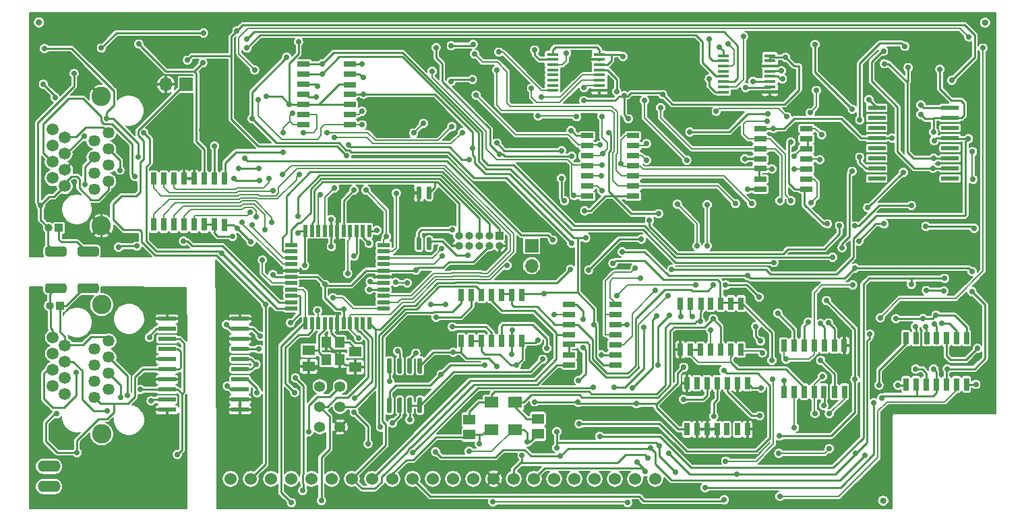
<source format=gbr>
%TF.GenerationSoftware,KiCad,Pcbnew,(5.1.6)-1*%
%TF.CreationDate,2021-06-14T09:51:14+02:00*%
%TF.ProjectId,ST25.004,53543235-2e30-4303-942e-6b696361645f,rev?*%
%TF.SameCoordinates,Original*%
%TF.FileFunction,Copper,L2,Bot*%
%TF.FilePolarity,Positive*%
%FSLAX46Y46*%
G04 Gerber Fmt 4.6, Leading zero omitted, Abs format (unit mm)*
G04 Created by KiCad (PCBNEW (5.1.6)-1) date 2021-06-14 09:51:14*
%MOMM*%
%LPD*%
G01*
G04 APERTURE LIST*
%TA.AperFunction,ComponentPad*%
%ADD10C,1.509000*%
%TD*%
%TA.AperFunction,ComponentPad*%
%ADD11C,2.430000*%
%TD*%
%TA.AperFunction,ComponentPad*%
%ADD12C,1.462000*%
%TD*%
%TA.AperFunction,SMDPad,CuDef*%
%ADD13R,1.475000X0.450000*%
%TD*%
%TA.AperFunction,ComponentPad*%
%ADD14O,1.700000X1.700000*%
%TD*%
%TA.AperFunction,ComponentPad*%
%ADD15R,1.700000X1.700000*%
%TD*%
%TA.AperFunction,SMDPad,CuDef*%
%ADD16R,2.200000X0.600000*%
%TD*%
%TA.AperFunction,SMDPad,CuDef*%
%ADD17R,0.660400X1.600000*%
%TD*%
%TA.AperFunction,ComponentPad*%
%ADD18O,1.000000X1.000000*%
%TD*%
%TA.AperFunction,ComponentPad*%
%ADD19R,1.000000X1.000000*%
%TD*%
%TA.AperFunction,SMDPad,CuDef*%
%ADD20R,1.600000X0.660400*%
%TD*%
%TA.AperFunction,SMDPad,CuDef*%
%ADD21R,1.500000X1.300000*%
%TD*%
%TA.AperFunction,SMDPad,CuDef*%
%ADD22R,1.600000X1.300000*%
%TD*%
%TA.AperFunction,ComponentPad*%
%ADD23C,1.524000*%
%TD*%
%TA.AperFunction,SMDPad,CuDef*%
%ADD24R,0.500000X1.500000*%
%TD*%
%TA.AperFunction,SMDPad,CuDef*%
%ADD25R,1.500000X0.500000*%
%TD*%
%TA.AperFunction,SMDPad,CuDef*%
%ADD26R,1.800000X1.400000*%
%TD*%
%TA.AperFunction,ComponentPad*%
%ADD27C,1.358000*%
%TD*%
%TA.AperFunction,SMDPad,CuDef*%
%ADD28R,1.200000X1.400000*%
%TD*%
%TA.AperFunction,ComponentPad*%
%ADD29O,2.844800X1.422400*%
%TD*%
%TA.AperFunction,ViaPad*%
%ADD30C,0.706400*%
%TD*%
%TA.AperFunction,ViaPad*%
%ADD31C,0.700000*%
%TD*%
%TA.AperFunction,Conductor*%
%ADD32C,0.250000*%
%TD*%
%TA.AperFunction,Conductor*%
%ADD33C,0.200000*%
%TD*%
%TA.AperFunction,Conductor*%
%ADD34C,0.254000*%
%TD*%
%TA.AperFunction,Conductor*%
%ADD35C,0.230000*%
%TD*%
%TA.AperFunction,Conductor*%
%ADD36C,0.220000*%
%TD*%
%TA.AperFunction,Conductor*%
%ADD37C,0.304800*%
%TD*%
%TA.AperFunction,Conductor*%
%ADD38C,0.127000*%
%TD*%
G04 APERTURE END LIST*
D10*
%TO.P,J4,4*%
%TO.N,Net-(J4-Pad4)*%
X89279611Y-119196408D03*
%TO.P,J4,6*%
%TO.N,Net-(J4-Pad6)*%
X90799611Y-120216408D03*
%TO.P,J4,7*%
%TO.N,/j1*%
X90799611Y-122256408D03*
%TO.P,J4,1*%
%TO.N,Net-(J3-Pad1)*%
X90799611Y-116136408D03*
%TO.P,J4,2*%
%TO.N,Net-(J3-Pad2)*%
X89279611Y-115116408D03*
%TO.P,J4,3*%
%TO.N,Net-(J4-Pad3)*%
X89279611Y-117156408D03*
%TO.P,J4,8*%
%TO.N,/j2*%
X89279611Y-121236408D03*
%TO.P,J4,5*%
%TO.N,Net-(J4-Pad5)*%
X90799611Y-118176408D03*
D11*
%TO.P,J4,MH2*%
%TO.N,Net-(J4-PadMH2)*%
X95410000Y-110990000D03*
%TO.P,J4,MH1*%
%TO.N,Net-(J4-PadMH1)*%
X95410000Y-127250000D03*
D12*
%TO.P,J4,8*%
%TO.N,/j2*%
X94520000Y-122680000D03*
%TO.P,J4,7*%
%TO.N,/j1*%
X96300000Y-121660000D03*
%TO.P,J4,6*%
%TO.N,Net-(J4-Pad6)*%
X94520000Y-120650000D03*
%TO.P,J4,5*%
%TO.N,Net-(J4-Pad5)*%
X96300000Y-119630000D03*
%TO.P,J4,4*%
%TO.N,Net-(J4-Pad4)*%
X94520000Y-118620000D03*
%TO.P,J4,3*%
%TO.N,Net-(J4-Pad3)*%
X96300000Y-117600000D03*
%TO.P,J4,2*%
%TO.N,Net-(J3-Pad2)*%
X94520000Y-116590000D03*
%TO.P,J4,1*%
%TO.N,Net-(J3-Pad1)*%
X96300000Y-115570000D03*
%TD*%
D13*
%TO.P,IC2,16*%
%TO.N,+5V*%
X152062000Y-79525000D03*
%TO.P,IC2,15*%
%TO.N,/SDA*%
X152062000Y-80175000D03*
%TO.P,IC2,14*%
%TO.N,/SCL*%
X152062000Y-80825000D03*
%TO.P,IC2,13*%
%TO.N,Net-(IC2-Pad13)*%
X152062000Y-81475000D03*
%TO.P,IC2,12*%
%TO.N,Net-(IC2-Pad12)*%
X152062000Y-82125000D03*
%TO.P,IC2,11*%
%TO.N,Net-(IC2-Pad11)*%
X152062000Y-82775000D03*
%TO.P,IC2,10*%
%TO.N,Net-(IC2-Pad10)*%
X152062000Y-83425000D03*
%TO.P,IC2,9*%
%TO.N,/q4*%
X152062000Y-84075000D03*
%TO.P,IC2,8*%
%TO.N,0V*%
X157938000Y-84075000D03*
%TO.P,IC2,7*%
%TO.N,/q3*%
X157938000Y-83425000D03*
%TO.P,IC2,6*%
%TO.N,/q2*%
X157938000Y-82775000D03*
%TO.P,IC2,5*%
%TO.N,/q1*%
X157938000Y-82125000D03*
%TO.P,IC2,4*%
%TO.N,/q0*%
X157938000Y-81475000D03*
%TO.P,IC2,3*%
%TO.N,+5V*%
X157938000Y-80825000D03*
%TO.P,IC2,2*%
%TO.N,0V*%
X157938000Y-80175000D03*
%TO.P,IC2,1*%
%TO.N,+5V*%
X157938000Y-79525000D03*
%TD*%
%TO.P,IC1,16*%
%TO.N,+5V*%
X173462000Y-79700000D03*
%TO.P,IC1,15*%
%TO.N,/SDA*%
X173462000Y-80350000D03*
%TO.P,IC1,14*%
%TO.N,/SCL*%
X173462000Y-81000000D03*
%TO.P,IC1,13*%
%TO.N,Net-(IC1-Pad13)*%
X173462000Y-81650000D03*
%TO.P,IC1,12*%
%TO.N,/p7*%
X173462000Y-82300000D03*
%TO.P,IC1,11*%
%TO.N,/p6*%
X173462000Y-82950000D03*
%TO.P,IC1,10*%
%TO.N,/LO_THR*%
X173462000Y-83600000D03*
%TO.P,IC1,9*%
%TO.N,/p4*%
X173462000Y-84250000D03*
%TO.P,IC1,8*%
%TO.N,0V*%
X179338000Y-84250000D03*
%TO.P,IC1,7*%
%TO.N,/p3*%
X179338000Y-83600000D03*
%TO.P,IC1,6*%
%TO.N,/p2*%
X179338000Y-82950000D03*
%TO.P,IC1,5*%
%TO.N,/p0*%
X179338000Y-82300000D03*
%TO.P,IC1,4*%
%TO.N,Net-(IC1-Pad4)*%
X179338000Y-81650000D03*
%TO.P,IC1,3*%
%TO.N,0V*%
X179338000Y-81000000D03*
%TO.P,IC1,2*%
%TO.N,+5V*%
X179338000Y-80350000D03*
%TO.P,IC1,1*%
X179338000Y-79700000D03*
%TD*%
%TO.P,R37,2*%
%TO.N,J6-Pin7*%
%TA.AperFunction,SMDPad,CuDef*%
G36*
G01*
X90737000Y-104916500D02*
X88587000Y-104916500D01*
G75*
G02*
X88337000Y-104666500I0J250000D01*
G01*
X88337000Y-103941500D01*
G75*
G02*
X88587000Y-103691500I250000J0D01*
G01*
X90737000Y-103691500D01*
G75*
G02*
X90987000Y-103941500I0J-250000D01*
G01*
X90987000Y-104666500D01*
G75*
G02*
X90737000Y-104916500I-250000J0D01*
G01*
G37*
%TD.AperFunction*%
%TO.P,R37,1*%
%TO.N,Net-(J3-Pad2)*%
%TA.AperFunction,SMDPad,CuDef*%
G36*
G01*
X90737000Y-109541500D02*
X88587000Y-109541500D01*
G75*
G02*
X88337000Y-109291500I0J250000D01*
G01*
X88337000Y-108566500D01*
G75*
G02*
X88587000Y-108316500I250000J0D01*
G01*
X90737000Y-108316500D01*
G75*
G02*
X90987000Y-108566500I0J-250000D01*
G01*
X90987000Y-109291500D01*
G75*
G02*
X90737000Y-109541500I-250000J0D01*
G01*
G37*
%TD.AperFunction*%
%TD*%
%TO.P,R36,2*%
%TO.N,J6-Pin8*%
%TA.AperFunction,SMDPad,CuDef*%
G36*
G01*
X94801000Y-104916500D02*
X92651000Y-104916500D01*
G75*
G02*
X92401000Y-104666500I0J250000D01*
G01*
X92401000Y-103941500D01*
G75*
G02*
X92651000Y-103691500I250000J0D01*
G01*
X94801000Y-103691500D01*
G75*
G02*
X95051000Y-103941500I0J-250000D01*
G01*
X95051000Y-104666500D01*
G75*
G02*
X94801000Y-104916500I-250000J0D01*
G01*
G37*
%TD.AperFunction*%
%TO.P,R36,1*%
%TO.N,Net-(J3-Pad1)*%
%TA.AperFunction,SMDPad,CuDef*%
G36*
G01*
X94801000Y-109541500D02*
X92651000Y-109541500D01*
G75*
G02*
X92401000Y-109291500I0J250000D01*
G01*
X92401000Y-108566500D01*
G75*
G02*
X92651000Y-108316500I250000J0D01*
G01*
X94801000Y-108316500D01*
G75*
G02*
X95051000Y-108566500I0J-250000D01*
G01*
X95051000Y-109291500D01*
G75*
G02*
X94801000Y-109541500I-250000J0D01*
G01*
G37*
%TD.AperFunction*%
%TD*%
D10*
%TO.P,J5,4*%
%TO.N,/SDA*%
X89245611Y-93034408D03*
%TO.P,J5,6*%
%TO.N,0V*%
X90765611Y-94054408D03*
%TO.P,J5,7*%
%TO.N,J6-Pin7*%
X90765611Y-96094408D03*
%TO.P,J5,1*%
%TO.N,Net-(IC15-Pad12)*%
X90765611Y-89974408D03*
%TO.P,J5,2*%
%TO.N,Net-(IC15-Pad13)*%
X89245611Y-88954408D03*
%TO.P,J5,3*%
%TO.N,/SCL*%
X89245611Y-90994408D03*
%TO.P,J5,8*%
%TO.N,J6-Pin8*%
X89245611Y-95074408D03*
%TO.P,J5,5*%
%TO.N,+5V*%
X90765611Y-92014408D03*
D11*
%TO.P,J5,MH2*%
%TO.N,0V*%
X95376000Y-84828000D03*
%TO.P,J5,MH1*%
X95376000Y-101088000D03*
D12*
%TO.P,J5,8*%
%TO.N,J6-Pin8*%
X94486000Y-96518000D03*
%TO.P,J5,7*%
%TO.N,J6-Pin7*%
X96266000Y-95498000D03*
%TO.P,J5,6*%
%TO.N,0V*%
X94486000Y-94488000D03*
%TO.P,J5,5*%
%TO.N,+5V*%
X96266000Y-93468000D03*
%TO.P,J5,4*%
%TO.N,/SDA*%
X94486000Y-92458000D03*
%TO.P,J5,3*%
%TO.N,/SCL*%
X96266000Y-91438000D03*
%TO.P,J5,2*%
%TO.N,Net-(IC15-Pad13)*%
X94486000Y-90428000D03*
%TO.P,J5,1*%
%TO.N,Net-(IC15-Pad12)*%
X96266000Y-89408000D03*
%TD*%
D14*
%TO.P,J7,2*%
%TO.N,0V*%
X103505000Y-83312000D03*
D15*
%TO.P,J7,1*%
%TO.N,/LED2*%
X106045000Y-83312000D03*
%TD*%
D16*
%TO.P,IC207,2*%
%TO.N,AGND*%
X201957800Y-87505400D03*
%TO.P,IC207,13*%
%TO.N,+7V5*%
X192757800Y-90045400D03*
%TO.P,IC207,1*%
%TO.N,/summierpunkt*%
X201957800Y-86235400D03*
%TO.P,IC207,3*%
%TO.N,N/C*%
X201957800Y-88775400D03*
%TO.P,IC207,4*%
%TO.N,-7V5*%
X201957800Y-90045400D03*
%TO.P,IC207,14*%
%TO.N,N/C*%
X192757800Y-88775400D03*
%TO.P,IC207,12*%
X192757800Y-91315400D03*
%TO.P,IC207,11*%
X192757800Y-92585400D03*
%TO.P,IC207,6*%
%TO.N,Net-(C28-Pad1)*%
X201957800Y-92585400D03*
%TO.P,IC207,9*%
%TO.N,N/C*%
X192757800Y-95125400D03*
%TO.P,IC207,5*%
X201957800Y-91315400D03*
%TO.P,IC207,7*%
%TO.N,Net-(C28-Pad2)*%
X201957800Y-93855400D03*
%TO.P,IC207,10*%
%TO.N,Net-(IC207-Pad10)*%
X192757800Y-93855400D03*
%TO.P,IC207,8*%
%TO.N,N/C*%
X201957800Y-95125400D03*
%TO.P,IC207,15*%
X192757800Y-87505400D03*
%TO.P,IC207,16*%
%TO.N,/sinus*%
X192757800Y-86235400D03*
%TD*%
%TO.P,IC14,20*%
%TO.N,GND2*%
X103604000Y-112776000D03*
%TO.P,IC14,19*%
%TO.N,/j3*%
X103604000Y-114046000D03*
%TO.P,IC14,18*%
%TO.N,/j1*%
X103604000Y-115316000D03*
%TO.P,IC14,17*%
%TO.N,/j2*%
X103604000Y-116586000D03*
%TO.P,IC14,16*%
%TO.N,GND2*%
X103604000Y-117856000D03*
%TO.P,IC14,15*%
%TO.N,/j2*%
X103604000Y-119126000D03*
%TO.P,IC14,8*%
%TO.N,Net-(C52-Pad1)*%
X112804000Y-121666000D03*
%TO.P,IC14,10*%
%TO.N,0V*%
X112804000Y-124206000D03*
%TO.P,IC14,7*%
%TO.N,Net-(IC14-Pad7)*%
X112804000Y-120396000D03*
%TO.P,IC14,5*%
%TO.N,Net-(IC14-Pad5)*%
X112804000Y-117856000D03*
%TO.P,IC14,9*%
%TO.N,0V*%
X112804000Y-122936000D03*
%TO.P,IC14,6*%
%TO.N,Net-(IC14-Pad5)*%
X112804000Y-119126000D03*
%TO.P,IC14,11*%
%TO.N,GND2*%
X103604000Y-124206000D03*
%TO.P,IC14,12*%
%TO.N,/j3*%
X103604000Y-122936000D03*
%TO.P,IC14,14*%
%TO.N,GND2*%
X103604000Y-120396000D03*
%TO.P,IC14,4*%
%TO.N,Net-(IC14-Pad4)*%
X112804000Y-116586000D03*
%TO.P,IC14,3*%
%TO.N,0V*%
X112804000Y-115316000D03*
%TO.P,IC14,1*%
X112804000Y-112776000D03*
%TO.P,IC14,13*%
%TO.N,/j1*%
X103604000Y-121666000D03*
%TO.P,IC14,2*%
%TO.N,Net-(C52-Pad1)*%
X112804000Y-114046000D03*
%TD*%
D17*
%TO.P,IC3,1*%
%TO.N,0V*%
X168910000Y-120861500D03*
%TO.P,IC3,14*%
%TO.N,+7V5*%
X168910000Y-126661500D03*
%TO.P,IC3,2*%
%TO.N,Net-(IC3-Pad2)*%
X170180000Y-120861500D03*
%TO.P,IC3,3*%
%TO.N,Net-(C8-Pad1)*%
X171450000Y-120861500D03*
%TO.P,IC3,13*%
%TO.N,0V*%
X170180000Y-126661500D03*
%TO.P,IC3,12*%
X171450000Y-126661500D03*
%TO.P,IC3,4*%
%TO.N,Net-(IC3-Pad4)*%
X172720000Y-120861500D03*
%TO.P,IC3,11*%
%TO.N,0V*%
X172720000Y-126661500D03*
%TO.P,IC3,5*%
%TO.N,/r_clock*%
X173990000Y-120861500D03*
%TO.P,IC3,6*%
%TO.N,0V*%
X175260000Y-120861500D03*
%TO.P,IC3,10*%
%TO.N,Net-(IC3-Pad10)*%
X173920000Y-126661500D03*
%TO.P,IC3,9*%
%TO.N,Net-(IC3-Pad9)*%
X175260000Y-126661500D03*
%TO.P,IC3,7*%
%TO.N,-7V5*%
X176520000Y-120861500D03*
%TO.P,IC3,8*%
%TO.N,0V*%
X176530000Y-126661500D03*
%TD*%
D18*
%TO.P,J6,2*%
%TO.N,J6-Pin7*%
X88773000Y-101346000D03*
D19*
%TO.P,J6,1*%
%TO.N,J6-Pin8*%
X90043000Y-101346000D03*
%TD*%
D18*
%TO.P,J3,2*%
%TO.N,Net-(J3-Pad2)*%
X88900000Y-111125000D03*
D19*
%TO.P,J3,1*%
%TO.N,Net-(J3-Pad1)*%
X90170000Y-111125000D03*
%TD*%
D14*
%TO.P,J2,2*%
%TO.N,Net-(J2-Pad2)*%
X149415500Y-106108500D03*
D15*
%TO.P,J2,1*%
%TO.N,Net-(D2-PadA)*%
X149415500Y-103568500D03*
%TD*%
%TO.P,IC17,4*%
%TO.N,/TDI*%
%TA.AperFunction,SMDPad,CuDef*%
G36*
G01*
X136675000Y-97764500D02*
X136375000Y-97764500D01*
G75*
G02*
X136225000Y-97614500I0J150000D01*
G01*
X136225000Y-96289500D01*
G75*
G02*
X136375000Y-96139500I150000J0D01*
G01*
X136675000Y-96139500D01*
G75*
G02*
X136825000Y-96289500I0J-150000D01*
G01*
X136825000Y-97614500D01*
G75*
G02*
X136675000Y-97764500I-150000J0D01*
G01*
G37*
%TD.AperFunction*%
%TO.P,IC17,3*%
%TO.N,0V*%
%TA.AperFunction,SMDPad,CuDef*%
G36*
G01*
X135405000Y-97764500D02*
X135105000Y-97764500D01*
G75*
G02*
X134955000Y-97614500I0J150000D01*
G01*
X134955000Y-96289500D01*
G75*
G02*
X135105000Y-96139500I150000J0D01*
G01*
X135405000Y-96139500D01*
G75*
G02*
X135555000Y-96289500I0J-150000D01*
G01*
X135555000Y-97614500D01*
G75*
G02*
X135405000Y-97764500I-150000J0D01*
G01*
G37*
%TD.AperFunction*%
%TO.P,IC17,2*%
%TO.N,Net-(D2-PadA)*%
%TA.AperFunction,SMDPad,CuDef*%
G36*
G01*
X135405000Y-104139500D02*
X135105000Y-104139500D01*
G75*
G02*
X134955000Y-103989500I0J150000D01*
G01*
X134955000Y-102664500D01*
G75*
G02*
X135105000Y-102514500I150000J0D01*
G01*
X135405000Y-102514500D01*
G75*
G02*
X135555000Y-102664500I0J-150000D01*
G01*
X135555000Y-103989500D01*
G75*
G02*
X135405000Y-104139500I-150000J0D01*
G01*
G37*
%TD.AperFunction*%
%TO.P,IC17,1*%
%TO.N,Net-(D2-PadC)*%
%TA.AperFunction,SMDPad,CuDef*%
G36*
G01*
X136675000Y-104139500D02*
X136375000Y-104139500D01*
G75*
G02*
X136225000Y-103989500I0J150000D01*
G01*
X136225000Y-102664500D01*
G75*
G02*
X136375000Y-102514500I150000J0D01*
G01*
X136675000Y-102514500D01*
G75*
G02*
X136825000Y-102664500I0J-150000D01*
G01*
X136825000Y-103989500D01*
G75*
G02*
X136675000Y-104139500I-150000J0D01*
G01*
G37*
%TD.AperFunction*%
%TD*%
D19*
%TO.P,J1,1*%
%TO.N,/TCK*%
X145351500Y-102298500D03*
D18*
%TO.P,J1,2*%
%TO.N,0V*%
X145351500Y-103568500D03*
%TO.P,J1,3*%
%TO.N,/TDO*%
X144081500Y-102298500D03*
%TO.P,J1,4*%
%TO.N,+5V*%
X144081500Y-103568500D03*
%TO.P,J1,5*%
%TO.N,/TMS*%
X142811500Y-102298500D03*
%TO.P,J1,6*%
%TO.N,/RESET*%
X142811500Y-103568500D03*
%TO.P,J1,7*%
%TO.N,Net-(J1-Pad7)*%
X141541500Y-102298500D03*
%TO.P,J1,8*%
%TO.N,Net-(J1-Pad8)*%
X141541500Y-103568500D03*
%TO.P,J1,9*%
%TO.N,/TDI*%
X140271500Y-102298500D03*
%TO.P,J1,10*%
%TO.N,0V*%
X140271500Y-103568500D03*
%TD*%
D17*
%TO.P,IC211,9*%
%TO.N,/D2*%
X101955000Y-95144000D03*
%TO.P,IC211,8*%
%TO.N,/D3*%
X101955000Y-100917400D03*
%TO.P,IC211,10*%
%TO.N,/D1*%
X103225000Y-95144000D03*
%TO.P,IC211,11*%
%TO.N,/D0*%
X104495000Y-95144000D03*
%TO.P,IC211,7*%
%TO.N,/D4*%
X103225000Y-100917400D03*
%TO.P,IC211,6*%
%TO.N,/D5*%
X104495000Y-100917400D03*
%TO.P,IC211,12*%
%TO.N,0V*%
X105765000Y-95144000D03*
%TO.P,IC211,5*%
%TO.N,/D6*%
X105765000Y-100917400D03*
%TO.P,IC211,13*%
%TO.N,0V*%
X107035000Y-95144000D03*
%TO.P,IC211,4*%
%TO.N,/D7*%
X107035000Y-100917400D03*
%TO.P,IC211,14*%
%TO.N,+7V5*%
X108305000Y-95144000D03*
%TO.P,IC211,15*%
%TO.N,/UN*%
X109575000Y-95144000D03*
%TO.P,IC211,3*%
%TO.N,AGND*%
X108305000Y-100917400D03*
%TO.P,IC211,2*%
X109575000Y-100917400D03*
%TO.P,IC211,16*%
%TO.N,/SOLL*%
X110845000Y-95144000D03*
%TO.P,IC211,1*%
%TO.N,Net-(D210-PadC)*%
X110845000Y-100944000D03*
%TD*%
D20*
%TO.P,IC5,1*%
%TO.N,Net-(C254-Pad1)*%
X159922600Y-110949600D03*
%TO.P,IC5,14*%
%TO.N,+7V5*%
X154122600Y-110949600D03*
%TO.P,IC5,2*%
%TO.N,/schiebepunkt*%
X159922600Y-112219600D03*
%TO.P,IC5,3*%
%TO.N,Net-(C262-2-Pad1)*%
X159922600Y-113489600D03*
%TO.P,IC5,13*%
%TO.N,/KAP4*%
X154122600Y-112219600D03*
%TO.P,IC5,12*%
%TO.N,/r_clock*%
X154122600Y-113489600D03*
%TO.P,IC5,4*%
%TO.N,/schiebepunkt*%
X159922600Y-114759600D03*
%TO.P,IC5,11*%
%TO.N,/RDSON_M1*%
X154122600Y-114759600D03*
%TO.P,IC5,5*%
%TO.N,/IND2*%
X159922600Y-116029600D03*
%TO.P,IC5,6*%
%TO.N,/!r_clock*%
X159922600Y-117299600D03*
%TO.P,IC5,10*%
%TO.N,/rdson_beidepositiv*%
X154122600Y-115959600D03*
%TO.P,IC5,9*%
X154122600Y-117299600D03*
%TO.P,IC5,7*%
%TO.N,-7V5*%
X159922600Y-118559600D03*
%TO.P,IC5,8*%
%TO.N,/RDSON_M2*%
X154122600Y-118569600D03*
%TD*%
%TO.P,IC6,1*%
%TO.N,/schiebepunkt*%
X162158000Y-89740600D03*
%TO.P,IC6,14*%
%TO.N,+7V5*%
X156358000Y-89740600D03*
%TO.P,IC6,2*%
%TO.N,Net-(C261-2-Pad1)*%
X162158000Y-91010600D03*
%TO.P,IC6,3*%
%TO.N,Net-(C263-2-Pad1)*%
X162158000Y-92280600D03*
%TO.P,IC6,13*%
%TO.N,/IND1*%
X156358000Y-91010600D03*
%TO.P,IC6,12*%
%TO.N,/IND0*%
X156358000Y-92280600D03*
%TO.P,IC6,4*%
%TO.N,/schiebepunkt*%
X162158000Y-93550600D03*
%TO.P,IC6,11*%
X156358000Y-93550600D03*
%TO.P,IC6,5*%
%TO.N,/IND3*%
X162158000Y-94820600D03*
%TO.P,IC6,6*%
%TO.N,/IND4*%
X162158000Y-96090600D03*
%TO.P,IC6,10*%
%TO.N,Net-(C260-2-Pad1)*%
X156358000Y-94750600D03*
%TO.P,IC6,9*%
%TO.N,Net-(C264-Pad1)*%
X156358000Y-96090600D03*
%TO.P,IC6,7*%
%TO.N,-7V5*%
X162158000Y-97350600D03*
%TO.P,IC6,8*%
%TO.N,/schiebepunkt*%
X156358000Y-97360600D03*
%TD*%
%TO.P,IC4,1*%
%TO.N,Net-(C251-2-Pad1)*%
X183925600Y-88851600D03*
%TO.P,IC4,14*%
%TO.N,+7V5*%
X178125600Y-88851600D03*
%TO.P,IC4,2*%
%TO.N,/schiebepunkt*%
X183925600Y-90121600D03*
%TO.P,IC4,3*%
X183925600Y-91391600D03*
%TO.P,IC4,13*%
%TO.N,/KAP1*%
X178125600Y-90121600D03*
%TO.P,IC4,12*%
%TO.N,/KAP2*%
X178125600Y-91391600D03*
%TO.P,IC4,4*%
%TO.N,Net-(C250-2-Pad1)*%
X183925600Y-92661600D03*
%TO.P,IC4,11*%
%TO.N,Net-(C252-2-Pad1)*%
X178125600Y-92661600D03*
%TO.P,IC4,5*%
%TO.N,/KAP0*%
X183925600Y-93931600D03*
%TO.P,IC4,6*%
%TO.N,/KAP3*%
X183925600Y-95201600D03*
%TO.P,IC4,10*%
%TO.N,/schiebepunkt*%
X178125600Y-93861600D03*
%TO.P,IC4,9*%
X178125600Y-95201600D03*
%TO.P,IC4,7*%
%TO.N,-7V5*%
X183925600Y-96461600D03*
%TO.P,IC4,8*%
%TO.N,Net-(C253-2-Pad1)*%
X178125600Y-96471600D03*
%TD*%
%TO.P,IC201,1*%
%TO.N,/SOLL*%
X120747000Y-88343600D03*
%TO.P,IC201,14*%
%TO.N,Net-(C216-Pad2)*%
X126547000Y-88343600D03*
%TO.P,IC201,2*%
%TO.N,Net-(D210-PadC)*%
X120747000Y-87073600D03*
%TO.P,IC201,3*%
%TO.N,AGND*%
X120747000Y-85803600D03*
%TO.P,IC201,13*%
%TO.N,Net-(IC201-Pad13)*%
X126547000Y-87073600D03*
%TO.P,IC201,12*%
%TO.N,AGND*%
X126547000Y-85803600D03*
%TO.P,IC201,4*%
%TO.N,+7V5*%
X120747000Y-84533600D03*
%TO.P,IC201,11*%
%TO.N,-7V5*%
X126547000Y-84533600D03*
%TO.P,IC201,5*%
%TO.N,Net-(IC201-Pad5)*%
X120747000Y-83263600D03*
%TO.P,IC201,6*%
%TO.N,Net-(IC201-Pad6)*%
X120747000Y-81993600D03*
%TO.P,IC201,10*%
%TO.N,AGND*%
X126547000Y-83333600D03*
%TO.P,IC201,9*%
%TO.N,Net-(C218-Pad2)*%
X126547000Y-81993600D03*
%TO.P,IC201,7*%
%TO.N,Net-(IC201-Pad7)*%
X120747000Y-80733600D03*
%TO.P,IC201,8*%
%TO.N,Net-(C218-Pad1)*%
X126547000Y-80723600D03*
%TD*%
D17*
%TO.P,IC202,1*%
%TO.N,/r_clock*%
X204038000Y-121000000D03*
%TO.P,IC202,14*%
%TO.N,Net-(D207-Pad1)*%
X204038000Y-115200000D03*
%TO.P,IC202,2*%
%TO.N,Net-(D213-PadA)*%
X202768000Y-121000000D03*
%TO.P,IC202,3*%
%TO.N,+7V5*%
X201498000Y-121000000D03*
%TO.P,IC202,13*%
%TO.N,Net-(D1-PadA)*%
X202768000Y-115200000D03*
%TO.P,IC202,12*%
%TO.N,-7V5*%
X201498000Y-115200000D03*
%TO.P,IC202,4*%
%TO.N,AGND*%
X200228000Y-121000000D03*
%TO.P,IC202,11*%
%TO.N,Net-(C244-Pad2)*%
X200228000Y-115200000D03*
%TO.P,IC202,5*%
%TO.N,/dreieck*%
X198958000Y-121000000D03*
%TO.P,IC202,6*%
%TO.N,AGND*%
X197688000Y-121000000D03*
%TO.P,IC202,10*%
%TO.N,Net-(IC202-Pad10)*%
X199028000Y-115200000D03*
%TO.P,IC202,9*%
%TO.N,Net-(IC202-Pad9)*%
X197688000Y-115200000D03*
%TO.P,IC202,7*%
%TO.N,Net-(C7-Pad2)*%
X196428000Y-121000000D03*
%TO.P,IC202,8*%
%TO.N,Net-(C206-Pad2)*%
X196418000Y-115200000D03*
%TD*%
%TO.P,IC209,1*%
%TO.N,/ZC*%
X175717000Y-116643600D03*
%TO.P,IC209,14*%
%TO.N,+5V*%
X175717000Y-110843600D03*
%TO.P,IC209,2*%
%TO.N,Net-(IC208-Pad12)*%
X174447000Y-116643600D03*
%TO.P,IC209,3*%
%TO.N,Net-(D214-PadC)*%
X173177000Y-116643600D03*
%TO.P,IC209,13*%
%TO.N,+5V*%
X174447000Y-110843600D03*
%TO.P,IC209,12*%
X173177000Y-110843600D03*
%TO.P,IC209,4*%
%TO.N,Net-(IC209-Pad4)*%
X171907000Y-116643600D03*
%TO.P,IC209,11*%
%TO.N,Net-(IC209-Pad11)*%
X171907000Y-110843600D03*
%TO.P,IC209,5*%
%TO.N,Net-(IC208-Pad12)*%
X170637000Y-116643600D03*
%TO.P,IC209,6*%
X169367000Y-116643600D03*
%TO.P,IC209,10*%
%TO.N,Net-(D216-PadC)*%
X170707000Y-110843600D03*
%TO.P,IC209,9*%
%TO.N,Net-(IC209-Pad4)*%
X169367000Y-110843600D03*
%TO.P,IC209,7*%
%TO.N,0V*%
X168107000Y-116643600D03*
%TO.P,IC209,8*%
%TO.N,Net-(IC208-Pad2)*%
X168097000Y-110843600D03*
%TD*%
%TO.P,IC208,1*%
%TO.N,/ZC*%
X181076400Y-116126800D03*
%TO.P,IC208,14*%
%TO.N,+5V*%
X181076400Y-121926800D03*
%TO.P,IC208,2*%
%TO.N,Net-(IC208-Pad2)*%
X182346400Y-116126800D03*
%TO.P,IC208,3*%
%TO.N,Net-(IC208-Pad3)*%
X183616400Y-116126800D03*
%TO.P,IC208,13*%
%TO.N,Net-(D213-PadC)*%
X182346400Y-121926800D03*
%TO.P,IC208,12*%
%TO.N,Net-(IC208-Pad12)*%
X183616400Y-121926800D03*
%TO.P,IC208,4*%
%TO.N,/ZC*%
X184886400Y-116126800D03*
%TO.P,IC208,11*%
%TO.N,Net-(C220-Pad1)*%
X184886400Y-121926800D03*
%TO.P,IC208,5*%
%TO.N,Net-(D214-PadC)*%
X186156400Y-116126800D03*
%TO.P,IC208,6*%
%TO.N,Net-(D215-PadC)*%
X187426400Y-116126800D03*
%TO.P,IC208,10*%
%TO.N,Net-(IC208-Pad10)*%
X186086400Y-121926800D03*
%TO.P,IC208,9*%
%TO.N,Net-(D216-PadC)*%
X187426400Y-121926800D03*
%TO.P,IC208,7*%
%TO.N,0V*%
X188686400Y-116126800D03*
%TO.P,IC208,8*%
%TO.N,Net-(D217-PadC)*%
X188696400Y-121926800D03*
%TD*%
%TO.P,IC210,8*%
%TO.N,/!r_clock*%
X148208800Y-115551400D03*
%TO.P,IC210,7*%
%TO.N,-7V5*%
X148198800Y-109751400D03*
%TO.P,IC210,9*%
X146938800Y-115551400D03*
%TO.P,IC210,10*%
%TO.N,Net-(C8-Pad1)*%
X145598800Y-115551400D03*
%TO.P,IC210,6*%
%TO.N,/r_clock*%
X146938800Y-109751400D03*
%TO.P,IC210,5*%
X145668800Y-109751400D03*
%TO.P,IC210,11*%
%TO.N,Net-(IC210-Pad11)*%
X144398800Y-115551400D03*
%TO.P,IC210,4*%
%TO.N,/RDSON_M1*%
X144398800Y-109751400D03*
%TO.P,IC210,12*%
%TO.N,/!r_clock*%
X143128800Y-115551400D03*
%TO.P,IC210,13*%
X141858800Y-115551400D03*
%TO.P,IC210,3*%
%TO.N,Net-(IC16-Pad3)*%
X143128800Y-109751400D03*
%TO.P,IC210,2*%
%TO.N,/r2*%
X141858800Y-109751400D03*
%TO.P,IC210,14*%
%TO.N,+7V5*%
X140588800Y-115551400D03*
%TO.P,IC210,1*%
%TO.N,/RDSON_M2*%
X140588800Y-109751400D03*
%TD*%
D21*
%TO.P,R234,2*%
%TO.N,/T102-ANS*%
X150215400Y-127241200D03*
%TO.P,R234,1*%
%TO.N,Net-(D214-PadC)*%
X150215400Y-125341200D03*
%TD*%
%TO.P,R236,2*%
%TO.N,/T104-ANS*%
X141604800Y-127317400D03*
%TO.P,R236,1*%
%TO.N,Net-(D216-PadC)*%
X141604800Y-125417400D03*
%TD*%
D22*
%TO.P,C245,2*%
%TO.N,0V*%
X127254000Y-118856000D03*
%TO.P,C245,1*%
%TO.N,Net-(C245-Pad1)*%
X127254000Y-116856000D03*
%TD*%
%TO.P,C246,2*%
%TO.N,0V*%
X121412000Y-118729000D03*
%TO.P,C246,1*%
%TO.N,Net-(C246-Pad1)*%
X121412000Y-116729000D03*
%TD*%
D23*
%TO.P,PJ1,1*%
%TO.N,Net-(PJ1-Pad1)*%
X164952600Y-132873600D03*
%TO.P,PJ1,2*%
%TO.N,Net-(PJ1-Pad2)*%
X162412600Y-132873600D03*
%TO.P,PJ1,3*%
%TO.N,/REL1*%
X159872600Y-132873600D03*
%TO.P,PJ1,4*%
%TO.N,/UN*%
X157332600Y-132873600D03*
%TO.P,PJ1,5*%
%TO.N,/DC+*%
X154792600Y-132873600D03*
%TO.P,PJ1,6*%
%TO.N,-7V5*%
X152252600Y-132873600D03*
%TO.P,PJ1,7*%
%TO.N,+7V5*%
X149712600Y-132873600D03*
%TO.P,PJ1,8*%
%TO.N,+5V*%
X147172600Y-132873600D03*
%TO.P,PJ1,9*%
%TO.N,0V*%
X144632600Y-132873600D03*
%TO.P,PJ1,10*%
%TO.N,/SD*%
X142092600Y-132873600D03*
%TO.P,PJ1,11*%
%TO.N,/T101-ANS*%
X139552600Y-132873600D03*
%TO.P,PJ1,12*%
%TO.N,/T102-ANS*%
X137012600Y-132873600D03*
%TO.P,PJ1,13*%
%TO.N,/T103-ANS*%
X134472600Y-132873600D03*
%TO.P,PJ1,14*%
%TO.N,/T104-ANS*%
X131932600Y-132873600D03*
%TO.P,PJ1,15*%
%TO.N,/RDSON_M1*%
X129392600Y-132873600D03*
%TO.P,PJ1,16*%
%TO.N,/RDSON_M2*%
X126852600Y-132873600D03*
%TO.P,PJ1,17*%
%TO.N,/IMON*%
X124312600Y-132873600D03*
%TO.P,PJ1,18*%
%TO.N,/A_RESERVED*%
X121772600Y-132873600D03*
%TO.P,PJ1,19*%
%TO.N,/A_HVCT*%
X119232600Y-132873600D03*
%TO.P,PJ1,20*%
%TO.N,/REL2*%
X116692600Y-132873600D03*
%TO.P,PJ1,21*%
%TO.N,/LED2*%
X114152600Y-132873600D03*
%TO.P,PJ1,22*%
%TO.N,/A_IBRIDGE*%
X111612600Y-132873600D03*
%TD*%
%TO.P,IC16,1*%
%TO.N,Net-(IC16-Pad1)*%
%TA.AperFunction,SMDPad,CuDef*%
G36*
G01*
X135532000Y-124608000D02*
X135232000Y-124608000D01*
G75*
G02*
X135082000Y-124458000I0J150000D01*
G01*
X135082000Y-122808000D01*
G75*
G02*
X135232000Y-122658000I150000J0D01*
G01*
X135532000Y-122658000D01*
G75*
G02*
X135682000Y-122808000I0J-150000D01*
G01*
X135682000Y-124458000D01*
G75*
G02*
X135532000Y-124608000I-150000J0D01*
G01*
G37*
%TD.AperFunction*%
%TO.P,IC16,2*%
%TA.AperFunction,SMDPad,CuDef*%
G36*
G01*
X134262000Y-124608000D02*
X133962000Y-124608000D01*
G75*
G02*
X133812000Y-124458000I0J150000D01*
G01*
X133812000Y-122808000D01*
G75*
G02*
X133962000Y-122658000I150000J0D01*
G01*
X134262000Y-122658000D01*
G75*
G02*
X134412000Y-122808000I0J-150000D01*
G01*
X134412000Y-124458000D01*
G75*
G02*
X134262000Y-124608000I-150000J0D01*
G01*
G37*
%TD.AperFunction*%
%TO.P,IC16,3*%
%TO.N,Net-(IC16-Pad3)*%
%TA.AperFunction,SMDPad,CuDef*%
G36*
G01*
X132992000Y-124608000D02*
X132692000Y-124608000D01*
G75*
G02*
X132542000Y-124458000I0J150000D01*
G01*
X132542000Y-122808000D01*
G75*
G02*
X132692000Y-122658000I150000J0D01*
G01*
X132992000Y-122658000D01*
G75*
G02*
X133142000Y-122808000I0J-150000D01*
G01*
X133142000Y-124458000D01*
G75*
G02*
X132992000Y-124608000I-150000J0D01*
G01*
G37*
%TD.AperFunction*%
%TO.P,IC16,4*%
%TO.N,-7V5*%
%TA.AperFunction,SMDPad,CuDef*%
G36*
G01*
X131722000Y-124608000D02*
X131422000Y-124608000D01*
G75*
G02*
X131272000Y-124458000I0J150000D01*
G01*
X131272000Y-122808000D01*
G75*
G02*
X131422000Y-122658000I150000J0D01*
G01*
X131722000Y-122658000D01*
G75*
G02*
X131872000Y-122808000I0J-150000D01*
G01*
X131872000Y-124458000D01*
G75*
G02*
X131722000Y-124608000I-150000J0D01*
G01*
G37*
%TD.AperFunction*%
%TO.P,IC16,5*%
%TO.N,AGND*%
%TA.AperFunction,SMDPad,CuDef*%
G36*
G01*
X131722000Y-119658000D02*
X131422000Y-119658000D01*
G75*
G02*
X131272000Y-119508000I0J150000D01*
G01*
X131272000Y-117858000D01*
G75*
G02*
X131422000Y-117708000I150000J0D01*
G01*
X131722000Y-117708000D01*
G75*
G02*
X131872000Y-117858000I0J-150000D01*
G01*
X131872000Y-119508000D01*
G75*
G02*
X131722000Y-119658000I-150000J0D01*
G01*
G37*
%TD.AperFunction*%
%TO.P,IC16,6*%
%TO.N,/r2*%
%TA.AperFunction,SMDPad,CuDef*%
G36*
G01*
X132992000Y-119658000D02*
X132692000Y-119658000D01*
G75*
G02*
X132542000Y-119508000I0J150000D01*
G01*
X132542000Y-117858000D01*
G75*
G02*
X132692000Y-117708000I150000J0D01*
G01*
X132992000Y-117708000D01*
G75*
G02*
X133142000Y-117858000I0J-150000D01*
G01*
X133142000Y-119508000D01*
G75*
G02*
X132992000Y-119658000I-150000J0D01*
G01*
G37*
%TD.AperFunction*%
%TO.P,IC16,7*%
%TO.N,Net-(IC16-Pad7)*%
%TA.AperFunction,SMDPad,CuDef*%
G36*
G01*
X134262000Y-119658000D02*
X133962000Y-119658000D01*
G75*
G02*
X133812000Y-119508000I0J150000D01*
G01*
X133812000Y-117858000D01*
G75*
G02*
X133962000Y-117708000I150000J0D01*
G01*
X134262000Y-117708000D01*
G75*
G02*
X134412000Y-117858000I0J-150000D01*
G01*
X134412000Y-119508000D01*
G75*
G02*
X134262000Y-119658000I-150000J0D01*
G01*
G37*
%TD.AperFunction*%
%TO.P,IC16,8*%
%TO.N,+7V5*%
%TA.AperFunction,SMDPad,CuDef*%
G36*
G01*
X135532000Y-119658000D02*
X135232000Y-119658000D01*
G75*
G02*
X135082000Y-119508000I0J150000D01*
G01*
X135082000Y-117858000D01*
G75*
G02*
X135232000Y-117708000I150000J0D01*
G01*
X135532000Y-117708000D01*
G75*
G02*
X135682000Y-117858000I0J-150000D01*
G01*
X135682000Y-119508000D01*
G75*
G02*
X135532000Y-119658000I-150000J0D01*
G01*
G37*
%TD.AperFunction*%
%TD*%
D24*
%TO.P,IC15,1*%
%TO.N,/FBOFF*%
X129018600Y-113295200D03*
%TO.P,IC15,2*%
%TO.N,/OFFSD*%
X128218600Y-113295200D03*
%TO.P,IC15,3*%
%TO.N,/REL1*%
X127418600Y-113295200D03*
%TO.P,IC15,4*%
%TO.N,/RESET*%
X126618600Y-113295200D03*
%TO.P,IC15,5*%
%TO.N,+5V*%
X125818600Y-113295200D03*
%TO.P,IC15,6*%
%TO.N,0V*%
X125018600Y-113295200D03*
%TO.P,IC15,7*%
%TO.N,Net-(C245-Pad1)*%
X124218600Y-113295200D03*
%TO.P,IC15,8*%
%TO.N,Net-(C246-Pad1)*%
X123418600Y-113295200D03*
%TO.P,IC15,9*%
%TO.N,/RXD*%
X122618600Y-113295200D03*
%TO.P,IC15,10*%
%TO.N,/TXD*%
X121818600Y-113295200D03*
%TO.P,IC15,11*%
%TO.N,/ZC*%
X121018600Y-113295200D03*
D25*
%TO.P,IC15,12*%
%TO.N,Net-(IC15-Pad12)*%
X119218600Y-111495200D03*
%TO.P,IC15,13*%
%TO.N,Net-(IC15-Pad13)*%
X119218600Y-110695200D03*
%TO.P,IC15,14*%
%TO.N,/DE*%
X119218600Y-109895200D03*
%TO.P,IC15,15*%
%TO.N,/ZC*%
X119218600Y-109095200D03*
%TO.P,IC15,16*%
%TO.N,/D5*%
X119218600Y-108295200D03*
%TO.P,IC15,17*%
%TO.N,+5V*%
X119218600Y-107495200D03*
%TO.P,IC15,18*%
%TO.N,0V*%
X119218600Y-106695200D03*
%TO.P,IC15,19*%
%TO.N,/SCL*%
X119218600Y-105895200D03*
%TO.P,IC15,20*%
%TO.N,/SDA*%
X119218600Y-105095200D03*
%TO.P,IC15,21*%
%TO.N,/TCK*%
X119218600Y-104295200D03*
%TO.P,IC15,22*%
%TO.N,/TMS*%
X119218600Y-103495200D03*
D24*
%TO.P,IC15,23*%
%TO.N,/TDO*%
X121018600Y-101695200D03*
%TO.P,IC15,24*%
%TO.N,/TDI*%
X121818600Y-101695200D03*
%TO.P,IC15,25*%
%TO.N,/D6*%
X122618600Y-101695200D03*
%TO.P,IC15,26*%
%TO.N,/D7*%
X123418600Y-101695200D03*
%TO.P,IC15,27*%
%TO.N,Net-(C39-Pad1)*%
X124218600Y-101695200D03*
%TO.P,IC15,28*%
%TO.N,0V*%
X125018600Y-101695200D03*
%TO.P,IC15,29*%
%TO.N,/AREF1*%
X125818600Y-101695200D03*
%TO.P,IC15,30*%
%TO.N,Net-(IC15-Pad30)*%
X126618600Y-101695200D03*
%TO.P,IC15,31*%
%TO.N,/SD*%
X127418600Y-101695200D03*
%TO.P,IC15,32*%
%TO.N,Net-(C23-Pad1)*%
X128218600Y-101695200D03*
%TO.P,IC15,33*%
%TO.N,Net-(C24-Pad1)*%
X129018600Y-101695200D03*
D25*
%TO.P,IC15,34*%
%TO.N,Net-(C41-Pad1)*%
X130818600Y-103495200D03*
%TO.P,IC15,35*%
%TO.N,/TEMP*%
X130818600Y-104295200D03*
%TO.P,IC15,36*%
%TO.N,Net-(D203-Pad3)*%
X130818600Y-105095200D03*
%TO.P,IC15,37*%
%TO.N,Net-(C204-Pad2)*%
X130818600Y-105895200D03*
%TO.P,IC15,38*%
%TO.N,+5V*%
X130818600Y-106695200D03*
%TO.P,IC15,39*%
%TO.N,0V*%
X130818600Y-107495200D03*
%TO.P,IC15,40*%
%TO.N,/D0*%
X130818600Y-108295200D03*
%TO.P,IC15,41*%
%TO.N,/D1*%
X130818600Y-109095200D03*
%TO.P,IC15,42*%
%TO.N,/D2*%
X130818600Y-109895200D03*
%TO.P,IC15,43*%
%TO.N,/D3*%
X130818600Y-110695200D03*
%TO.P,IC15,44*%
%TO.N,/D4*%
X130818600Y-111495200D03*
%TD*%
D26*
%TO.P,D216,A*%
%TO.N,/T104-ANS*%
X144399000Y-126668000D03*
%TO.P,D216,C*%
%TO.N,Net-(D216-PadC)*%
X144399000Y-123268000D03*
%TD*%
%TO.P,D214,A*%
%TO.N,/T102-ANS*%
X147320000Y-126668000D03*
%TO.P,D214,C*%
%TO.N,Net-(D214-PadC)*%
X147320000Y-123268000D03*
%TD*%
D27*
%TO.P,PJ2,1*%
%TO.N,/OFFSD*%
X122809000Y-121285000D03*
%TO.P,PJ2,3*%
%TO.N,/REL1*%
X122809000Y-123825000D03*
%TO.P,PJ2,5*%
%TO.N,/RESET*%
X122809000Y-126365000D03*
%TO.P,PJ2,2*%
%TO.N,+5V*%
X125349000Y-121285000D03*
%TO.P,PJ2,4*%
%TO.N,/FBOFF*%
X125349000Y-123825000D03*
%TO.P,PJ2,6*%
%TO.N,0V*%
X125349000Y-126365000D03*
%TD*%
D28*
%TO.P,Q1,P$4*%
%TO.N,0V*%
X125310000Y-117940000D03*
%TO.P,Q1,P$2*%
%TO.N,Net-(C245-Pad1)*%
X125310000Y-115740000D03*
%TO.P,Q1,P$3*%
%TO.N,0V*%
X123610000Y-115740000D03*
%TO.P,Q1,P$1*%
%TO.N,Net-(C246-Pad1)*%
X123610000Y-117940000D03*
%TD*%
D29*
%TO.P,JP1,2*%
%TO.N,Net-(JP1-Pad2)*%
X88800000Y-133862000D03*
%TO.P,JP1,1*%
%TO.N,/j1*%
X88800000Y-131322000D03*
%TD*%
%TO.P,PM2,TP*%
%TO.N,Net-(PM2-PadTP)*%
%TA.AperFunction,SMDPad,CuDef*%
G36*
G01*
X193972000Y-135636000D02*
X193972000Y-135636000D01*
G75*
G02*
X193572000Y-136036000I-400000J0D01*
G01*
X193572000Y-136036000D01*
G75*
G02*
X193172000Y-135636000I0J400000D01*
G01*
X193172000Y-135636000D01*
G75*
G02*
X193572000Y-135236000I400000J0D01*
G01*
X193572000Y-135236000D01*
G75*
G02*
X193972000Y-135636000I0J-400000D01*
G01*
G37*
%TD.AperFunction*%
%TD*%
%TO.P,PM4,TP*%
%TO.N,Net-(PM4-PadTP)*%
%TA.AperFunction,SMDPad,CuDef*%
G36*
G01*
X87928000Y-75508000D02*
X87928000Y-75508000D01*
G75*
G02*
X87528000Y-75908000I-400000J0D01*
G01*
X87528000Y-75908000D01*
G75*
G02*
X87128000Y-75508000I0J400000D01*
G01*
X87128000Y-75508000D01*
G75*
G02*
X87528000Y-75108000I400000J0D01*
G01*
X87528000Y-75108000D01*
G75*
G02*
X87928000Y-75508000I0J-400000D01*
G01*
G37*
%TD.AperFunction*%
%TD*%
%TO.P,PM6,TP*%
%TO.N,Net-(PM6-PadTP)*%
%TA.AperFunction,SMDPad,CuDef*%
G36*
G01*
X206764000Y-75535000D02*
X206764000Y-75535000D01*
G75*
G02*
X206364000Y-75935000I-400000J0D01*
G01*
X206364000Y-75935000D01*
G75*
G02*
X205964000Y-75535000I0J400000D01*
G01*
X205964000Y-75535000D01*
G75*
G02*
X206364000Y-75135000I400000J0D01*
G01*
X206364000Y-75135000D01*
G75*
G02*
X206764000Y-75535000I0J-400000D01*
G01*
G37*
%TD.AperFunction*%
%TD*%
D30*
%TO.N,-7V5*%
X204266600Y-90121600D03*
X152577600Y-126951600D03*
D31*
X156210000Y-102616000D03*
D30*
X167005000Y-106553000D03*
D31*
X156083000Y-99187000D03*
D30*
X165354000Y-99567998D03*
X146939000Y-117187790D03*
D31*
X143510000Y-118618006D03*
D30*
X181991000Y-90551000D03*
D31*
X138049000Y-119761000D03*
D30*
X186563002Y-100838000D03*
X159131000Y-89408000D03*
X128270000Y-84533600D03*
X167513000Y-132080000D03*
X157226000Y-113538000D03*
X152574106Y-128979500D03*
D31*
X142011600Y-91283000D03*
X178244500Y-121475500D03*
D30*
X147002500Y-114173000D03*
D31*
X165481000Y-128778000D03*
D30*
X199961500Y-90360500D03*
X205384200Y-116500000D03*
X151003004Y-109601000D03*
%TO.N,+7V5*%
X155879600Y-116410600D03*
X176501672Y-107332434D03*
D31*
X204724000Y-109347000D03*
D30*
X191643000Y-98806000D03*
X153162000Y-91645600D03*
D31*
X153162000Y-95123000D03*
D30*
X194691000Y-90043000D03*
D31*
X153543000Y-97917000D03*
D30*
X145034000Y-118745000D03*
X196088008Y-94361000D03*
X155879600Y-112852400D03*
D31*
X139573000Y-116967000D03*
D30*
X179783600Y-88851600D03*
X155244600Y-123266354D03*
X154368500Y-89090500D03*
X155321000Y-120523000D03*
X149809000Y-123202500D03*
D31*
X168529000Y-118872000D03*
X162560000Y-123444000D03*
X162623500Y-130746500D03*
D30*
X163677400Y-131996210D03*
D31*
X165290500Y-118554500D03*
X166751000Y-112331500D03*
D30*
X201612500Y-119062500D03*
X204724000Y-106824000D03*
X190000000Y-106400000D03*
X145033504Y-90678496D03*
X122389196Y-84889200D03*
D31*
X108100000Y-80600000D03*
D30*
X160782000Y-104342305D03*
D31*
X100075990Y-78232000D03*
D30*
%TO.N,+5V*%
X175183600Y-132285600D03*
X181076400Y-120497400D03*
D31*
X165862000Y-84582000D03*
X141967798Y-82697402D03*
D30*
X161036000Y-84709000D03*
X161544000Y-87630000D03*
D31*
X134874000Y-106680000D03*
D30*
X123444000Y-108458000D03*
D31*
X125793500Y-111569500D03*
X148209000Y-129921000D03*
D30*
X164020500Y-130238500D03*
D31*
X152082500Y-102870000D03*
D30*
X159639000Y-105791000D03*
X166624000Y-129667000D03*
X191900000Y-114700000D03*
X190100000Y-129700000D03*
D31*
X139319000Y-82900000D03*
X113365250Y-92565250D03*
X155950000Y-85350000D03*
X160900000Y-79800000D03*
D30*
X181300000Y-79900000D03*
D31*
X173000000Y-78600000D03*
X93227298Y-89827298D03*
X88200000Y-78800000D03*
X100000000Y-92400000D03*
X96000000Y-87600000D03*
X116900000Y-107200000D03*
X121442010Y-126974600D03*
D30*
X179578000Y-118001210D03*
D31*
%TO.N,GND2*%
X95500000Y-135800000D03*
X98600000Y-128200000D03*
X100711000Y-120269000D03*
X100711000Y-117983000D03*
X103568500Y-126047500D03*
X103632000Y-111379000D03*
X89535000Y-127889000D03*
%TO.N,/D3*%
X120217349Y-94649167D03*
X118110000Y-94615000D03*
D30*
%TO.N,/D1*%
X129017898Y-109073684D03*
D31*
X116967000Y-96647000D03*
D30*
%TO.N,/D0*%
X129159000Y-108077000D03*
D31*
X116459000Y-95102106D03*
%TO.N,/D4*%
X124434266Y-110146766D03*
X116802236Y-100673232D03*
%TO.N,/D5*%
X115913234Y-101562234D03*
X115600000Y-105400000D03*
%TO.N,/D6*%
X122856733Y-97154567D03*
X114810905Y-99945274D03*
%TO.N,/D7*%
X124634620Y-96315367D03*
X114095031Y-99399798D03*
D30*
%TO.N,/UN*%
X154431994Y-103251000D03*
D31*
X162029554Y-121453054D03*
D30*
X171196000Y-133985000D03*
D31*
X165100000Y-112395000D03*
D30*
X192399998Y-123300000D03*
D31*
X109601000Y-91059000D03*
D30*
X118659588Y-79894617D03*
D31*
X114300000Y-87630000D03*
D30*
%TO.N,AGND*%
X153035000Y-130048000D03*
D31*
X131602010Y-120650000D03*
X138620500Y-110998000D03*
X137350500Y-129476500D03*
X164378546Y-129026638D03*
X136748017Y-110967017D03*
X199898000Y-89306010D03*
D30*
X199898000Y-119062500D03*
D31*
X198300000Y-87100000D03*
D30*
X191300000Y-129900000D03*
D31*
X193400000Y-122700000D03*
D30*
X118999998Y-85800000D03*
D31*
X116100000Y-84800000D03*
X111823500Y-102425500D03*
X120142000Y-77978000D03*
X200700000Y-81400000D03*
D30*
%TO.N,Net-(D210-PadC)*%
X120777000Y-89359600D03*
D31*
X114163964Y-103088276D03*
X112425010Y-101398307D03*
D30*
%TO.N,Net-(D217-PadC)*%
X180467000Y-129666998D03*
D31*
X186800000Y-129100000D03*
X186799998Y-124700000D03*
D30*
%TO.N,Net-(D216-PadC)*%
X185724600Y-118010800D03*
X170637000Y-113108600D03*
X177571200Y-113718200D03*
X178181000Y-115570000D03*
%TO.N,Net-(IC208-Pad10)*%
X186100000Y-123700000D03*
%TO.N,Net-(D215-PadC)*%
X186690000Y-113284000D03*
%TO.N,Net-(D214-PadC)*%
X172212000Y-112776000D03*
X185656018Y-113356018D03*
%TO.N,Net-(C220-Pad1)*%
X185013400Y-124658400D03*
X185928000Y-120015000D03*
%TO.N,/ZC*%
X173786600Y-130660000D03*
X189712400Y-108511200D03*
X181356000Y-117856000D03*
X178371500Y-117030500D03*
X179641500Y-120396000D03*
X161480500Y-135890000D03*
D31*
X119253000Y-135890000D03*
X144526000Y-135763000D03*
D30*
%TO.N,Net-(D213-PadC)*%
X182422600Y-126443600D03*
%TO.N,Net-(IC208-Pad3)*%
X184165000Y-113185000D03*
%TO.N,Net-(IC208-Pad2)*%
X180314400Y-112067200D03*
X168160000Y-112470000D03*
%TO.N,Net-(IC209-Pad4)*%
X169635000Y-112495000D03*
X171894500Y-114173000D03*
D31*
%TO.N,Net-(C206-Pad2)*%
X193040000Y-121100000D03*
D30*
%TO.N,Net-(IC202-Pad10)*%
X198932600Y-101168400D03*
X198932598Y-113749902D03*
X205000000Y-101400000D03*
%TO.N,Net-(C7-Pad2)*%
X195400000Y-121100000D03*
%TO.N,Net-(IC202-Pad9)*%
X197610000Y-113770000D03*
%TO.N,Net-(C244-Pad2)*%
X199950000Y-113450000D03*
%TO.N,Net-(D207-Pad1)*%
X195173400Y-112753000D03*
X198551598Y-112727600D03*
X200199998Y-112300000D03*
%TO.N,Net-(D1-PadA)*%
X199009002Y-109220000D03*
X201200000Y-109300000D03*
X200946790Y-113314715D03*
%TO.N,Net-(D213-PadA)*%
X180594000Y-135079600D03*
D31*
%TO.N,/T103-ANS*%
X173609000Y-135509000D03*
D30*
%TO.N,/T104-ANS*%
X142875000Y-128524000D03*
%TO.N,Net-(C218-Pad1)*%
X128142994Y-80749000D03*
%TO.N,Net-(C218-Pad2)*%
X128243293Y-82449693D03*
%TO.N,Net-(C216-Pad2)*%
X128145400Y-88394400D03*
X115062000Y-85217000D03*
%TO.N,/SD*%
X157962400Y-127561200D03*
D31*
X127127000Y-104902000D03*
X120650000Y-134366000D03*
X201295000Y-107696000D03*
X197104000Y-108458000D03*
X119761000Y-120218202D03*
%TO.N,/FBOFF*%
X189992000Y-101092000D03*
X163195000Y-102743000D03*
X188087000Y-101092000D03*
X164211000Y-100393500D03*
X154305000Y-106553000D03*
X156591000Y-106616500D03*
X197100000Y-98539200D03*
%TO.N,/OFFSD*%
X128841500Y-128460500D03*
X127127000Y-124523500D03*
D30*
X157149600Y-121361400D03*
D31*
X127197905Y-122752905D03*
X134499016Y-129609516D03*
D30*
%TO.N,Net-(C205-Pad2)*%
X193190000Y-112640000D03*
D31*
X204320858Y-77341573D03*
X206100000Y-78740000D03*
D30*
X114615000Y-81473000D03*
%TO.N,Net-(IC201-Pad13)*%
X128080600Y-86678600D03*
D31*
%TO.N,Net-(C204-Pad2)*%
X159766000Y-121412000D03*
X163512500Y-113855500D03*
D30*
X138200000Y-104900000D03*
D31*
%TO.N,Net-(D203-Pad3)*%
X126426865Y-90915488D03*
D30*
X138141221Y-103949500D03*
D31*
X141605000Y-92773500D03*
D30*
%TO.N,/TEMP*%
X132397500Y-96964500D03*
%TO.N,Net-(IC201-Pad7)*%
X187198000Y-105029000D03*
X123123600Y-80723600D03*
%TO.N,Net-(IC201-Pad5)*%
X122500000Y-83500000D03*
%TO.N,Net-(IC201-Pad6)*%
X179832000Y-105672721D03*
X123106400Y-81993600D03*
D31*
%TO.N,Net-(C52-Pad1)*%
X115316000Y-114935000D03*
X111061500Y-113474500D03*
D30*
X111188500Y-121221500D03*
D31*
%TO.N,/TXD*%
X119659400Y-122034300D03*
D30*
%TO.N,/RXD*%
X122555000Y-111760000D03*
D31*
%TO.N,Net-(IC14-Pad4)*%
X115188990Y-116586000D03*
%TO.N,/RESET*%
X127702037Y-115154660D03*
X146316227Y-106057227D03*
%TO.N,/AREF1*%
X126174500Y-92265500D03*
X127100000Y-96600000D03*
X112395000Y-76581000D03*
D30*
X106172000Y-80264000D03*
X202200000Y-82800000D03*
%TO.N,Net-(C39-Pad1)*%
X124256600Y-103682600D03*
X124206000Y-100300000D03*
%TO.N,Net-(C41-Pad1)*%
X128600000Y-96600000D03*
X131191000Y-102425500D03*
%TO.N,Net-(C24-Pad1)*%
X129964006Y-101655614D03*
%TO.N,Net-(C23-Pad1)*%
X128994294Y-103288706D03*
%TO.N,/SDA*%
X140716000Y-89344500D03*
D31*
X139319000Y-78419000D03*
X142050000Y-78250000D03*
D30*
X124631323Y-89986779D03*
D31*
X115270293Y-95413328D03*
X112000000Y-95100000D03*
X114300000Y-100965000D03*
D30*
X149800000Y-79000000D03*
X171700000Y-77600000D03*
D31*
X99600000Y-94900000D03*
X93294353Y-95927032D03*
D30*
%TO.N,/SCL*%
X123748600Y-89359600D03*
X139400000Y-88600000D03*
D31*
X115187442Y-93887442D03*
X112600000Y-93900000D03*
X113045010Y-100659414D03*
D30*
X153800000Y-79400000D03*
X174100000Y-78200000D03*
D31*
X97700000Y-94075000D03*
%TO.N,/REL1*%
X122999500Y-135636000D03*
%TO.N,/LED2*%
X116014500Y-110998000D03*
%TO.N,/A_HVCT*%
X133794500Y-108267500D03*
X132318871Y-108188875D03*
D30*
%TO.N,/IND3*%
X142240000Y-79501998D03*
X177038000Y-98298000D03*
%TO.N,/IND0*%
X158360704Y-91956302D03*
X158242000Y-87357790D03*
%TO.N,/IND2*%
X150241000Y-87249000D03*
X155067000Y-87376000D03*
X171450000Y-98425000D03*
X171450000Y-103626991D03*
D31*
X164973000Y-109220000D03*
D30*
%TO.N,/IND1*%
X157987996Y-90932000D03*
X142430502Y-84645498D03*
%TO.N,/KAP2*%
X165608000Y-86233000D03*
X180594000Y-97917000D03*
%TO.N,/IND4*%
X145034000Y-81534000D03*
X175006000Y-98298000D03*
%TO.N,Net-(C254-Pad1)*%
X163068000Y-107695996D03*
%TO.N,Net-(C264-Pad1)*%
X158242000Y-96647000D03*
%TO.N,/KAP4*%
X163576000Y-85344010D03*
X152273000Y-112219600D03*
D31*
X168910000Y-92837000D03*
D30*
X167703498Y-98361498D03*
X170180000Y-103626991D03*
X170053000Y-108501210D03*
X160083500Y-109855000D03*
%TO.N,/KAP3*%
X184531000Y-98171000D03*
X181483000Y-87376000D03*
D31*
X172592998Y-86700000D03*
D30*
%TO.N,/KAP0*%
X182372000Y-93931600D03*
%TO.N,/KAP1*%
X181991000Y-97917000D03*
X178960080Y-87905295D03*
X184404000Y-86868000D03*
X185166000Y-84074000D03*
D31*
%TO.N,/LO_THR*%
X176000000Y-77300000D03*
D30*
%TO.N,Net-(R279-Pad2)*%
X204774600Y-91772600D03*
X204851000Y-95250000D03*
D31*
%TO.N,Net-(LED1-PadA)*%
X95377000Y-78740000D03*
X108204000Y-76835000D03*
%TO.N,0V*%
X178562000Y-123825000D03*
X177292000Y-136334500D03*
X183896000Y-126365000D03*
X169735500Y-118681500D03*
X164274500Y-103695500D03*
X166116000Y-123634500D03*
X150812500Y-94742000D03*
X157861000Y-110744000D03*
X146685000Y-99441000D03*
X118300500Y-113855500D03*
X122237500Y-109664500D03*
X121475500Y-122237500D03*
X122809000Y-103632000D03*
X122809000Y-103632000D03*
X136207500Y-130556000D03*
X198200000Y-104300000D03*
X200900000Y-104000000D03*
X195707000Y-100711000D03*
X186372500Y-98742500D03*
X171800000Y-87700000D03*
X152654000Y-120586500D03*
X137541000Y-87122000D03*
X108000000Y-89000000D03*
X125984000Y-96520000D03*
X174307500Y-103822500D03*
X180213000Y-109728000D03*
X122682000Y-128524000D03*
X134366000Y-113030000D03*
X113919000Y-79629000D03*
X111900000Y-89500000D03*
X152527000Y-105664000D03*
X133477000Y-109156500D03*
X126301500Y-109537500D03*
X157480000Y-107759500D03*
X155600000Y-81200000D03*
X137604500Y-131191000D03*
X139636500Y-126809500D03*
X154178000Y-124650500D03*
X88138000Y-96393000D03*
X93400000Y-82000000D03*
X103200000Y-93100000D03*
X110617000Y-76200000D03*
X133604000Y-102362000D03*
X183642000Y-128524000D03*
X103600000Y-102800000D03*
X154800000Y-85100000D03*
X153700000Y-82900000D03*
X177500000Y-81400000D03*
X203000000Y-78900000D03*
X103200000Y-88900000D03*
X98800000Y-96600000D03*
X93200000Y-84000000D03*
X92200000Y-93300000D03*
X97600000Y-90600000D03*
X98200000Y-102600000D03*
X141500000Y-106300000D03*
X91947998Y-95532828D03*
D30*
%TO.N,/sinus*%
X191770000Y-85217000D03*
D31*
%TO.N,/T102-ANS*%
X148844000Y-128270000D03*
X141541500Y-129413000D03*
D30*
%TO.N,/summierpunkt*%
X179120600Y-87013210D03*
D31*
X137411500Y-78679000D03*
X145415000Y-92075000D03*
D30*
X154435386Y-92325607D03*
X198300000Y-85900000D03*
D31*
X169291000Y-89281000D03*
D30*
%TO.N,/schiebepunkt*%
X154736600Y-97282000D03*
X160655000Y-93300133D03*
X182372000Y-92329000D03*
X158242000Y-93472000D03*
X136906000Y-81661000D03*
X162433000Y-106377600D03*
X179578000Y-93931600D03*
%TO.N,/rdson_beidepositiv*%
X166514385Y-109837606D03*
X193675000Y-100838000D03*
X190500000Y-103000000D03*
%TO.N,/SOLL*%
X135826500Y-88201500D03*
X134591062Y-89408009D03*
D31*
X118200000Y-89400000D03*
X118200000Y-91800000D03*
D30*
X119393788Y-86946600D03*
%TO.N,/dreieck*%
X197662600Y-119077600D03*
D31*
%TO.N,/DE*%
X119126000Y-113284000D03*
%TO.N,Net-(IC14-Pad7)*%
X114934998Y-122047002D03*
%TO.N,Net-(IC14-Pad5)*%
X114808000Y-118491000D03*
%TO.N,/r2*%
X137414000Y-112585500D03*
X132588000Y-116839994D03*
D30*
%TO.N,/!r_clock*%
X158193600Y-117299600D03*
X147510500Y-118617998D03*
X150177500Y-115443000D03*
D31*
%TO.N,/j3*%
X101400000Y-115100000D03*
X101640010Y-123100000D03*
%TO.N,/j1*%
X104921500Y-129821500D03*
X100260000Y-121660000D03*
%TO.N,/j2*%
X92300000Y-129600000D03*
X89789000Y-124714000D03*
D30*
%TO.N,/T101-ANS*%
X155384496Y-125984000D03*
D31*
X173543010Y-119250510D03*
%TO.N,/TDO*%
X120904000Y-106045000D03*
X120027064Y-101985625D03*
X120027064Y-99839558D03*
%TO.N,Net-(IC15-Pad30)*%
X126301500Y-107061000D03*
%TO.N,Net-(IC15-Pad12)*%
X110500000Y-104500000D03*
X100711000Y-89400000D03*
%TO.N,Net-(IC15-Pad13)*%
X88100000Y-83300000D03*
X89572702Y-84972702D03*
X105700000Y-103000000D03*
X99822000Y-103632000D03*
X97536000Y-103759000D03*
%TO.N,Net-(D2-PadA)*%
X139444422Y-101600000D03*
%TO.N,Net-(D2-PadC)*%
X141400000Y-104800000D03*
D30*
%TO.N,Net-(C250-2-Pad1)*%
X185596503Y-92787503D03*
%TO.N,Net-(C251-2-Pad1)*%
X185817000Y-89646000D03*
%TO.N,Net-(C252-2-Pad1)*%
X176197400Y-92661600D03*
%TO.N,Net-(C253-2-Pad1)*%
X176580600Y-96471600D03*
%TO.N,Net-(C260-2-Pad1)*%
X158193598Y-94820600D03*
%TO.N,Net-(C261-2-Pad1)*%
X163830000Y-90756600D03*
D31*
%TO.N,Net-(C262-2-Pad1)*%
X161382467Y-113489600D03*
D30*
%TO.N,Net-(C263-2-Pad1)*%
X163830000Y-92837000D03*
D31*
%TO.N,Net-(IC16-Pad7)*%
X134874000Y-117093998D03*
%TO.N,Net-(J4-Pad5)*%
X97790000Y-122682000D03*
X96139000Y-124333000D03*
%TO.N,Net-(J4-Pad4)*%
X92202000Y-119507000D03*
%TO.N,Net-(J4-Pad3)*%
X98679000Y-122428000D03*
D30*
%TO.N,/r_clock*%
X173786600Y-108536600D03*
X172262600Y-108536600D03*
X177990500Y-110045500D03*
D31*
X180530500Y-127508000D03*
D30*
X190031790Y-120396000D03*
X205200000Y-121000000D03*
X186436000Y-110490000D03*
D31*
X178054000Y-124968000D03*
%TO.N,Net-(C8-Pad1)*%
X168465500Y-122872500D03*
X188404500Y-103822500D03*
X189674500Y-94234000D03*
X189674500Y-86423500D03*
X185000000Y-78300000D03*
X151320500Y-116459000D03*
%TO.N,Net-(C28-Pad1)*%
X199898000Y-92583000D03*
X193700000Y-80700000D03*
X196700000Y-81200000D03*
%TO.N,Net-(C28-Pad2)*%
X199787000Y-93837000D03*
X193600000Y-79100000D03*
%TO.N,/p7*%
X113665001Y-78739999D03*
D30*
%TO.N,/p6*%
X113665000Y-77597000D03*
D31*
%TO.N,/p4*%
X171720000Y-82620000D03*
%TO.N,/p3*%
X176300000Y-83700000D03*
%TO.N,/p2*%
X177200000Y-82900000D03*
D30*
%TO.N,/p0*%
X180900000Y-82600000D03*
%TO.N,Net-(IC1-Pad4)*%
X180800000Y-81600000D03*
%TO.N,/q4*%
X145288000Y-79248000D03*
D31*
%TO.N,/q3*%
X156000000Y-83700000D03*
D30*
%TO.N,/q2*%
X149402600Y-83771600D03*
D31*
%TO.N,/q1*%
X150600000Y-84900000D03*
%TO.N,/q0*%
X160100000Y-84200000D03*
%TO.N,Net-(IC3-Pad4)*%
X172275500Y-125031500D03*
%TO.N,Net-(IC16-Pad1)*%
X134112000Y-125476000D03*
X150812500Y-117856000D03*
%TO.N,Net-(IC16-Pad3)*%
X130429000Y-126365000D03*
X131953000Y-125857000D03*
%TO.N,Net-(IC207-Pad10)*%
X190629400Y-87759400D03*
X190629400Y-92458400D03*
X196300000Y-78500000D03*
%TO.N,Net-(IC210-Pad11)*%
X139446000Y-113792000D03*
%TO.N,J6-Pin7*%
X91948000Y-81952000D03*
X87765010Y-98500000D03*
%TD*%
D32*
%TO.N,-7V5*%
X201957800Y-90045400D02*
X202034000Y-90121600D01*
X202034000Y-90121600D02*
X204266600Y-90121600D01*
X155321000Y-102616000D02*
X156210000Y-102616000D01*
X156845000Y-99187000D02*
X156083000Y-99187000D01*
X158686500Y-97345500D02*
X156845000Y-99187000D01*
X159702500Y-97345500D02*
X158686500Y-97345500D01*
X161924998Y-99567998D02*
X165354000Y-99567998D01*
X159702500Y-97345500D02*
X161924998Y-99567998D01*
X159717600Y-97360600D02*
X159702500Y-97345500D01*
X162331400Y-97360600D02*
X159717600Y-97360600D01*
X181693798Y-95714798D02*
X181693798Y-90848202D01*
X181693798Y-90848202D02*
X181991000Y-90551000D01*
X143510000Y-118618006D02*
X139191994Y-118618006D01*
X139191994Y-118618006D02*
X138049000Y-119761000D01*
X159702500Y-97345500D02*
X159131000Y-96774000D01*
X159320212Y-89597212D02*
X159131000Y-89408000D01*
X159320212Y-91597850D02*
X159320212Y-89597212D01*
X159131000Y-96774000D02*
X159131000Y-91787062D01*
X159131000Y-91787062D02*
X159320212Y-91597850D01*
X126247000Y-84533600D02*
X128270000Y-84533600D01*
X132334000Y-121158000D02*
X136652000Y-121158000D01*
X131572000Y-123633000D02*
X131572000Y-121920000D01*
X136652000Y-121158000D02*
X138049000Y-119761000D01*
X131572000Y-121920000D02*
X132334000Y-121158000D01*
X158429660Y-118569600D02*
X157507801Y-117647741D01*
X155181740Y-109474000D02*
X157226000Y-111518260D01*
X157226000Y-111518260D02*
X157226000Y-113538000D01*
X157507801Y-113819801D02*
X157226000Y-113538000D01*
X157507801Y-117647741D02*
X157507801Y-113819801D01*
X160096000Y-118569600D02*
X158429660Y-118569600D01*
X155194000Y-109461740D02*
X155181740Y-109474000D01*
X155321000Y-102616000D02*
X155194000Y-102743000D01*
X155194000Y-102743000D02*
X155194000Y-109461740D01*
X152577600Y-126951600D02*
X152577600Y-128346400D01*
X152577600Y-128976006D02*
X152574106Y-128979500D01*
X152577600Y-128346400D02*
X152577600Y-128976006D01*
X177134000Y-121475500D02*
X176520000Y-120861500D01*
X178244500Y-121475500D02*
X177134000Y-121475500D01*
X146939000Y-114236500D02*
X147002500Y-114173000D01*
X146939000Y-117187790D02*
X146939000Y-114236500D01*
X167513000Y-132080000D02*
X165481000Y-130048000D01*
X152577600Y-128346400D02*
X165049400Y-128346400D01*
X165049400Y-128346400D02*
X165131001Y-128428001D01*
X165481000Y-130048000D02*
X165481000Y-128778000D01*
X165131001Y-128428001D02*
X165481000Y-128778000D01*
X201957800Y-90045400D02*
X200276600Y-90045400D01*
X200276600Y-90045400D02*
X199961500Y-90360500D01*
X203847262Y-99809738D02*
X203913401Y-99743599D01*
X167005000Y-106553000D02*
X178810196Y-106553000D01*
X189821799Y-102674463D02*
X192686524Y-99809738D01*
X178810196Y-106553000D02*
X179397810Y-107140614D01*
X192686524Y-99809738D02*
X203847262Y-99809738D01*
X187753386Y-107140614D02*
X189821799Y-105072201D01*
X203913401Y-90474799D02*
X204266600Y-90121600D01*
X203913401Y-99743599D02*
X203913401Y-90474799D01*
X189821799Y-105072201D02*
X189821799Y-102674463D01*
X179397810Y-107140614D02*
X187753386Y-107140614D01*
X201498000Y-115842600D02*
X201498000Y-117401200D01*
X202031400Y-117934600D02*
X203949600Y-117934600D01*
X201498000Y-117401200D02*
X202031400Y-117934600D01*
X203949600Y-117934600D02*
X205384200Y-116500000D01*
X154686000Y-102616000D02*
X155321000Y-102616000D01*
X142036600Y-89325626D02*
X142036600Y-92206098D01*
X142036600Y-92206098D02*
X142280001Y-92449499D01*
X128270000Y-84533600D02*
X137244575Y-84533600D01*
X142280001Y-92449499D02*
X142280001Y-93211499D01*
X137244575Y-84533600D02*
X142036600Y-89325626D01*
X142280001Y-93211499D02*
X143635102Y-94566600D01*
X143635102Y-94566600D02*
X146636600Y-94566600D01*
X146636600Y-94566600D02*
X154686000Y-102616000D01*
X186063502Y-100838000D02*
X186563002Y-100838000D01*
X183642000Y-98416498D02*
X186063502Y-100838000D01*
X183642000Y-96745200D02*
X183925600Y-96461600D01*
X183642000Y-98416498D02*
X183642000Y-96745200D01*
X182440600Y-96461600D02*
X181693798Y-95714798D01*
X183925600Y-96461600D02*
X182440600Y-96461600D01*
X151130004Y-109474000D02*
X151003004Y-109601000D01*
X150980004Y-109578000D02*
X151003004Y-109601000D01*
X148208800Y-109578000D02*
X150980004Y-109578000D01*
X155181740Y-109474000D02*
X151130004Y-109474000D01*
%TO.N,+7V5*%
X192681600Y-89969200D02*
X192757800Y-90045400D01*
X192681600Y-89969200D02*
X192656200Y-89994600D01*
X194688600Y-90045400D02*
X194691000Y-90043000D01*
X192757800Y-90045400D02*
X194688600Y-90045400D01*
X153162000Y-95123000D02*
X153162000Y-97536000D01*
X153162000Y-97536000D02*
X153543000Y-97917000D01*
X144018000Y-117729000D02*
X145034000Y-118745000D01*
X141224000Y-117729000D02*
X144018000Y-117729000D01*
X140588800Y-117093800D02*
X141224000Y-117729000D01*
X191643000Y-98806000D02*
X196088000Y-94361000D01*
X196088000Y-94361000D02*
X196088008Y-94361000D01*
X153949200Y-110949600D02*
X155018600Y-110949600D01*
X155879600Y-111810600D02*
X155879600Y-112852400D01*
X155018600Y-110949600D02*
X155879600Y-111810600D01*
X140588600Y-116967000D02*
X140588800Y-116966800D01*
X139573000Y-116967000D02*
X140588600Y-116967000D01*
X140588800Y-115724800D02*
X140588800Y-116966800D01*
X140588800Y-116966800D02*
X140588800Y-117093800D01*
X190756400Y-90045400D02*
X188341000Y-87630000D01*
X188341000Y-87630000D02*
X182372000Y-87630000D01*
X181150400Y-88851600D02*
X179783600Y-88851600D01*
X182372000Y-87630000D02*
X181150400Y-88851600D01*
X192757800Y-90045400D02*
X190756400Y-90045400D01*
X178125600Y-88851600D02*
X179783600Y-88851600D01*
X137098000Y-116967000D02*
X135382000Y-118683000D01*
X139573000Y-116967000D02*
X137098000Y-116967000D01*
X155295400Y-123395600D02*
X155295400Y-123317154D01*
X155295400Y-123317154D02*
X155244600Y-123266354D01*
X156362200Y-89740600D02*
X155018600Y-89740600D01*
X155018600Y-89740600D02*
X154368500Y-89090500D01*
X156182199Y-119661801D02*
X155321000Y-120523000D01*
X155879600Y-116410600D02*
X156182199Y-116713199D01*
X156182199Y-116713199D02*
X156182199Y-119661801D01*
X155102300Y-123202500D02*
X149809000Y-123202500D01*
X155295400Y-123395600D02*
X155102300Y-123202500D01*
X155295400Y-123395600D02*
X162511600Y-123395600D01*
X162511600Y-123395600D02*
X162560000Y-123444000D01*
X163677400Y-131800400D02*
X163677400Y-131996210D01*
X162623500Y-130746500D02*
X163677400Y-131800400D01*
X149712600Y-132873600D02*
X151062600Y-131523600D01*
X151062600Y-131523600D02*
X163204790Y-131523600D01*
X163204790Y-131523600D02*
X163677400Y-131996210D01*
X165290500Y-118554500D02*
X165290500Y-113792000D01*
X165290500Y-113792000D02*
X166751000Y-112331500D01*
X167809500Y-126661500D02*
X165100000Y-123952000D01*
X168910000Y-126661500D02*
X167809500Y-126661500D01*
X167767000Y-120840500D02*
X165163500Y-123444000D01*
X167767000Y-119634000D02*
X167767000Y-120840500D01*
X168529000Y-118872000D02*
X167767000Y-119634000D01*
X165100000Y-123634500D02*
X164909500Y-123444000D01*
X165100000Y-123952000D02*
X165100000Y-123634500D01*
X164909500Y-123444000D02*
X162560000Y-123444000D01*
X165163500Y-123444000D02*
X164909500Y-123444000D01*
X201498000Y-121042600D02*
X201498000Y-119177000D01*
X205041500Y-119062500D02*
X201612500Y-119062500D01*
X206375000Y-117729000D02*
X205041500Y-119062500D01*
X206375000Y-110998000D02*
X206375000Y-117729000D01*
X201498000Y-119177000D02*
X201612500Y-119062500D01*
X204724000Y-109347000D02*
X206375000Y-110998000D01*
X176501672Y-107332434D02*
X176854871Y-107685633D01*
X176854871Y-107685633D02*
X188714367Y-107685633D01*
X188714367Y-107685633D02*
X190000000Y-106400000D01*
X204300000Y-106400000D02*
X190000000Y-106400000D01*
X204724000Y-106824000D02*
X204300000Y-106400000D01*
X153162000Y-91645600D02*
X146000608Y-91645600D01*
X146000608Y-91645600D02*
X145033504Y-90678496D01*
X121047000Y-84533600D02*
X121402600Y-84889200D01*
X121402600Y-84889200D02*
X122389196Y-84889200D01*
X108100000Y-80600000D02*
X107049999Y-81650001D01*
X163626567Y-104342305D02*
X160782000Y-104342305D01*
X166616696Y-107332434D02*
X163626567Y-104342305D01*
X176501672Y-107332434D02*
X166616696Y-107332434D01*
X103493991Y-81650001D02*
X100425989Y-78581999D01*
X107049999Y-81650001D02*
X103493991Y-81650001D01*
X100425989Y-78581999D02*
X100075990Y-78232000D01*
X108300004Y-91500000D02*
X108300004Y-95199996D01*
X107315000Y-90514996D02*
X108300004Y-91500000D01*
X108300004Y-95199996D02*
X108300000Y-95200000D01*
X107049999Y-81650001D02*
X107315000Y-81915002D01*
X107315000Y-81915002D02*
X107315000Y-90514996D01*
%TO.N,+5V*%
X175793200Y-110340000D02*
X175717000Y-110670200D01*
X181076400Y-122100200D02*
X181101800Y-122100200D01*
X174447000Y-110670200D02*
X173177000Y-110670200D01*
X181076400Y-122100200D02*
X181076400Y-120497400D01*
X147172600Y-131719400D02*
X148003400Y-130888600D01*
X147172600Y-132873600D02*
X147172600Y-131719400D01*
X175717000Y-110670200D02*
X174447000Y-110670200D01*
X160958500Y-84786500D02*
X161036000Y-84709000D01*
X160450500Y-84786500D02*
X160958500Y-84786500D01*
X161036000Y-84709000D02*
X161036000Y-87122000D01*
X161036000Y-87122000D02*
X161544000Y-87630000D01*
X134858800Y-106695200D02*
X134874000Y-106680000D01*
X130818600Y-106695200D02*
X134858800Y-106695200D01*
X122481200Y-107495200D02*
X123444000Y-108458000D01*
X119218600Y-107495200D02*
X122481200Y-107495200D01*
X125818600Y-113295200D02*
X125818600Y-111594600D01*
X125818600Y-111594600D02*
X125793500Y-111569500D01*
X124857998Y-111569500D02*
X125793500Y-111569500D01*
X123444000Y-110155502D02*
X124857998Y-111569500D01*
X123444000Y-108458000D02*
X123444000Y-110155502D01*
X148209000Y-130683000D02*
X148209000Y-129921000D01*
X148003400Y-130888600D02*
X148209000Y-130683000D01*
X163639500Y-129857500D02*
X164020500Y-130238500D01*
X161226500Y-129857500D02*
X163639500Y-129857500D01*
X160195400Y-130888600D02*
X161226500Y-129857500D01*
X148003400Y-130888600D02*
X160195400Y-130888600D01*
X163603801Y-105437801D02*
X159992199Y-105437801D01*
X173177000Y-110843600D02*
X173101000Y-110767600D01*
X173101000Y-110767600D02*
X173101000Y-108204000D01*
X173101000Y-108204000D02*
X172720000Y-107823000D01*
X172720000Y-107823000D02*
X165989000Y-107823000D01*
X165989000Y-107823000D02*
X163603801Y-105437801D01*
X159992199Y-105437801D02*
X159639000Y-105791000D01*
X169242600Y-132285600D02*
X166624000Y-129667000D01*
X175183600Y-132285600D02*
X169242600Y-132285600D01*
X191900000Y-115199500D02*
X191900000Y-114700000D01*
X191500000Y-128300000D02*
X191500000Y-115599500D01*
X187514400Y-132285600D02*
X191500000Y-128300000D01*
X191500000Y-115599500D02*
X191900000Y-115199500D01*
X175183600Y-132285600D02*
X187514400Y-132285600D01*
X141967798Y-82697402D02*
X139521598Y-82697402D01*
X139521598Y-82697402D02*
X139319000Y-82900000D01*
X148080590Y-102235000D02*
X138786091Y-92940501D01*
X152082500Y-102870000D02*
X151447500Y-102235000D01*
X151447500Y-102235000D02*
X148080590Y-102235000D01*
X138786091Y-92940501D02*
X113740501Y-92940501D01*
X113740501Y-92940501D02*
X113365250Y-92565250D01*
X157938000Y-78938000D02*
X157938000Y-79525000D01*
X152400000Y-78600000D02*
X157600000Y-78600000D01*
X157600000Y-78600000D02*
X157938000Y-78938000D01*
X152062000Y-78938000D02*
X152400000Y-78600000D01*
X152062000Y-79525000D02*
X152062000Y-78938000D01*
X165680000Y-84400000D02*
X165862000Y-84582000D01*
X161853000Y-84400000D02*
X165680000Y-84400000D01*
X161466500Y-84786500D02*
X161853000Y-84400000D01*
X160450500Y-84786500D02*
X161466500Y-84786500D01*
X160450500Y-84786500D02*
X159887000Y-85350000D01*
X159887000Y-85350000D02*
X156444974Y-85350000D01*
X156444974Y-85350000D02*
X155950000Y-85350000D01*
X179338000Y-80400000D02*
X179338000Y-79750000D01*
X182400000Y-81000000D02*
X181300000Y-79900000D01*
X183000000Y-84000000D02*
X183000000Y-81000000D01*
X167080000Y-85800000D02*
X181200000Y-85800000D01*
X165862000Y-84582000D02*
X167080000Y-85800000D01*
X181200000Y-85800000D02*
X183000000Y-84000000D01*
X183000000Y-81000000D02*
X182400000Y-81000000D01*
X179538000Y-79900000D02*
X179338000Y-79700000D01*
X181300000Y-79900000D02*
X179538000Y-79900000D01*
X173462000Y-79700000D02*
X173462000Y-79062000D01*
X173462000Y-79062000D02*
X173000000Y-78600000D01*
X90678000Y-91956000D02*
X91044000Y-91956000D01*
X93172702Y-89827298D02*
X93227298Y-89827298D01*
X91044000Y-91956000D02*
X93172702Y-89827298D01*
X96963001Y-84135799D02*
X96963001Y-85861801D01*
X100000000Y-90705026D02*
X96894974Y-87600000D01*
X96963001Y-85861801D02*
X96000000Y-86824802D01*
X100000000Y-92400000D02*
X100000000Y-90705026D01*
X96000000Y-86824802D02*
X96000000Y-87600000D01*
X88200000Y-78800000D02*
X91627202Y-78800000D01*
X91627202Y-78800000D02*
X96963001Y-84135799D01*
X96894974Y-87600000D02*
X96000000Y-87600000D01*
X117195200Y-107495200D02*
X116900000Y-107200000D01*
X119218600Y-107495200D02*
X117195200Y-107495200D01*
X143581501Y-104068499D02*
X144081500Y-103568500D01*
X142050000Y-105600000D02*
X143581501Y-104068499D01*
X138273739Y-106330001D02*
X139003740Y-105600000D01*
X135223999Y-106330001D02*
X138273739Y-106330001D01*
X139003740Y-105600000D02*
X142050000Y-105600000D01*
X134874000Y-106680000D02*
X135223999Y-106330001D01*
X121442010Y-123650992D02*
X121442010Y-126974600D01*
X125349000Y-121285000D02*
X124079000Y-122555000D01*
X122538002Y-122555000D02*
X121442010Y-123650992D01*
X124079000Y-122555000D02*
X122538002Y-122555000D01*
X160900000Y-79800000D02*
X160625000Y-79525000D01*
X159408000Y-80342500D02*
X159408000Y-79525000D01*
X158925500Y-80825000D02*
X159408000Y-80342500D01*
X160625000Y-79525000D02*
X159408000Y-79525000D01*
X157938000Y-80825000D02*
X158925500Y-80825000D01*
X159408000Y-79525000D02*
X157938000Y-79525000D01*
X128635800Y-106695200D02*
X130818600Y-106695200D01*
X126746000Y-108585000D02*
X128635800Y-106695200D01*
X123444000Y-108458000D02*
X123571000Y-108585000D01*
X123571000Y-108585000D02*
X126746000Y-108585000D01*
X179578000Y-114531200D02*
X179578000Y-117501710D01*
X175717000Y-110670200D02*
X179578000Y-114531200D01*
X179578000Y-117501710D02*
X179578000Y-118001210D01*
D33*
%TO.N,/D2*%
X138384056Y-93897456D02*
X119980048Y-93897456D01*
X146729489Y-102242889D02*
X138384056Y-93897456D01*
X102920022Y-97320022D02*
X101955000Y-96355000D01*
X134262300Y-109895200D02*
X137096500Y-107061000D01*
X137096500Y-107061000D02*
X139255560Y-107061000D01*
X139325204Y-106991357D02*
X143122400Y-106991359D01*
X101955000Y-96355000D02*
X101955000Y-96144000D01*
X112509023Y-97320022D02*
X102920022Y-97320022D01*
X112679293Y-97149752D02*
X112509023Y-97320022D01*
X115230386Y-97310349D02*
X115069789Y-97149752D01*
X143827501Y-107060999D02*
X146729489Y-104159011D01*
X115069789Y-97149752D02*
X112679293Y-97149752D01*
X117617001Y-96260503D02*
X117617001Y-96959001D01*
X119980048Y-93897456D02*
X117617001Y-96260503D01*
X146729489Y-104159011D02*
X146729489Y-102242889D01*
X143192041Y-107060999D02*
X143827501Y-107060999D01*
X117617001Y-96959001D02*
X117265653Y-97310349D01*
X143122400Y-106991359D02*
X143192041Y-107060999D01*
X101955000Y-96144000D02*
X101955000Y-95144000D01*
X130818600Y-109895200D02*
X134262300Y-109895200D01*
X139255560Y-107061000D02*
X139325204Y-106991357D01*
X117265653Y-97310349D02*
X115230386Y-97310349D01*
%TO.N,/D3*%
X120142000Y-94615000D02*
X120183182Y-94615000D01*
X120183182Y-94615000D02*
X120217349Y-94649167D01*
X138549745Y-93497445D02*
X119227555Y-93497445D01*
X132617432Y-110695200D02*
X133017423Y-110295209D01*
X133017423Y-110295209D02*
X134427991Y-110295209D01*
X130818600Y-110695200D02*
X132617432Y-110695200D01*
X137262191Y-107461009D02*
X139421248Y-107461009D01*
X139421248Y-107461009D02*
X139490892Y-107391367D01*
X139490892Y-107391367D02*
X142956712Y-107391369D01*
X147129500Y-104324700D02*
X147129500Y-102077200D01*
X142956712Y-107391369D02*
X143026353Y-107461010D01*
X143026353Y-107461010D02*
X143993190Y-107461010D01*
X143993190Y-107461010D02*
X147129500Y-104324700D01*
X147129500Y-102077200D02*
X138549745Y-93497445D01*
X119227555Y-93497445D02*
X118459999Y-94265001D01*
X134427991Y-110295209D02*
X137262191Y-107461009D01*
X118459999Y-94265001D02*
X118110000Y-94615000D01*
X112844982Y-97549763D02*
X114904100Y-97549763D01*
X101955000Y-99645000D02*
X103879967Y-97720033D01*
X119867350Y-94999166D02*
X120217349Y-94649167D01*
X114904100Y-97549763D02*
X115064697Y-97710360D01*
X101955000Y-100917400D02*
X101955000Y-99645000D01*
X103879967Y-97720033D02*
X112674712Y-97720033D01*
X115064697Y-97710360D02*
X117431342Y-97710360D01*
X117431342Y-97710360D02*
X119867350Y-95274352D01*
X112674712Y-97720033D02*
X112844982Y-97549763D01*
X119867350Y-95274352D02*
X119867350Y-94999166D01*
D34*
%TO.N,/D1*%
X129039414Y-109095200D02*
X129017898Y-109073684D01*
X130818600Y-109095200D02*
X129039414Y-109095200D01*
D33*
X103225000Y-95144000D02*
X103225000Y-96225000D01*
X112525864Y-96737481D02*
X116876519Y-96737481D01*
X116876519Y-96737481D02*
X116967000Y-96647000D01*
X112343334Y-96920011D02*
X112525864Y-96737481D01*
X103920011Y-96920011D02*
X112343334Y-96920011D01*
X103225000Y-96225000D02*
X103920011Y-96920011D01*
D34*
%TO.N,/D0*%
X129377200Y-108295200D02*
X129159000Y-108077000D01*
X130818600Y-108295200D02*
X129377200Y-108295200D01*
D33*
X112177645Y-96520000D02*
X112382505Y-96315140D01*
X112382505Y-96315140D02*
X115740940Y-96315140D01*
X116459000Y-95597080D02*
X116459000Y-95102106D01*
X115740940Y-96315140D02*
X116459000Y-95597080D01*
X104495000Y-95144000D02*
X104495000Y-96295000D01*
X104720000Y-96520000D02*
X112177645Y-96520000D01*
X104495000Y-96295000D02*
X104720000Y-96520000D01*
%TO.N,/D4*%
X127043198Y-111495200D02*
X125694764Y-110146766D01*
X130818600Y-111495200D02*
X127043198Y-111495200D01*
X125694764Y-110146766D02*
X124434266Y-110146766D01*
X114738411Y-97949774D02*
X116802236Y-100013599D01*
X113010671Y-97949774D02*
X114738411Y-97949774D01*
X103225000Y-99675000D02*
X104690372Y-98209628D01*
X112750817Y-98209628D02*
X113010671Y-97949774D01*
X103225000Y-100917400D02*
X103225000Y-99675000D01*
X116802236Y-100013599D02*
X116802236Y-100673232D01*
X104690372Y-98209628D02*
X112750817Y-98209628D01*
%TO.N,/D5*%
X113176360Y-98349785D02*
X114572722Y-98349785D01*
X115913234Y-99690297D02*
X115913234Y-101562234D01*
X105684500Y-98615500D02*
X112910645Y-98615500D01*
X104495000Y-100917400D02*
X104495000Y-99805000D01*
X114572722Y-98349785D02*
X115913234Y-99690297D01*
X112910645Y-98615500D02*
X113176360Y-98349785D01*
X104495000Y-99805000D02*
X105684500Y-98615500D01*
X119218600Y-108295200D02*
X116817226Y-108295200D01*
X115600000Y-107077974D02*
X115600000Y-105400000D01*
X116817226Y-108295200D02*
X115600000Y-107077974D01*
%TO.N,/D6*%
X122618600Y-97392700D02*
X122856733Y-97154567D01*
X122618600Y-101695200D02*
X122618600Y-97392700D01*
X106582307Y-99017693D02*
X113074152Y-99017693D01*
X114810905Y-99153668D02*
X114810905Y-99945274D01*
X113342049Y-98749796D02*
X114407033Y-98749796D01*
X105765000Y-99835000D02*
X106582307Y-99017693D01*
X113074152Y-99017693D02*
X113342049Y-98749796D01*
X105765000Y-100917400D02*
X105765000Y-99835000D01*
X114407033Y-98749796D02*
X114810905Y-99153668D01*
%TO.N,/D7*%
X123418600Y-97531387D02*
X124634620Y-96315367D01*
X123418600Y-101695200D02*
X123418600Y-97531387D01*
X113745032Y-99749797D02*
X114095031Y-99399798D01*
X107150203Y-99749797D02*
X113745032Y-99749797D01*
X107035000Y-99865000D02*
X107150203Y-99749797D01*
X107035000Y-100917400D02*
X107035000Y-99865000D01*
D32*
%TO.N,/UN*%
X164559501Y-112935499D02*
X165100000Y-112395000D01*
X162029554Y-121453054D02*
X164559501Y-118923107D01*
X164559501Y-118923107D02*
X164559501Y-112935499D01*
X109600000Y-91060000D02*
X109601000Y-91059000D01*
X109600000Y-95100000D02*
X109600000Y-91060000D01*
X118659588Y-79894617D02*
X114300000Y-84254205D01*
X114300000Y-84254205D02*
X114300000Y-87630000D01*
X192399998Y-129799002D02*
X192399998Y-123300000D01*
X171196000Y-133985000D02*
X188214000Y-133985000D01*
X188214000Y-133985000D02*
X192399998Y-129799002D01*
X125189187Y-90664989D02*
X117334989Y-90664989D01*
X126114696Y-91590498D02*
X125189187Y-90664989D01*
X126498502Y-91590498D02*
X126114696Y-91590498D01*
X146255594Y-95074600D02*
X142191600Y-95074600D01*
X154431994Y-103251000D02*
X146255594Y-95074600D01*
X117334989Y-90664989D02*
X114300000Y-87630000D01*
X126729004Y-91821000D02*
X126498502Y-91590498D01*
X142191600Y-95074600D02*
X138938000Y-91821000D01*
X138938000Y-91821000D02*
X126729004Y-91821000D01*
%TO.N,AGND*%
X201907000Y-87454600D02*
X201957800Y-87505400D01*
X201957800Y-87505400D02*
X200022600Y-87505400D01*
X200022600Y-87505400D02*
X199898000Y-87630000D01*
D35*
X131572000Y-120619990D02*
X131602010Y-120650000D01*
X131572000Y-118683000D02*
X131572000Y-120619990D01*
D32*
X125206900Y-83263600D02*
X126247000Y-83263600D01*
X122666900Y-85803600D02*
X125206900Y-83263600D01*
X126547000Y-85803600D02*
X122666900Y-85803600D01*
X153987500Y-129095500D02*
X153035000Y-130048000D01*
X164401500Y-129095500D02*
X153987500Y-129095500D01*
X164401500Y-129049592D02*
X164378546Y-129026638D01*
X164401500Y-129095500D02*
X164401500Y-129049592D01*
X136779000Y-110998000D02*
X136748017Y-110967017D01*
X138620500Y-110998000D02*
X136779000Y-110998000D01*
X138049000Y-130175000D02*
X137350500Y-129476500D01*
X144873054Y-130175000D02*
X138049000Y-130175000D01*
X145802055Y-129245999D02*
X144873054Y-130175000D01*
X148533001Y-129245999D02*
X145802055Y-129245999D01*
X149335002Y-130048000D02*
X148533001Y-129245999D01*
X153035000Y-130048000D02*
X149335002Y-130048000D01*
X199898000Y-87630000D02*
X199898000Y-89306010D01*
X198830000Y-87630000D02*
X198300000Y-87100000D01*
X199898000Y-87630000D02*
X198830000Y-87630000D01*
X164401500Y-129095500D02*
X164903989Y-129597989D01*
X164903989Y-129597989D02*
X164903989Y-130994989D01*
X164903989Y-130994989D02*
X166962199Y-133053199D01*
X166962199Y-133053199D02*
X188146801Y-133053199D01*
X188146801Y-133053199D02*
X191300000Y-129900000D01*
X197751199Y-122448801D02*
X197751199Y-121063199D01*
X197751199Y-121063199D02*
X197688000Y-121000000D01*
X199851199Y-122448801D02*
X197751199Y-122448801D01*
X200251199Y-122048801D02*
X199851199Y-122448801D01*
X200251199Y-119415699D02*
X200251199Y-122048801D01*
X199898000Y-119062500D02*
X200251199Y-119415699D01*
X193651199Y-122448801D02*
X193400000Y-122700000D01*
X197751199Y-122448801D02*
X193651199Y-122448801D01*
X122666900Y-85803600D02*
X119003598Y-85803600D01*
X119003598Y-85803600D02*
X118999998Y-85800000D01*
X117999998Y-84800000D02*
X118999998Y-85800000D01*
X116100000Y-84800000D02*
X117999998Y-84800000D01*
X108305000Y-100917400D02*
X109575000Y-100917400D01*
X111780999Y-102382999D02*
X111823500Y-102425500D01*
X109575000Y-100917400D02*
X109575000Y-101967400D01*
X109575000Y-101967400D02*
X109990599Y-102382999D01*
X109990599Y-102382999D02*
X111780999Y-102382999D01*
X118999998Y-85800000D02*
X118999998Y-80644002D01*
X120142000Y-79502000D02*
X120142000Y-77978000D01*
X118999998Y-80644002D02*
X120142000Y-79502000D01*
X200700000Y-83900000D02*
X200700000Y-81400000D01*
X203300000Y-85300000D02*
X202100000Y-85300000D01*
X203730799Y-85730799D02*
X203300000Y-85300000D01*
X203730799Y-87152201D02*
X203730799Y-85730799D01*
X202100000Y-85300000D02*
X200700000Y-83900000D01*
X203377600Y-87505400D02*
X203730799Y-87152201D01*
X201957800Y-87505400D02*
X203377600Y-87505400D01*
D33*
%TO.N,Net-(D210-PadC)*%
X122447001Y-88883601D02*
X121971002Y-89359600D01*
X121971002Y-89359600D02*
X120777000Y-89359600D01*
X121047000Y-87073600D02*
X122347000Y-87073600D01*
X122447001Y-87173601D02*
X122447001Y-88883601D01*
X122347000Y-87073600D02*
X122447001Y-87173601D01*
D32*
X114163964Y-103088276D02*
X112473995Y-101398307D01*
X112473995Y-101398307D02*
X112425010Y-101398307D01*
X110845000Y-100944000D02*
X111970703Y-100944000D01*
X111970703Y-100944000D02*
X112425010Y-101398307D01*
D35*
%TO.N,/RDSON_M1*%
X152575400Y-114759600D02*
X153949200Y-114759600D01*
X152527000Y-114808000D02*
X152575400Y-114759600D01*
X144398800Y-110489800D02*
X144398800Y-109578000D01*
X145669000Y-111760000D02*
X144398800Y-110489800D01*
X141743200Y-120523000D02*
X149860000Y-120523000D01*
X149733000Y-111760000D02*
X145669000Y-111760000D01*
X152527000Y-117856000D02*
X152527000Y-114554000D01*
X129392600Y-132873600D02*
X141743200Y-120523000D01*
X152527000Y-114554000D02*
X149733000Y-111760000D01*
X149860000Y-120523000D02*
X152527000Y-117856000D01*
D34*
%TO.N,Net-(D217-PadC)*%
X188798000Y-122201800D02*
X188696400Y-122100200D01*
D33*
X180467000Y-129666998D02*
X186233002Y-129666998D01*
X186233002Y-129666998D02*
X186800000Y-129100000D01*
X188696400Y-122100200D02*
X188696400Y-122803598D01*
X188696400Y-122803598D02*
X186799998Y-124700000D01*
D36*
%TO.N,Net-(D216-PadC)*%
X170713200Y-110238400D02*
X170637000Y-110670200D01*
X170713200Y-110238400D02*
X170713200Y-111914800D01*
X170713200Y-111914800D02*
X170637000Y-111991000D01*
X170637000Y-111991000D02*
X170637000Y-113108600D01*
X187426400Y-122100200D02*
X187426400Y-119712600D01*
X187426400Y-119712600D02*
X185724600Y-118010800D01*
D32*
X141604800Y-125417400D02*
X141604800Y-124460200D01*
X142797000Y-123268000D02*
X144399000Y-123268000D01*
X141604800Y-124460200D02*
X142797000Y-123268000D01*
D36*
X177571200Y-113718200D02*
X177571200Y-114960200D01*
X177571200Y-114960200D02*
X178181000Y-115570000D01*
X144399000Y-122348000D02*
X144399000Y-123268000D01*
X144827000Y-121920000D02*
X144399000Y-122348000D01*
X166179500Y-121091817D02*
X165069115Y-122202202D01*
X156616514Y-121920000D02*
X144827000Y-121920000D01*
X156898716Y-122202202D02*
X156616514Y-121920000D01*
X165069115Y-122202202D02*
X156898716Y-122202202D01*
X169934099Y-113312001D02*
X166753714Y-113312001D01*
X166179500Y-113886215D02*
X166179500Y-121091817D01*
X170637000Y-113108600D02*
X170137500Y-113108600D01*
X166753714Y-113312001D02*
X166179500Y-113886215D01*
X170137500Y-113108600D02*
X169934099Y-113312001D01*
D34*
%TO.N,Net-(IC208-Pad10)*%
X186156400Y-123643600D02*
X186100000Y-123700000D01*
X186156400Y-122100200D02*
X186156400Y-123643600D01*
%TO.N,Net-(D215-PadC)*%
X187426400Y-114020400D02*
X186690000Y-113284000D01*
X187426400Y-115953400D02*
X187426400Y-114020400D01*
D36*
%TO.N,Net-(D214-PadC)*%
X173227800Y-116258200D02*
X173177000Y-116817000D01*
X173177000Y-113741000D02*
X172212000Y-112776000D01*
X173177000Y-116817000D02*
X173177000Y-113741000D01*
D32*
X147320000Y-123864000D02*
X147320000Y-123268000D01*
X150215400Y-125341200D02*
X148797200Y-125341200D01*
X148797200Y-125341200D02*
X147320000Y-123864000D01*
D36*
X165243089Y-122622213D02*
X166814500Y-121050802D01*
X148440000Y-123268000D02*
X149360000Y-122348000D01*
X147320000Y-123268000D02*
X148440000Y-123268000D01*
X155460566Y-122348000D02*
X155734779Y-122622213D01*
X155734779Y-122622213D02*
X165243089Y-122622213D01*
X171142800Y-113845200D02*
X172212000Y-112776000D01*
X166814500Y-121050802D02*
X166814500Y-114300000D01*
X166814500Y-114300000D02*
X167269300Y-113845200D01*
X149360000Y-122348000D02*
X155460566Y-122348000D01*
X167269300Y-113845200D02*
X171142800Y-113845200D01*
X186156400Y-113856400D02*
X185656018Y-113356018D01*
X186156400Y-115953400D02*
X186156400Y-113856400D01*
D33*
%TO.N,Net-(C220-Pad1)*%
X184886400Y-124531400D02*
X185013400Y-124658400D01*
X184886400Y-122100200D02*
X184886400Y-124531400D01*
X184886400Y-121056600D02*
X185928000Y-120015000D01*
X184886400Y-122100200D02*
X184886400Y-121056600D01*
%TO.N,/ZC*%
X121031000Y-113282800D02*
X121018600Y-113295200D01*
X121031000Y-109474000D02*
X121031000Y-113282800D01*
X120652200Y-109095200D02*
X121031000Y-109474000D01*
X119218600Y-109095200D02*
X120652200Y-109095200D01*
X184228400Y-117856000D02*
X181356000Y-117856000D01*
X181076400Y-115953400D02*
X181076400Y-117576400D01*
X181076400Y-117576400D02*
X181356000Y-117856000D01*
X185874800Y-108511200D02*
X184886400Y-109499600D01*
X184886400Y-117198000D02*
X184228400Y-117856000D01*
X184886400Y-109499600D02*
X184886400Y-117198000D01*
X189712400Y-108511200D02*
X185874800Y-108511200D01*
X178158000Y-116817000D02*
X178371500Y-117030500D01*
X175717000Y-116817000D02*
X178158000Y-116817000D01*
D32*
X121018600Y-113295200D02*
X120842000Y-113295200D01*
X120842000Y-113295200D02*
X117932200Y-116205000D01*
X117932200Y-134569200D02*
X119253000Y-135890000D01*
X117932200Y-116205000D02*
X117932200Y-134569200D01*
D33*
X177632500Y-130660000D02*
X179769012Y-128523488D01*
X179769012Y-128523488D02*
X179769012Y-120523512D01*
X173786600Y-130660000D02*
X177632500Y-130660000D01*
X179769012Y-120523512D02*
X179641500Y-120396000D01*
X161353500Y-135763000D02*
X144526000Y-135763000D01*
X161480500Y-135890000D02*
X161353500Y-135763000D01*
D34*
%TO.N,Net-(IC208-Pad12)*%
X174421600Y-116334400D02*
X174447000Y-116817000D01*
X174497800Y-117452000D02*
X174243800Y-116842400D01*
X174243800Y-116842400D02*
X174243800Y-116512200D01*
X174243800Y-116512200D02*
X174447000Y-116817000D01*
X174421600Y-117020200D02*
X174243800Y-116842400D01*
D33*
X174462387Y-117487413D02*
X174497800Y-117452000D01*
X174462387Y-118249413D02*
X174462387Y-117487413D01*
X174447000Y-118264800D02*
X174462387Y-118249413D01*
X170398300Y-118264800D02*
X174447000Y-118264800D01*
X169367000Y-117233500D02*
X170398300Y-118264800D01*
X169367000Y-116817000D02*
X169367000Y-117233500D01*
D32*
X169367000Y-116643600D02*
X170637000Y-116643600D01*
D34*
X175308200Y-119126000D02*
X174447000Y-118264800D01*
X183692600Y-121462600D02*
X181356000Y-119126000D01*
X183692600Y-122024000D02*
X183692600Y-121462600D01*
X181356000Y-119126000D02*
X175308200Y-119126000D01*
D33*
%TO.N,Net-(D213-PadC)*%
X182346400Y-122100200D02*
X182346400Y-126316600D01*
X182346400Y-126316600D02*
X182448000Y-126418200D01*
X182448000Y-126418200D02*
X182422600Y-126418200D01*
X182422600Y-126418200D02*
X182422600Y-126443600D01*
D34*
%TO.N,Net-(IC208-Pad3)*%
X183616400Y-113733600D02*
X184165000Y-113185000D01*
X183616400Y-115953400D02*
X183616400Y-113733600D01*
%TO.N,Net-(IC208-Pad2)*%
X182397200Y-115902600D02*
X182346400Y-115953400D01*
X182397200Y-115902600D02*
X182397200Y-114150000D01*
X182397200Y-114150000D02*
X180314400Y-112067200D01*
X168097000Y-110670200D02*
X168097000Y-112407000D01*
X168097000Y-112407000D02*
X168160000Y-112470000D01*
D33*
%TO.N,Net-(IC209-Pad4)*%
X171907000Y-116817000D02*
X171907000Y-114556400D01*
X169367000Y-112227000D02*
X169635000Y-112495000D01*
X169367000Y-110670200D02*
X169367000Y-112227000D01*
D34*
X171907000Y-114185500D02*
X171894500Y-114173000D01*
X171907000Y-114556400D02*
X171907000Y-114185500D01*
%TO.N,Net-(C206-Pad2)*%
X193040000Y-119220600D02*
X193040000Y-121100000D01*
X196418000Y-115842600D02*
X193040000Y-119220600D01*
%TO.N,Net-(IC202-Pad10)*%
X198958000Y-113775304D02*
X198932598Y-113749902D01*
X198958000Y-115842600D02*
X198958000Y-113775304D01*
X198932600Y-101168400D02*
X204768400Y-101168400D01*
X204768400Y-101168400D02*
X205000000Y-101400000D01*
D32*
%TO.N,Net-(C7-Pad2)*%
X196360600Y-121100000D02*
X195400000Y-121100000D01*
X196418000Y-121042600D02*
X196360600Y-121100000D01*
D34*
%TO.N,Net-(IC202-Pad9)*%
X197688000Y-113848000D02*
X197610000Y-113770000D01*
X197688000Y-115842600D02*
X197688000Y-113848000D01*
%TO.N,Net-(C244-Pad2)*%
X200228000Y-115842600D02*
X200228000Y-113728000D01*
X200228000Y-113728000D02*
X199950000Y-113450000D01*
D35*
%TO.N,Net-(D207-Pad1)*%
X195173400Y-112753000D02*
X198526198Y-112753000D01*
X198526198Y-112753000D02*
X198551598Y-112727600D01*
X198551598Y-112727600D02*
X199772398Y-112727600D01*
X199772398Y-112727600D02*
X200199998Y-112300000D01*
X202500000Y-112300000D02*
X200199998Y-112300000D01*
X204038000Y-113838000D02*
X202500000Y-112300000D01*
X204038000Y-115842600D02*
X204038000Y-113838000D01*
%TO.N,Net-(D1-PadA)*%
X201120000Y-109220000D02*
X201200000Y-109300000D01*
X199009002Y-109220000D02*
X201120000Y-109220000D01*
X201814715Y-113314715D02*
X200946790Y-113314715D01*
X202768000Y-114268000D02*
X201814715Y-113314715D01*
X202768000Y-115842600D02*
X202768000Y-114268000D01*
D34*
%TO.N,Net-(D213-PadA)*%
X202793400Y-121322000D02*
X202768000Y-121042600D01*
D33*
X202793400Y-121706600D02*
X202793400Y-121322000D01*
X201300000Y-123200000D02*
X202793400Y-121706600D01*
X188008400Y-135079600D02*
X192913000Y-130175000D01*
X180594000Y-135079600D02*
X188008400Y-135079600D01*
X192913000Y-130175000D02*
X192913000Y-124333000D01*
X192913000Y-124333000D02*
X194046000Y-123200000D01*
X194046000Y-123200000D02*
X201300000Y-123200000D01*
D32*
%TO.N,/T103-ANS*%
X173418500Y-135699500D02*
X173609000Y-135509000D01*
X163512500Y-135699500D02*
X173418500Y-135699500D01*
X162900998Y-135087998D02*
X163512500Y-135699500D01*
X136686998Y-135087998D02*
X162900998Y-135087998D01*
X134472600Y-132873600D02*
X136686998Y-135087998D01*
D35*
%TO.N,/T104-ANS*%
X142875000Y-127381000D02*
X142875000Y-128524000D01*
X143842000Y-126668000D02*
X143192600Y-127317400D01*
X142938600Y-127317400D02*
X142875000Y-127381000D01*
X143192600Y-127317400D02*
X142938600Y-127317400D01*
X144399000Y-126668000D02*
X143842000Y-126668000D01*
X143192600Y-127317400D02*
X141604800Y-127317400D01*
X131932600Y-132227400D02*
X133667500Y-130492500D01*
X141287200Y-127635000D02*
X141604800Y-127317400D01*
X133667500Y-130492500D02*
X134556500Y-130492500D01*
X134556500Y-130492500D02*
X137414000Y-127635000D01*
X131932600Y-132873600D02*
X131932600Y-132227400D01*
X137414000Y-127635000D02*
X141287200Y-127635000D01*
D34*
%TO.N,Net-(C218-Pad1)*%
X126247000Y-80723600D02*
X128117594Y-80723600D01*
X128117594Y-80723600D02*
X128142994Y-80749000D01*
D32*
%TO.N,Net-(C218-Pad2)*%
X126247000Y-81993600D02*
X127736400Y-81993600D01*
D34*
X128192493Y-82449693D02*
X128243293Y-82449693D01*
X127736400Y-81993600D02*
X128192493Y-82449693D01*
D33*
%TO.N,Net-(C216-Pad2)*%
X126247000Y-88343600D02*
X128094600Y-88343600D01*
X128094600Y-88343600D02*
X128145400Y-88394400D01*
X123365200Y-88394400D02*
X122986600Y-88773000D01*
X115062000Y-87261500D02*
X115062000Y-85217000D01*
X128145400Y-88394400D02*
X123365200Y-88394400D01*
X118000500Y-90200000D02*
X115062000Y-87261500D01*
X122986600Y-88773000D02*
X122986600Y-89740600D01*
X122986600Y-89740600D02*
X122527200Y-90200000D01*
X122527200Y-90200000D02*
X118000500Y-90200000D01*
D35*
%TO.N,/SD*%
X127418600Y-104610400D02*
X127127000Y-104902000D01*
X127418600Y-101695200D02*
X127418600Y-104610400D01*
D32*
X197104000Y-107823000D02*
X196977000Y-107696000D01*
X197104000Y-108458000D02*
X197104000Y-107823000D01*
D35*
X196977000Y-107696000D02*
X201295000Y-107696000D01*
X120777000Y-132275238D02*
X120777000Y-121234202D01*
X120695599Y-132356639D02*
X120777000Y-132275238D01*
X120695599Y-133390561D02*
X120695599Y-132356639D01*
X120777000Y-133471962D02*
X120695599Y-133390561D01*
X120777000Y-121234202D02*
X119761000Y-120218202D01*
X120777000Y-134239000D02*
X120777000Y-133471962D01*
X120650000Y-134366000D02*
X120777000Y-134239000D01*
X191804000Y-107696000D02*
X196977000Y-107696000D01*
X191059989Y-108440011D02*
X191804000Y-107696000D01*
X165534200Y-127561200D02*
X169420400Y-131447400D01*
X191059989Y-127710011D02*
X191059989Y-108440011D01*
X157962400Y-127561200D02*
X165534200Y-127561200D01*
X169420400Y-131447400D02*
X187322600Y-131447400D01*
X187322600Y-131447400D02*
X191059989Y-127710011D01*
%TO.N,/FBOFF*%
X129812978Y-121314636D02*
X127302614Y-123825000D01*
X127302614Y-123825000D02*
X125349000Y-123825000D01*
X129812978Y-114089578D02*
X129812978Y-121314636D01*
X129018600Y-113295200D02*
X129812978Y-114089578D01*
X181038500Y-104584500D02*
X167683696Y-104584500D01*
X188087000Y-102108000D02*
X186182000Y-104013000D01*
X188087000Y-101092000D02*
X188087000Y-102108000D01*
X167683696Y-104584500D02*
X164211000Y-101111804D01*
X164211000Y-101111804D02*
X164211000Y-100393500D01*
X181610000Y-104013000D02*
X181038500Y-104584500D01*
X186182000Y-104013000D02*
X181610000Y-104013000D01*
X133355015Y-111110231D02*
X134765583Y-111110231D01*
X129812978Y-114089578D02*
X130375669Y-114089578D01*
X130375669Y-114089578D02*
X133355015Y-111110231D01*
X134765583Y-111110231D02*
X137599783Y-108276031D01*
X142688761Y-108276032D02*
X152581968Y-108276032D01*
X137599783Y-108276031D02*
X139758840Y-108276031D01*
X139758840Y-108276031D02*
X139828483Y-108206388D01*
X139828483Y-108206388D02*
X142619117Y-108206388D01*
X142619117Y-108206388D02*
X142688761Y-108276032D01*
X152581968Y-108276032D02*
X154305000Y-106553000D01*
X163195000Y-102743000D02*
X160464500Y-102743000D01*
X160464500Y-102743000D02*
X156591000Y-106616500D01*
X190486974Y-101092000D02*
X193039774Y-98539200D01*
X189992000Y-101092000D02*
X190486974Y-101092000D01*
X193039774Y-98539200D02*
X197100000Y-98539200D01*
%TO.N,/OFFSD*%
X128841500Y-128460500D02*
X128841500Y-126301500D01*
X128841500Y-126301500D02*
X127254000Y-124714000D01*
X127254000Y-124714000D02*
X127254000Y-124650500D01*
X127254000Y-124650500D02*
X127127000Y-124523500D01*
D32*
X129362967Y-120587843D02*
X127197905Y-122752905D01*
X129362967Y-115154554D02*
X129362967Y-120587843D01*
X128218600Y-113295200D02*
X128218600Y-114010187D01*
X128218600Y-114010187D02*
X129362967Y-115154554D01*
D35*
X157035500Y-121475500D02*
X142633032Y-121475500D01*
X142633032Y-121475500D02*
X134499016Y-129609516D01*
X157149600Y-121361400D02*
X157035500Y-121475500D01*
D33*
%TO.N,Net-(C205-Pad2)*%
X193190000Y-112640000D02*
X195624199Y-110205801D01*
X195624199Y-110205801D02*
X202660939Y-110205801D01*
X202660939Y-110205801D02*
X206100000Y-106766740D01*
X206100000Y-106766740D02*
X206100000Y-78740000D01*
X112649000Y-79507000D02*
X114615000Y-81473000D01*
X112649000Y-77426262D02*
X112649000Y-79507000D01*
X113826284Y-76248978D02*
X112649000Y-77426262D01*
X203228263Y-76248978D02*
X113826284Y-76248978D01*
X204320858Y-77341573D02*
X203228263Y-76248978D01*
%TO.N,Net-(IC201-Pad13)*%
X126247000Y-87073600D02*
X127685600Y-87073600D01*
X127685600Y-87073600D02*
X128080600Y-86678600D01*
D35*
%TO.N,Net-(C204-Pad2)*%
X163512500Y-119029654D02*
X163512500Y-113855500D01*
X159766000Y-121412000D02*
X161130154Y-121412000D01*
X161130154Y-121412000D02*
X163512500Y-119029654D01*
D33*
X130818600Y-105895200D02*
X137204800Y-105895200D01*
X137204800Y-105895200D02*
X138200000Y-104900000D01*
%TO.N,Net-(D203-Pad3)*%
X136995521Y-105095200D02*
X138141221Y-103949500D01*
X130818600Y-105095200D02*
X136995521Y-105095200D01*
D32*
X139078026Y-91186000D02*
X140665526Y-92773500D01*
X126426865Y-90915488D02*
X126697377Y-91186000D01*
X140665526Y-92773500D02*
X141605000Y-92773500D01*
X126697377Y-91186000D02*
X139078026Y-91186000D01*
D33*
%TO.N,/TEMP*%
X130818600Y-104295200D02*
X131927000Y-104295200D01*
X131927000Y-104295200D02*
X132397500Y-103824700D01*
X132397500Y-103824700D02*
X132397500Y-96964500D01*
D36*
%TO.N,Net-(IC201-Pad7)*%
X121047000Y-80723600D02*
X123123600Y-80723600D01*
X124555990Y-79291210D02*
X123123600Y-80723600D01*
X133211368Y-79291210D02*
X124555990Y-79291210D01*
X143179600Y-92633600D02*
X143179600Y-89259442D01*
X143969600Y-93423600D02*
X143179600Y-92633600D01*
X154790417Y-101092000D02*
X147122017Y-93423600D01*
X147122017Y-93423600D02*
X143969600Y-93423600D01*
X163576000Y-101092000D02*
X154790417Y-101092000D01*
X167493511Y-105009511D02*
X163576000Y-101092000D01*
X187178511Y-105009511D02*
X167493511Y-105009511D01*
X143179600Y-89259442D02*
X133211368Y-79291210D01*
X187198000Y-105029000D02*
X187178511Y-105009511D01*
D35*
%TO.N,Net-(IC201-Pad5)*%
X121047000Y-83263600D02*
X122263600Y-83263600D01*
X122263600Y-83263600D02*
X122500000Y-83500000D01*
D36*
%TO.N,Net-(IC201-Pad6)*%
X121047000Y-81993600D02*
X123106400Y-81993600D01*
X133160774Y-79834600D02*
X125265400Y-79834600D01*
X125265400Y-79834600D02*
X123106400Y-81993600D01*
X142715012Y-89388838D02*
X133160774Y-79834600D01*
X142715012Y-92931012D02*
X142715012Y-89388838D01*
X143715600Y-93931600D02*
X142715012Y-92931012D01*
X179832000Y-105672721D02*
X167487259Y-105672721D01*
X167487259Y-105672721D02*
X163414538Y-101600000D01*
X163414538Y-101600000D02*
X154432000Y-101600000D01*
X154432000Y-101600000D02*
X146763600Y-93931600D01*
X146763600Y-93931600D02*
X143715600Y-93931600D01*
D35*
%TO.N,Net-(C52-Pad1)*%
X112804000Y-114046000D02*
X114427000Y-114046000D01*
X114427000Y-114046000D02*
X115316000Y-114935000D01*
D32*
X113058000Y-114046000D02*
X111633000Y-114046000D01*
X111633000Y-114046000D02*
X111061500Y-113474500D01*
D35*
X112804000Y-121666000D02*
X111633000Y-121666000D01*
X111633000Y-121666000D02*
X111188500Y-121221500D01*
D32*
%TO.N,/TXD*%
X121793000Y-113320800D02*
X121818600Y-113295200D01*
X118491000Y-120865900D02*
X119659400Y-122034300D01*
X118491000Y-116395500D02*
X118491000Y-120865900D01*
X121818600Y-114295200D02*
X121356600Y-114757200D01*
X121818600Y-113295200D02*
X121818600Y-114295200D01*
X121356600Y-114757200D02*
X120129300Y-114757200D01*
X120129300Y-114757200D02*
X118491000Y-116395500D01*
D33*
%TO.N,/RXD*%
X122618600Y-113295200D02*
X122618600Y-111823600D01*
X122618600Y-111823600D02*
X122555000Y-111760000D01*
D32*
%TO.N,Net-(IC14-Pad4)*%
X112804000Y-116586000D02*
X115188990Y-116586000D01*
D33*
%TO.N,/RESET*%
X126618600Y-114071223D02*
X127702037Y-115154660D01*
X126618600Y-113295200D02*
X126618600Y-114071223D01*
X126618600Y-112345200D02*
X126758900Y-112204900D01*
X133183112Y-110695220D02*
X134593680Y-110695220D01*
X139656580Y-107791377D02*
X142791021Y-107791378D01*
X137427880Y-107861020D02*
X139586937Y-107861020D01*
X142860664Y-107861021D02*
X144158879Y-107861021D01*
X134593680Y-110695220D02*
X137427880Y-107861020D01*
X142791021Y-107791378D02*
X142860664Y-107861021D01*
X144158879Y-107861021D02*
X145962673Y-106057227D01*
X145962673Y-106057227D02*
X146316227Y-106057227D01*
X139586937Y-107861020D02*
X139656580Y-107791377D01*
X126618600Y-113295200D02*
X126618600Y-112345200D01*
X131673432Y-112204900D02*
X133183112Y-110695220D01*
X126758900Y-112204900D02*
X131673432Y-112204900D01*
D36*
%TO.N,/AREF1*%
X111683600Y-79707600D02*
X111683600Y-77292400D01*
X125818600Y-97881400D02*
X127100000Y-96600000D01*
X125818600Y-101695200D02*
X125818600Y-97881400D01*
X111683600Y-77292400D02*
X112395000Y-76581000D01*
X106728400Y-79707600D02*
X106172000Y-80264000D01*
X111683600Y-79707600D02*
X106728400Y-79707600D01*
X125009000Y-91100000D02*
X126174500Y-92265500D01*
X115100000Y-91100000D02*
X125009000Y-91100000D01*
X111683600Y-87683600D02*
X115100000Y-91100000D01*
X111683600Y-79707600D02*
X111683600Y-87683600D01*
X203798756Y-75838969D02*
X205079998Y-77120211D01*
X112395000Y-76581000D02*
X113137031Y-75838969D01*
X113137031Y-75838969D02*
X203798756Y-75838969D01*
X205079998Y-77120211D02*
X205079998Y-79920002D01*
X205079998Y-79920002D02*
X202200000Y-82800000D01*
D35*
%TO.N,Net-(C39-Pad1)*%
X124218600Y-101695200D02*
X124218600Y-103644600D01*
X124218600Y-103644600D02*
X124256600Y-103682600D01*
X124218600Y-100312600D02*
X124206000Y-100300000D01*
X124218600Y-101695200D02*
X124218600Y-100312600D01*
D33*
%TO.N,Net-(C41-Pad1)*%
X130818600Y-103495200D02*
X130818600Y-102797900D01*
X128600000Y-96600000D02*
X131191000Y-99191000D01*
X130818600Y-102797900D02*
X131191000Y-102425500D01*
X131191000Y-99191000D02*
X131191000Y-102425500D01*
D35*
%TO.N,Net-(C24-Pad1)*%
X129018600Y-101695200D02*
X129924420Y-101695200D01*
X129924420Y-101695200D02*
X129964006Y-101655614D01*
D34*
%TO.N,Net-(C23-Pad1)*%
X128218600Y-102513012D02*
X128994294Y-103288706D01*
X128218600Y-101695200D02*
X128218600Y-102513012D01*
D32*
%TO.N,/SDA*%
X139319000Y-78419000D02*
X141881000Y-78419000D01*
X141881000Y-78419000D02*
X142050000Y-78250000D01*
D33*
X128693779Y-89986779D02*
X124631323Y-89986779D01*
X129448500Y-90741500D02*
X128693779Y-89986779D01*
X139319000Y-90741500D02*
X129448500Y-90741500D01*
X140716000Y-89344500D02*
X139319000Y-90741500D01*
D32*
X112313328Y-95413328D02*
X112000000Y-95100000D01*
X115270293Y-95413328D02*
X112313328Y-95413328D01*
D33*
X114300000Y-101219004D02*
X114300000Y-100965000D01*
X118176196Y-105095200D02*
X114300000Y-101219004D01*
X119218600Y-105095200D02*
X118176196Y-105095200D01*
D32*
X152062000Y-80175000D02*
X150375000Y-80175000D01*
X149800000Y-79600000D02*
X149800000Y-79000000D01*
X150375000Y-80175000D02*
X149800000Y-79600000D01*
X173462000Y-80350000D02*
X172150000Y-80350000D01*
X171700000Y-79900000D02*
X171700000Y-77600000D01*
X172150000Y-80350000D02*
X171700000Y-79900000D01*
X96695883Y-88275001D02*
X99250001Y-90829119D01*
X93056997Y-85055999D02*
X95324999Y-87324001D01*
X99250001Y-94550001D02*
X99600000Y-94900000D01*
X91261999Y-85055999D02*
X93056997Y-85055999D01*
X95675999Y-88275001D02*
X96695883Y-88275001D01*
X95324999Y-87924001D02*
X95675999Y-88275001D01*
X89158000Y-92976000D02*
X88078499Y-91896499D01*
X99250001Y-90829119D02*
X99250001Y-94550001D01*
X95324999Y-87324001D02*
X95324999Y-87924001D01*
X88078499Y-91896499D02*
X88078499Y-88239499D01*
X88078499Y-88239499D02*
X91261999Y-85055999D01*
X93294353Y-93649647D02*
X93294353Y-95927032D01*
X94486000Y-92458000D02*
X93294353Y-93649647D01*
D33*
%TO.N,/SCL*%
X128803440Y-89333578D02*
X129811351Y-90341489D01*
X123774622Y-89333578D02*
X128803440Y-89333578D01*
X129811351Y-90341489D02*
X137658511Y-90341489D01*
X123748600Y-89359600D02*
X123774622Y-89333578D01*
X137658511Y-90341489D02*
X139400000Y-88600000D01*
D32*
X115187442Y-93887442D02*
X112612558Y-93887442D01*
X112612558Y-93887442D02*
X112600000Y-93900000D01*
D33*
X119218600Y-105895200D02*
X118174661Y-105895200D01*
X113045010Y-100765549D02*
X113045010Y-100659414D01*
X118174661Y-105895200D02*
X113045010Y-100765549D01*
X152062000Y-80825000D02*
X153275000Y-80825000D01*
X153275000Y-80825000D02*
X153800000Y-80300000D01*
X153800000Y-80300000D02*
X153800000Y-79400000D01*
X174100000Y-78200000D02*
X174884990Y-78984990D01*
X174884990Y-78984990D02*
X174884990Y-80715010D01*
X174600000Y-81000000D02*
X173462000Y-81000000D01*
X174884990Y-80715010D02*
X174600000Y-81000000D01*
D32*
X97700000Y-92872000D02*
X96266000Y-91438000D01*
X97700000Y-94075000D02*
X97700000Y-92872000D01*
%TO.N,Net-(C246-Pad1)*%
X123418600Y-114080202D02*
X123418600Y-113295200D01*
X122684999Y-114813803D02*
X123418600Y-114080202D01*
X123610000Y-117940000D02*
X122684999Y-117014999D01*
X122666000Y-116729000D02*
X122684999Y-116710001D01*
X121666000Y-116729000D02*
X122666000Y-116729000D01*
X122684999Y-117014999D02*
X122684999Y-116710001D01*
X122684999Y-116710001D02*
X122684999Y-114813803D01*
%TO.N,Net-(C245-Pad1)*%
X124218600Y-114548600D02*
X124218600Y-113295200D01*
X125310000Y-115640000D02*
X124218600Y-114548600D01*
X125310000Y-115740000D02*
X125310000Y-115640000D01*
X126519000Y-115740000D02*
X127381000Y-116602000D01*
X125310000Y-115740000D02*
X126519000Y-115740000D01*
D34*
%TO.N,/REL1*%
X124015500Y-125031500D02*
X124015500Y-129159000D01*
X122809000Y-123825000D02*
X124015500Y-125031500D01*
X124015500Y-129159000D02*
X122999500Y-130175000D01*
X122999500Y-130175000D02*
X122999500Y-135636000D01*
D32*
X123769251Y-123825000D02*
X122809000Y-123825000D01*
X124912251Y-122682000D02*
X123769251Y-123825000D01*
X128912956Y-120083244D02*
X126314200Y-122682000D01*
X128912956Y-115410969D02*
X128912956Y-120083244D01*
X126314200Y-122682000D02*
X124912251Y-122682000D01*
X127418600Y-114080202D02*
X127725390Y-114386992D01*
X127418600Y-113295200D02*
X127418600Y-114080202D01*
X127725390Y-114386992D02*
X127888979Y-114386992D01*
X127888979Y-114386992D02*
X128912956Y-115410969D01*
%TO.N,/LED2*%
X116014500Y-131011700D02*
X116014500Y-110998000D01*
X114152600Y-132873600D02*
X116014500Y-131011700D01*
X116014500Y-110998000D02*
X109791500Y-104775000D01*
X102152732Y-104775000D02*
X100457000Y-103079268D01*
X109791500Y-104775000D02*
X102152732Y-104775000D01*
X100457000Y-103079268D02*
X100457000Y-101854000D01*
X100457000Y-101854000D02*
X100203000Y-101600000D01*
X98174998Y-101600000D02*
X96830999Y-100256001D01*
X100203000Y-101600000D02*
X98174998Y-101600000D01*
X96830999Y-100256001D02*
X96830999Y-98359999D01*
X96830999Y-98359999D02*
X97857999Y-97332999D01*
X97857999Y-97332999D02*
X99754001Y-97332999D01*
X100275001Y-93124001D02*
X100711000Y-92688002D01*
X99754001Y-97332999D02*
X100275001Y-96811999D01*
X100275001Y-96811999D02*
X100275001Y-93124001D01*
X100035999Y-89724001D02*
X100035999Y-89075999D01*
X105799998Y-83312000D02*
X106045000Y-83312000D01*
X100035999Y-89075999D02*
X105799998Y-83312000D01*
X100711000Y-90399002D02*
X100035999Y-89724001D01*
X100711000Y-92688002D02*
X100711000Y-90399002D01*
D33*
%TO.N,/A_HVCT*%
X133794500Y-108267500D02*
X132397496Y-108267500D01*
X132397496Y-108267500D02*
X132318871Y-108188875D01*
%TO.N,/IND3*%
X160001798Y-94116798D02*
X160705600Y-94820600D01*
X160001798Y-92083020D02*
X160001798Y-94116798D01*
X160184212Y-86778212D02*
X160184212Y-91900606D01*
X146763600Y-86057600D02*
X159463600Y-86057600D01*
X143256002Y-80518000D02*
X145161000Y-80518000D01*
X142240000Y-79501998D02*
X143256002Y-80518000D01*
X160184212Y-91900606D02*
X160001798Y-92083020D01*
X159463600Y-86057600D02*
X160184212Y-86778212D01*
X145161000Y-80518000D02*
X146354600Y-81711600D01*
X146354600Y-81711600D02*
X146354600Y-85648600D01*
X146354600Y-85648600D02*
X146763600Y-86057600D01*
X160705600Y-94820600D02*
X173560600Y-94820600D01*
X173560600Y-94820600D02*
X177038000Y-98298000D01*
%TO.N,/IND0*%
X156362200Y-92280600D02*
X158036406Y-92280600D01*
X158036406Y-92280600D02*
X158360704Y-91956302D01*
X158360704Y-91956302D02*
X158895202Y-91421804D01*
X158895202Y-91421804D02*
X158895202Y-90618462D01*
X158242000Y-89965260D02*
X158242000Y-87357790D01*
X158895202Y-90618462D02*
X158242000Y-89965260D01*
%TO.N,/IND2*%
X154940000Y-87249000D02*
X155067000Y-87376000D01*
X150241000Y-87249000D02*
X154940000Y-87249000D01*
X171450000Y-98425000D02*
X171450000Y-103626991D01*
X162032477Y-114919723D02*
X162032477Y-112160523D01*
X160922600Y-116029600D02*
X162032477Y-114919723D01*
X159922600Y-116029600D02*
X160922600Y-116029600D01*
X162032477Y-112160523D02*
X164973000Y-109220000D01*
%TO.N,/IND1*%
X147447004Y-89662000D02*
X142430502Y-84645498D01*
X157987996Y-90932000D02*
X155257500Y-90932000D01*
X155257500Y-90932000D02*
X153987500Y-89662000D01*
X153987500Y-89662000D02*
X147447004Y-89662000D01*
%TO.N,/KAP2*%
X169496600Y-91391600D02*
X180026106Y-91391600D01*
X165608000Y-86233000D02*
X165608000Y-87503000D01*
X180026106Y-91391600D02*
X180848000Y-92213494D01*
X180848000Y-97663000D02*
X180594000Y-97917000D01*
X165608000Y-87503000D02*
X169496600Y-91391600D01*
X180848000Y-92213494D02*
X180848000Y-97663000D01*
%TO.N,/IND4*%
X159784201Y-86943901D02*
X159784201Y-91734917D01*
X145034000Y-85930600D02*
X145669000Y-86565600D01*
X159601787Y-95416187D02*
X160276200Y-96090600D01*
X159601787Y-91917331D02*
X159601787Y-95416187D01*
X145669000Y-86565600D02*
X159405900Y-86565600D01*
X160276200Y-96090600D02*
X172798600Y-96090600D01*
X172798600Y-96090600D02*
X175006000Y-98298000D01*
X159784201Y-91734917D02*
X159601787Y-91917331D01*
X159405900Y-86565600D02*
X159784201Y-86943901D01*
X145034000Y-81534000D02*
X145034000Y-85930600D01*
%TO.N,Net-(C254-Pad1)*%
X160096000Y-110949600D02*
X159258000Y-110111600D01*
X159258000Y-110111600D02*
X159258000Y-108077000D01*
X159258000Y-108077000D02*
X159639004Y-107695996D01*
X159639004Y-107695996D02*
X163068000Y-107695996D01*
%TO.N,Net-(C264-Pad1)*%
X156362200Y-96090600D02*
X157685600Y-96090600D01*
X157685600Y-96090600D02*
X158242000Y-96647000D01*
%TO.N,/KAP4*%
X153949200Y-112219600D02*
X152273000Y-112219600D01*
X163576000Y-87503000D02*
X163576000Y-85344010D01*
X168988600Y-92915600D02*
X168910000Y-92837000D01*
X168910000Y-92837000D02*
X163576000Y-87503000D01*
X167703498Y-98361498D02*
X170180000Y-100838000D01*
X170180000Y-100838000D02*
X170180000Y-103626991D01*
X161437290Y-108501210D02*
X160083500Y-109855000D01*
X170053000Y-108501210D02*
X161437290Y-108501210D01*
%TO.N,/KAP3*%
X185265199Y-97436801D02*
X184531000Y-98171000D01*
X185265199Y-95603199D02*
X185265199Y-97436801D01*
X184863600Y-95201600D02*
X185265199Y-95603199D01*
X183925600Y-95201600D02*
X184863600Y-95201600D01*
X181483000Y-87376000D02*
X180457001Y-86350001D01*
X180457001Y-86350001D02*
X172942997Y-86350001D01*
X172942997Y-86350001D02*
X172592998Y-86700000D01*
%TO.N,/KAP0*%
X184099000Y-93931600D02*
X182372000Y-93931600D01*
%TO.N,/KAP1*%
X181268787Y-97194787D02*
X181268787Y-92068581D01*
X176608600Y-90121600D02*
X176022000Y-89535000D01*
X176022000Y-89535000D02*
X176022000Y-88265000D01*
X179321806Y-90121600D02*
X176608600Y-90121600D01*
X176381705Y-87905295D02*
X178960080Y-87905295D01*
X176022000Y-88265000D02*
X176381705Y-87905295D01*
X181268787Y-92068581D02*
X179321806Y-90121600D01*
X181991000Y-97917000D02*
X181268787Y-97194787D01*
X185166000Y-86106000D02*
X185166000Y-84074000D01*
X184404000Y-86868000D02*
X185166000Y-86106000D01*
%TO.N,/LO_THR*%
X173462000Y-83600000D02*
X175100000Y-83600000D01*
X175100000Y-83600000D02*
X176000000Y-82700000D01*
X176000000Y-82700000D02*
X176000000Y-77300000D01*
%TO.N,Net-(R279-Pad2)*%
X204774600Y-95173600D02*
X204851000Y-95250000D01*
X204774600Y-91772600D02*
X204774600Y-95173600D01*
D32*
%TO.N,Net-(LED1-PadA)*%
X97282000Y-76835000D02*
X108204000Y-76835000D01*
X95377000Y-78740000D02*
X97282000Y-76835000D01*
%TO.N,0V*%
X125972000Y-118602000D02*
X125310000Y-117940000D01*
X127381000Y-118602000D02*
X125972000Y-118602000D01*
X123610000Y-115840000D02*
X125310000Y-117540000D01*
X125310000Y-117540000D02*
X125310000Y-117940000D01*
X123610000Y-115740000D02*
X123610000Y-115840000D01*
X121902001Y-118965001D02*
X121666000Y-118729000D01*
X125234999Y-118965001D02*
X121902001Y-118965001D01*
X125310000Y-118890000D02*
X125234999Y-118965001D01*
X125310000Y-117940000D02*
X125310000Y-118890000D01*
X105765000Y-95144000D02*
X107035000Y-95144000D01*
X95376000Y-84828000D02*
X95305500Y-84828000D01*
X95305500Y-84828000D02*
X93980000Y-83502500D01*
X95378000Y-102553500D02*
X95424500Y-102600000D01*
X95378000Y-100851000D02*
X95378000Y-102553500D01*
X95424500Y-102600000D02*
X98200000Y-102600000D01*
X95378000Y-100851000D02*
X95378000Y-98743500D01*
X156625000Y-80175000D02*
X155600000Y-81200000D01*
X157938000Y-80175000D02*
X156625000Y-80175000D01*
X92965998Y-102600000D02*
X90247999Y-99882001D01*
X95424500Y-102600000D02*
X92965998Y-102600000D01*
X90247999Y-99882001D02*
X90247999Y-98209682D01*
X90247999Y-98209682D02*
X91947998Y-96509683D01*
X91947998Y-96509683D02*
X91947998Y-95532828D01*
D34*
%TO.N,/sinus*%
X192757800Y-86235400D02*
X191770000Y-85247600D01*
X191770000Y-85247600D02*
X191770000Y-85217000D01*
D32*
%TO.N,/T102-ANS*%
X148470000Y-126668000D02*
X148844000Y-127042000D01*
X147320000Y-126668000D02*
X148470000Y-126668000D01*
X149186600Y-128270000D02*
X148844000Y-128270000D01*
X150215400Y-127241200D02*
X149186600Y-128270000D01*
X148844000Y-127042000D02*
X148844000Y-128270000D01*
D33*
X147320000Y-126668000D02*
X147120000Y-126668000D01*
X147120000Y-126668000D02*
X144375000Y-129413000D01*
X144375000Y-129413000D02*
X141541500Y-129413000D01*
D35*
%TO.N,/summierpunkt*%
X198635400Y-86235400D02*
X198300000Y-85900000D01*
X201957800Y-86235400D02*
X198635400Y-86235400D01*
X137411500Y-79911500D02*
X138200000Y-80700000D01*
X138200000Y-80700000D02*
X138200000Y-82900000D01*
X137411500Y-78679000D02*
X137411500Y-79911500D01*
X144200000Y-90860000D02*
X145415000Y-92075000D01*
X144200000Y-88900000D02*
X144200000Y-90860000D01*
X174244000Y-89281000D02*
X169291000Y-89281000D01*
X179120600Y-87013210D02*
X176511790Y-87013210D01*
X176511790Y-87013210D02*
X174244000Y-89281000D01*
X138200000Y-82900000D02*
X144200000Y-88900000D01*
X146058347Y-92325607D02*
X154435386Y-92325607D01*
X145807740Y-92075000D02*
X146058347Y-92325607D01*
X145415000Y-92075000D02*
X145807740Y-92075000D01*
D34*
%TO.N,/schiebepunkt*%
X177952200Y-95201600D02*
X177952200Y-93931600D01*
X184099000Y-90121600D02*
X184099000Y-91391600D01*
D33*
X160096000Y-112219600D02*
X158673600Y-112219600D01*
X158673600Y-112219600D02*
X158673600Y-114759600D01*
X158673600Y-114759600D02*
X160096000Y-114759600D01*
X154482600Y-97028000D02*
X154736600Y-97282000D01*
X154482600Y-93296600D02*
X154482600Y-97028000D01*
X154815200Y-97360600D02*
X154736600Y-97282000D01*
X156362200Y-97360600D02*
X154815200Y-97360600D01*
X160655000Y-90297000D02*
X160655000Y-93300133D01*
X161211400Y-89740600D02*
X160655000Y-90297000D01*
X162509000Y-89740600D02*
X161211400Y-89740600D01*
X160953867Y-93599000D02*
X160655000Y-93300133D01*
X163068000Y-93599000D02*
X160953867Y-93599000D01*
X163400600Y-93931600D02*
X163068000Y-93599000D01*
X177952200Y-93931600D02*
X163400600Y-93931600D01*
X184099000Y-91391600D02*
X183309400Y-91391600D01*
X183309400Y-91391600D02*
X182372000Y-92329000D01*
X154658000Y-93472000D02*
X158242000Y-93472000D01*
X154482600Y-93296600D02*
X154658000Y-93472000D01*
X161876600Y-106934000D02*
X162433000Y-106377600D01*
X159768200Y-106934000D02*
X161876600Y-106934000D01*
X158673600Y-112219600D02*
X158673600Y-108028600D01*
X158673600Y-108028600D02*
X159768200Y-106934000D01*
X177952200Y-93931600D02*
X179578000Y-93931600D01*
X153959500Y-92773500D02*
X154482600Y-93296600D01*
X145034000Y-92773500D02*
X153959500Y-92773500D01*
X143700500Y-91440000D02*
X145034000Y-92773500D01*
X136906000Y-81661000D02*
X136906000Y-82406000D01*
X143700500Y-89200500D02*
X143700500Y-91440000D01*
X136906000Y-82406000D02*
X143700500Y-89200500D01*
D35*
%TO.N,/rdson_beidepositiv*%
X154122600Y-117299600D02*
X154122600Y-115959600D01*
X156615177Y-116003177D02*
X156615177Y-116008177D01*
X156354399Y-115742399D02*
X156615177Y-116003177D01*
X154122600Y-115959600D02*
X154339801Y-115742399D01*
X154339801Y-115742399D02*
X156354399Y-115742399D01*
D36*
X161544000Y-120142000D02*
X162877500Y-118808500D01*
X158778735Y-120142000D02*
X161544000Y-120142000D01*
X156620177Y-117983442D02*
X158778735Y-120142000D01*
X156620177Y-116008177D02*
X156620177Y-117983442D01*
D33*
X162877500Y-118808500D02*
X162862498Y-118793498D01*
X162862498Y-113489493D02*
X166514385Y-109837606D01*
X162862498Y-118793498D02*
X162862498Y-113489493D01*
D36*
X190500000Y-102997000D02*
X190500000Y-103000000D01*
X193675000Y-100838000D02*
X192659000Y-100838000D01*
X192659000Y-100838000D02*
X190500000Y-102997000D01*
D33*
%TO.N,/SOLL*%
X121047000Y-88343600D02*
X120954600Y-88343600D01*
X119458600Y-88343600D02*
X121047000Y-88343600D01*
X119049600Y-87934600D02*
X119458600Y-88343600D01*
X135826500Y-88201500D02*
X134619991Y-89408009D01*
X134619991Y-89408009D02*
X134591062Y-89408009D01*
X119049600Y-87934600D02*
X118200000Y-88784200D01*
X118200000Y-88784200D02*
X118200000Y-89400000D01*
X119049600Y-87934600D02*
X119049600Y-87290788D01*
X119049600Y-87290788D02*
X119393788Y-86946600D01*
D32*
X112300000Y-91800000D02*
X118200000Y-91800000D01*
X110900000Y-93200000D02*
X112300000Y-91800000D01*
X110900000Y-95100000D02*
X110900000Y-93200000D01*
D33*
%TO.N,/dreieck*%
X197662600Y-119077600D02*
X197637200Y-119052200D01*
D34*
X198452600Y-119077600D02*
X197662600Y-119077600D01*
X198958000Y-119583000D02*
X198452600Y-119077600D01*
X198958000Y-121042600D02*
X198958000Y-119583000D01*
D35*
%TO.N,/DE*%
X120283601Y-112126399D02*
X119126000Y-113284000D01*
X120283601Y-109980201D02*
X120283601Y-112126399D01*
X120198600Y-109895200D02*
X120283601Y-109980201D01*
X119218600Y-109895200D02*
X120198600Y-109895200D01*
D32*
%TO.N,Net-(IC14-Pad7)*%
X113651970Y-120269000D02*
X114934998Y-121552028D01*
X114934998Y-121552028D02*
X114934998Y-122047002D01*
X112776000Y-120269000D02*
X113651970Y-120269000D01*
%TO.N,Net-(IC14-Pad5)*%
X114173000Y-117856000D02*
X114808000Y-118491000D01*
X113030000Y-117856000D02*
X114173000Y-117856000D01*
X112903000Y-117729000D02*
X113030000Y-117856000D01*
X114173000Y-119126000D02*
X114808000Y-118491000D01*
X112804000Y-119126000D02*
X114173000Y-119126000D01*
D35*
%TO.N,/r2*%
X141858800Y-109751400D02*
X141858800Y-111252200D01*
X141858800Y-111252200D02*
X140525500Y-112585500D01*
X140525500Y-112585500D02*
X137414000Y-112585500D01*
X132842000Y-117093994D02*
X132588000Y-116839994D01*
X132842000Y-118683000D02*
X132842000Y-117093994D01*
%TO.N,/RDSON_M2*%
X140588800Y-110781400D02*
X139449702Y-111920498D01*
X130683000Y-125603000D02*
X131094001Y-126014001D01*
X131094001Y-128632199D02*
X126852600Y-132873600D01*
X131094001Y-126014001D02*
X131094001Y-128632199D01*
X130683000Y-114998500D02*
X130683000Y-125603000D01*
X133711247Y-111970253D02*
X130683000Y-114998500D01*
X137108543Y-111970253D02*
X133711247Y-111970253D01*
X139449702Y-111920498D02*
X137158298Y-111920498D01*
X140588800Y-109751400D02*
X140588800Y-110781400D01*
X137158298Y-111920498D02*
X137108543Y-111970253D01*
X130556000Y-133304162D02*
X130556000Y-132656238D01*
X129748162Y-134112000D02*
X130556000Y-133304162D01*
X130556000Y-132656238D02*
X133834014Y-129378224D01*
X126852600Y-132873600D02*
X128091000Y-134112000D01*
X128091000Y-134112000D02*
X129748162Y-134112000D01*
X133834014Y-129378224D02*
X133834014Y-129290314D01*
X150141062Y-121031000D02*
X152602462Y-118569600D01*
X134179814Y-128944514D02*
X134267724Y-128944514D01*
X133834014Y-129290314D02*
X134179814Y-128944514D01*
X152602462Y-118569600D02*
X153949200Y-118569600D01*
X142181238Y-121031000D02*
X150141062Y-121031000D01*
X134267724Y-128944514D02*
X142181238Y-121031000D01*
%TO.N,/!r_clock*%
X148259600Y-115775600D02*
X148208800Y-115724800D01*
X143128800Y-115551400D02*
X141858800Y-115551400D01*
X160096000Y-117299600D02*
X158193600Y-117299600D01*
X148259600Y-115775600D02*
X148259600Y-117868898D01*
X148259600Y-117868898D02*
X147510500Y-118617998D01*
X143128800Y-116839800D02*
X143128800Y-115551400D01*
X145415000Y-117221000D02*
X143510000Y-117221000D01*
X146812000Y-118618000D02*
X145415000Y-117221000D01*
X147510498Y-118618000D02*
X146812000Y-118618000D01*
X143510000Y-117221000D02*
X143128800Y-116839800D01*
X147510500Y-118617998D02*
X147510498Y-118618000D01*
X149844900Y-115775600D02*
X150177500Y-115443000D01*
X148259600Y-115775600D02*
X149844900Y-115775600D01*
D32*
%TO.N,/j3*%
X102254000Y-114046000D02*
X101400000Y-114900000D01*
X103604000Y-114046000D02*
X102254000Y-114046000D01*
X101400000Y-114900000D02*
X101400000Y-115100000D01*
X101804010Y-122936000D02*
X101640010Y-123100000D01*
X103604000Y-122936000D02*
X101804010Y-122936000D01*
%TO.N,/j1*%
X104921500Y-129821500D02*
X105500000Y-129243000D01*
X105500000Y-129243000D02*
X105500000Y-122200000D01*
X104966000Y-121666000D02*
X103604000Y-121666000D01*
X105500000Y-122200000D02*
X104966000Y-121666000D01*
X103604000Y-115316000D02*
X105216000Y-115316000D01*
X105750010Y-121949990D02*
X105500000Y-122200000D01*
X105750010Y-115850010D02*
X105750010Y-121949990D01*
X105216000Y-115316000D02*
X105750010Y-115850010D01*
X103598000Y-121660000D02*
X103604000Y-121666000D01*
X100260000Y-121660000D02*
X103598000Y-121660000D01*
%TO.N,/j2*%
X103604000Y-119126000D02*
X105074000Y-119126000D01*
X105074000Y-119126000D02*
X105300000Y-118900000D01*
X105300000Y-118900000D02*
X105300000Y-116900000D01*
X104986000Y-116586000D02*
X103604000Y-116586000D01*
X105300000Y-116900000D02*
X104986000Y-116586000D01*
X100584000Y-119126000D02*
X103604000Y-119126000D01*
X99584999Y-120125001D02*
X100584000Y-119126000D01*
X99584999Y-122571999D02*
X99584999Y-120125001D01*
X98745999Y-123410999D02*
X99584999Y-122571999D01*
X94520000Y-122680000D02*
X95250999Y-123410999D01*
X89849000Y-129600000D02*
X92300000Y-129600000D01*
X88392000Y-128143000D02*
X89849000Y-129600000D01*
X88392000Y-125857000D02*
X88392000Y-128143000D01*
X89535000Y-124714000D02*
X88392000Y-125857000D01*
X89535000Y-124714000D02*
X89789000Y-124714000D01*
X96934001Y-123410999D02*
X98745999Y-123410999D01*
X95250999Y-123410999D02*
X96934001Y-123410999D01*
X96934001Y-124537001D02*
X96934001Y-123410999D01*
X96122002Y-125349000D02*
X96934001Y-124537001D01*
X92300000Y-128080798D02*
X95031798Y-125349000D01*
X95031798Y-125349000D02*
X96122002Y-125349000D01*
X92300000Y-129600000D02*
X92300000Y-128080798D01*
D35*
%TO.N,/T101-ANS*%
X177673000Y-129413000D02*
X179354002Y-127731998D01*
X179354002Y-127731998D02*
X179354002Y-121188002D01*
X177766509Y-119600509D02*
X173893009Y-119600509D01*
X179354002Y-121188002D02*
X177766509Y-119600509D01*
X155384496Y-125984000D02*
X165481000Y-125984000D01*
X168910000Y-129413000D02*
X177673000Y-129413000D01*
X173893009Y-119600509D02*
X173543010Y-119250510D01*
X165481000Y-125984000D02*
X168910000Y-129413000D01*
D36*
%TO.N,/TCK*%
X145351500Y-101444743D02*
X145351500Y-102298500D01*
X138214224Y-94307467D02*
X145351500Y-101444743D01*
X121624283Y-94307467D02*
X138214224Y-94307467D01*
X118600000Y-97331750D02*
X121624283Y-94307467D01*
X118600000Y-102033174D02*
X118600000Y-97331750D01*
X118158599Y-102474575D02*
X118600000Y-102033174D01*
X118158599Y-104205199D02*
X118158599Y-102474575D01*
X118248600Y-104295200D02*
X118158599Y-104205199D01*
X119218600Y-104295200D02*
X118248600Y-104295200D01*
%TO.N,/TMS*%
X119218600Y-101581400D02*
X120051933Y-100748067D01*
X121660002Y-99431932D02*
X121660002Y-96451523D01*
X121660002Y-96451523D02*
X122964036Y-95147489D01*
X142811500Y-100092713D02*
X142811500Y-102298500D01*
X122964036Y-95147489D02*
X137866276Y-95147489D01*
X119218600Y-103495200D02*
X119218600Y-101581400D01*
X120343867Y-100748067D02*
X121660002Y-99431932D01*
X137866276Y-95147489D02*
X142811500Y-100092713D01*
X120051933Y-100748067D02*
X120343867Y-100748067D01*
%TO.N,/TDO*%
X120904000Y-101809800D02*
X121018600Y-101695200D01*
X120904000Y-106045000D02*
X120904000Y-101809800D01*
X121018600Y-101695200D02*
X120317489Y-101695200D01*
X120317489Y-101695200D02*
X120027064Y-101985625D01*
X120027064Y-97490476D02*
X120027064Y-99839558D01*
X144081500Y-100768728D02*
X138040250Y-94727478D01*
X144081500Y-102298500D02*
X144081500Y-100768728D01*
X138040250Y-94727478D02*
X122790062Y-94727478D01*
X122790062Y-94727478D02*
X120027064Y-97490476D01*
D32*
%TO.N,/TDI*%
X137462501Y-95582499D02*
X137598288Y-95582499D01*
X137287000Y-95758000D02*
X137462501Y-95582499D01*
X137287000Y-96190000D02*
X137287000Y-95758000D01*
X136525000Y-96952000D02*
X137287000Y-96190000D01*
D36*
X123138010Y-95567500D02*
X122080013Y-96625497D01*
X140271500Y-98234500D02*
X137604500Y-95567500D01*
X122080013Y-96625497D02*
X122080013Y-100463787D01*
X137604500Y-95567500D02*
X123138010Y-95567500D01*
X140271500Y-102298500D02*
X140271500Y-98234500D01*
X122080013Y-100463787D02*
X121818600Y-100725200D01*
X121818600Y-100725200D02*
X121818600Y-101695200D01*
D33*
%TO.N,Net-(IC15-Pad30)*%
X126618600Y-101695200D02*
X126618600Y-102645200D01*
X126618600Y-102645200D02*
X126301500Y-102962300D01*
X126301500Y-102962300D02*
X126301500Y-107061000D01*
D32*
%TO.N,Net-(IC15-Pad12)*%
X95583012Y-88725012D02*
X96266000Y-89408000D01*
X90678000Y-89916000D02*
X92184000Y-89916000D01*
X92184000Y-89916000D02*
X93374988Y-88725012D01*
X93374988Y-88725012D02*
X95583012Y-88725012D01*
D35*
X119218600Y-111495200D02*
X117464200Y-111495200D01*
X117464200Y-111495200D02*
X110236000Y-104267000D01*
X110236000Y-104267000D02*
X102267000Y-104267000D01*
X102267000Y-104267000D02*
X101000000Y-103000000D01*
D32*
X101473000Y-93218000D02*
X101473000Y-90162000D01*
X101473000Y-90162000D02*
X100711000Y-89400000D01*
X101007071Y-102992929D02*
X101007071Y-93683929D01*
X101007071Y-93683929D02*
X101473000Y-93218000D01*
D35*
%TO.N,Net-(IC15-Pad13)*%
X88100000Y-83300000D02*
X89600000Y-84800000D01*
X89600000Y-84945404D02*
X89572702Y-84972702D01*
X89600000Y-84800000D02*
X89600000Y-84945404D01*
X106194974Y-103000000D02*
X105700000Y-103000000D01*
X106794974Y-103600000D02*
X106194974Y-103000000D01*
X110601202Y-103600000D02*
X106794974Y-103600000D01*
X117696402Y-110695200D02*
X110601202Y-103600000D01*
X119218600Y-110695200D02*
X117696402Y-110695200D01*
X97663000Y-103632000D02*
X97536000Y-103759000D01*
X99822000Y-103632000D02*
X97663000Y-103632000D01*
D32*
%TO.N,Net-(J3-Pad2)*%
X89027000Y-111252000D02*
X88900000Y-111125000D01*
X89027000Y-113927000D02*
X89027000Y-111252000D01*
X89285000Y-114185000D02*
X89027000Y-113927000D01*
X89285000Y-115058000D02*
X89285000Y-114185000D01*
X88900000Y-109579500D02*
X89662000Y-108817500D01*
X88900000Y-111125000D02*
X88900000Y-109579500D01*
%TO.N,Net-(J3-Pad1)*%
X90170000Y-114375976D02*
X90170000Y-111125000D01*
X90805000Y-115010976D02*
X90170000Y-114375976D01*
X90805000Y-116078000D02*
X90805000Y-115010976D01*
X90170000Y-111125000D02*
X90297000Y-110998000D01*
X90170000Y-111125000D02*
X90932000Y-111125000D01*
X93239500Y-108817500D02*
X93726000Y-108817500D01*
X90932000Y-111125000D02*
X93239500Y-108817500D01*
X95792000Y-115062000D02*
X96300000Y-115570000D01*
X94107000Y-115062000D02*
X95792000Y-115062000D01*
X93091000Y-116078000D02*
X94107000Y-115062000D01*
X90805000Y-116078000D02*
X93091000Y-116078000D01*
%TO.N,Net-(D2-PadA)*%
X135255000Y-103327000D02*
X135255000Y-101917500D01*
X135255000Y-101917500D02*
X135572500Y-101600000D01*
X135572500Y-101600000D02*
X139444422Y-101600000D01*
%TO.N,Net-(D2-PadC)*%
X136825000Y-103027000D02*
X138222459Y-103027000D01*
X138222459Y-103027000D02*
X139995459Y-104800000D01*
X136525000Y-103327000D02*
X136825000Y-103027000D01*
X139995459Y-104800000D02*
X141400000Y-104800000D01*
D33*
%TO.N,Net-(C250-2-Pad1)*%
X185470600Y-92661600D02*
X185596503Y-92787503D01*
X184099000Y-92661600D02*
X185470600Y-92661600D01*
%TO.N,Net-(C251-2-Pad1)*%
X185022600Y-88851600D02*
X185817000Y-89646000D01*
X184099000Y-88851600D02*
X185022600Y-88851600D01*
D37*
%TO.N,Net-(C252-2-Pad1)*%
X177952200Y-92661600D02*
X176197400Y-92661600D01*
%TO.N,Net-(C253-2-Pad1)*%
X177952200Y-96471600D02*
X176580600Y-96471600D01*
D33*
%TO.N,Net-(C260-2-Pad1)*%
X156362200Y-94820600D02*
X158193598Y-94820600D01*
%TO.N,Net-(C261-2-Pad1)*%
X162509000Y-91010600D02*
X163576000Y-91010600D01*
X163576000Y-91010600D02*
X163830000Y-90756600D01*
D35*
%TO.N,Net-(C262-2-Pad1)*%
X159922600Y-113489600D02*
X161382467Y-113489600D01*
D33*
%TO.N,Net-(C263-2-Pad1)*%
X163273600Y-92280600D02*
X163830000Y-92837000D01*
X162509000Y-92280600D02*
X163273600Y-92280600D01*
D35*
%TO.N,Net-(IC16-Pad7)*%
X134112000Y-118683000D02*
X134112000Y-117855998D01*
X134112000Y-117855998D02*
X134874000Y-117093998D01*
D32*
%TO.N,Net-(J4-Pad5)*%
X96300000Y-119630000D02*
X97790000Y-121120000D01*
X97790000Y-121120000D02*
X97790000Y-122682000D01*
X94436002Y-124333000D02*
X92964000Y-122860998D01*
X96139000Y-124333000D02*
X94436002Y-124333000D01*
X92964000Y-122860998D02*
X92964000Y-119253000D01*
X91829000Y-118118000D02*
X90805000Y-118118000D01*
X92964000Y-119253000D02*
X91829000Y-118118000D01*
%TO.N,Net-(J4-Pad4)*%
X92202000Y-122398662D02*
X90648662Y-123952000D01*
X92202000Y-119507000D02*
X92202000Y-122398662D01*
X90648662Y-123952000D02*
X89662000Y-123952000D01*
X89662000Y-123952000D02*
X89408000Y-123952000D01*
X88138000Y-119634000D02*
X88634000Y-119138000D01*
X88634000Y-119138000D02*
X89285000Y-119138000D01*
X88138000Y-122809000D02*
X88138000Y-119634000D01*
X89281000Y-123952000D02*
X88138000Y-122809000D01*
X89662000Y-123952000D02*
X89281000Y-123952000D01*
%TO.N,Net-(J4-Pad3)*%
X96300000Y-117600000D02*
X98679000Y-119979000D01*
X98679000Y-119979000D02*
X98679000Y-122428000D01*
D35*
%TO.N,/r_clock*%
X176481600Y-108536600D02*
X177990500Y-110045500D01*
X173786600Y-108536600D02*
X176481600Y-108536600D01*
X157045187Y-115339587D02*
X157045188Y-117807397D01*
X162447488Y-118637456D02*
X162447488Y-112761512D01*
X146938800Y-109578000D02*
X146938800Y-110997800D01*
X157045188Y-117807397D02*
X158871791Y-119634000D01*
X169418000Y-109093000D02*
X169576398Y-109251398D01*
X166116000Y-109093000D02*
X169418000Y-109093000D01*
X171547802Y-109251398D02*
X172262600Y-108536600D01*
X145668800Y-109578000D02*
X146938800Y-109578000D01*
X169576398Y-109251398D02*
X171547802Y-109251398D01*
X162447488Y-112761512D02*
X166116000Y-109093000D01*
X147193000Y-111252000D02*
X150086000Y-111252000D01*
X158871791Y-119634000D02*
X161450944Y-119634000D01*
X155195200Y-113489600D02*
X157045187Y-115339587D01*
X152323600Y-113489600D02*
X155195200Y-113489600D01*
X150086000Y-111252000D02*
X152323600Y-113489600D01*
X161450944Y-119634000D02*
X162447488Y-118637456D01*
X146938800Y-110997800D02*
X147193000Y-111252000D01*
X180530500Y-127508000D02*
X187071000Y-127508000D01*
X187071000Y-127508000D02*
X190031790Y-124547210D01*
X190031790Y-124547210D02*
X190031790Y-120396000D01*
X204038000Y-121042600D02*
X205157400Y-121042600D01*
X205157400Y-121042600D02*
X205200000Y-121000000D01*
X190031790Y-114085790D02*
X186436000Y-110490000D01*
X190031790Y-120396000D02*
X190031790Y-114085790D01*
X177066500Y-124968000D02*
X178054000Y-124968000D01*
X173990000Y-120861500D02*
X173990000Y-121891500D01*
X173990000Y-121891500D02*
X177066500Y-124968000D01*
D32*
%TO.N,Net-(C8-Pad1)*%
X168465500Y-122872500D02*
X170942000Y-122872500D01*
X171450000Y-122364500D02*
X171450000Y-120861500D01*
X170942000Y-122872500D02*
X171450000Y-122364500D01*
X189316999Y-102415027D02*
X189316999Y-94591501D01*
X188404500Y-103327526D02*
X189316999Y-102415027D01*
X188404500Y-103822500D02*
X188404500Y-103327526D01*
X189316999Y-94591501D02*
X189674500Y-94234000D01*
X185000000Y-81749000D02*
X185000000Y-78300000D01*
X189674500Y-86423500D02*
X185000000Y-81749000D01*
X145598800Y-113735200D02*
X145839201Y-113494799D01*
X149562799Y-113494799D02*
X151320500Y-115252500D01*
X145598800Y-115551400D02*
X145598800Y-113735200D01*
X145839201Y-113494799D02*
X149562799Y-113494799D01*
X151320500Y-115252500D02*
X151320500Y-116459000D01*
%TO.N,Net-(C28-Pad1)*%
X197360400Y-92585400D02*
X196596000Y-91821000D01*
X201957800Y-92585400D02*
X197360400Y-92585400D01*
X196596000Y-91821000D02*
X196596000Y-83058000D01*
X196596000Y-83058000D02*
X194238000Y-80700000D01*
X194238000Y-80700000D02*
X193700000Y-80700000D01*
X196596000Y-83058000D02*
X196700000Y-82954000D01*
X196700000Y-82954000D02*
X196700000Y-81200000D01*
%TO.N,Net-(C28-Pad2)*%
X193375002Y-79224998D02*
X193475002Y-79224998D01*
X192100000Y-80500000D02*
X193375002Y-79224998D01*
X193475002Y-79224998D02*
X193600000Y-79100000D01*
X192100000Y-82880000D02*
X192100000Y-80500000D01*
X195369201Y-86149201D02*
X192100000Y-82880000D01*
X195369201Y-91777463D02*
X195369201Y-86149201D01*
X197447138Y-93855400D02*
X195369201Y-91777463D01*
X201957800Y-93855400D02*
X197447138Y-93855400D01*
D36*
%TO.N,/p7*%
X172600000Y-82300000D02*
X173462000Y-82300000D01*
X170900000Y-80600000D02*
X172600000Y-82300000D01*
X170900000Y-77949000D02*
X170900000Y-80600000D01*
X170051000Y-77100000D02*
X170900000Y-77949000D01*
X115305000Y-77100000D02*
X170051000Y-77100000D01*
X113665001Y-78739999D02*
X115305000Y-77100000D01*
D35*
%TO.N,/p6*%
X114598011Y-76663989D02*
X113665000Y-77597000D01*
X173552927Y-76663989D02*
X114598011Y-76663989D01*
X175300000Y-78411062D02*
X173552927Y-76663989D01*
X175300000Y-82500000D02*
X175300000Y-78411062D01*
X174850000Y-82950000D02*
X175300000Y-82500000D01*
X173462000Y-82950000D02*
X174850000Y-82950000D01*
D32*
%TO.N,/p4*%
X171720000Y-83495500D02*
X171720000Y-82620000D01*
X173462000Y-84250000D02*
X172474500Y-84250000D01*
X172474500Y-84250000D02*
X171720000Y-83495500D01*
%TO.N,/p3*%
X179238000Y-83700000D02*
X179338000Y-83600000D01*
X176300000Y-83700000D02*
X179238000Y-83700000D01*
%TO.N,/p2*%
X179288000Y-82900000D02*
X179338000Y-82950000D01*
X177200000Y-82900000D02*
X179288000Y-82900000D01*
%TO.N,/p0*%
X180325500Y-82300000D02*
X180500000Y-82474500D01*
X179338000Y-82300000D02*
X180325500Y-82300000D01*
X180774500Y-82474500D02*
X180900000Y-82600000D01*
X180500000Y-82474500D02*
X180774500Y-82474500D01*
%TO.N,Net-(IC1-Pad4)*%
X179388000Y-81600000D02*
X179338000Y-81650000D01*
X180800000Y-81600000D02*
X179388000Y-81600000D01*
D33*
%TO.N,/q4*%
X150665100Y-84075000D02*
X145838100Y-79248000D01*
X145838100Y-79248000D02*
X145288000Y-79248000D01*
X152062000Y-84075000D02*
X150665100Y-84075000D01*
%TO.N,/q3*%
X156275000Y-83425000D02*
X157938000Y-83425000D01*
X156000000Y-83700000D02*
X156275000Y-83425000D01*
%TO.N,/q2*%
X155725000Y-82775000D02*
X157938000Y-82775000D01*
X152949999Y-85550001D02*
X155725000Y-82775000D01*
X150050001Y-85550001D02*
X152949999Y-85550001D01*
X149402600Y-84902600D02*
X150050001Y-85550001D01*
X149402600Y-83771600D02*
X149402600Y-84902600D01*
%TO.N,/q1*%
X157938000Y-82125000D02*
X155809300Y-82125000D01*
X155809300Y-82125000D02*
X153034300Y-84900000D01*
X153034300Y-84900000D02*
X150600000Y-84900000D01*
D32*
%TO.N,/q0*%
X158925500Y-81475000D02*
X160100000Y-82649500D01*
X157938000Y-81475000D02*
X158925500Y-81475000D01*
X160100000Y-82649500D02*
X160100000Y-84200000D01*
%TO.N,Net-(IC3-Pad4)*%
X172720000Y-120861500D02*
X172720000Y-122872500D01*
X172275500Y-123317000D02*
X172720000Y-122872500D01*
X172275500Y-125031500D02*
X172275500Y-123317000D01*
%TO.N,Net-(IC16-Pad1)*%
X134112000Y-123633000D02*
X135382000Y-123633000D01*
X134112000Y-125476000D02*
X134112000Y-123633000D01*
X135382000Y-123633000D02*
X139591799Y-119423201D01*
X139591799Y-119423201D02*
X149245299Y-119423201D01*
X149245299Y-119423201D02*
X150812500Y-117856000D01*
D35*
%TO.N,Net-(IC16-Pad3)*%
X132842000Y-123633000D02*
X132842000Y-124968000D01*
X132842000Y-124968000D02*
X131953000Y-125857000D01*
X143128800Y-109330841D02*
X142434358Y-108636399D01*
X142434358Y-108636399D02*
X140013242Y-108636399D01*
X137777899Y-108706042D02*
X134943699Y-111540242D01*
X130252989Y-126188989D02*
X130429000Y-126365000D01*
X143128800Y-109751400D02*
X143128800Y-109330841D01*
X140013242Y-108636399D02*
X139943599Y-108706042D01*
X139943599Y-108706042D02*
X137777899Y-108706042D01*
X130252989Y-114820384D02*
X130252989Y-126188989D01*
X133533131Y-111540242D02*
X130252989Y-114820384D01*
X134943699Y-111540242D02*
X133533131Y-111540242D01*
D32*
%TO.N,Net-(IC207-Pad10)*%
X192757800Y-93855400D02*
X191407800Y-93855400D01*
X190629400Y-93077000D02*
X190629400Y-92458400D01*
X191407800Y-93855400D02*
X190629400Y-93077000D01*
X195950001Y-78150001D02*
X196300000Y-78500000D01*
X193155025Y-78150001D02*
X195950001Y-78150001D01*
X190629400Y-87759400D02*
X190629400Y-80675626D01*
X190629400Y-80675626D02*
X193155025Y-78150001D01*
%TO.N,Net-(IC210-Pad11)*%
X143689400Y-113792000D02*
X139446000Y-113792000D01*
X144398800Y-114501400D02*
X143689400Y-113792000D01*
X144398800Y-115551400D02*
X144398800Y-114501400D01*
%TO.N,J6-Pin8*%
X90043000Y-102806500D02*
X90043000Y-101346000D01*
X90360500Y-103124000D02*
X90043000Y-102806500D01*
X92307500Y-103124000D02*
X90360500Y-103124000D01*
X93726000Y-104542500D02*
X92307500Y-103124000D01*
%TO.N,J6-Pin7*%
X87415011Y-88084989D02*
X87415011Y-98150001D01*
X91948000Y-83552000D02*
X87415011Y-88084989D01*
X91948000Y-81952000D02*
X91948000Y-83552000D01*
X87415011Y-98150001D02*
X87765010Y-98500000D01*
X89662000Y-104542500D02*
X88646000Y-103526500D01*
X88646000Y-101473000D02*
X88773000Y-101346000D01*
X88646000Y-103526500D02*
X88646000Y-101473000D01*
X87765010Y-100338010D02*
X88773000Y-101346000D01*
X87765010Y-98500000D02*
X87765010Y-100338010D01*
X94997790Y-97800000D02*
X96266000Y-96531790D01*
X92600000Y-96300000D02*
X94100000Y-97800000D01*
X92623003Y-95208823D02*
X92623003Y-95856827D01*
X91623999Y-94857823D02*
X92272003Y-94857823D01*
X92272003Y-94857823D02*
X92623003Y-95208823D01*
X92623003Y-95856827D02*
X92600000Y-95879830D01*
X92600000Y-95879830D02*
X92600000Y-96300000D01*
X96266000Y-96531790D02*
X96266000Y-95498000D01*
X94100000Y-97800000D02*
X94997790Y-97800000D01*
X89446019Y-97414000D02*
X90765611Y-96094408D01*
X88851010Y-97414000D02*
X89446019Y-97414000D01*
X87765010Y-98500000D02*
X88851010Y-97414000D01*
X90765611Y-95716211D02*
X90765611Y-96094408D01*
X91623999Y-94857823D02*
X90765611Y-95716211D01*
%TD*%
D38*
%TO.N,0V*%
G36*
X207657501Y-124657500D02*
G01*
X195016823Y-124657500D01*
X195000000Y-124655843D01*
X194983176Y-124657500D01*
X194932858Y-124662456D01*
X194868297Y-124682040D01*
X194808797Y-124713844D01*
X194756644Y-124756644D01*
X194713844Y-124808797D01*
X194682040Y-124868297D01*
X194662456Y-124932858D01*
X194655843Y-125000000D01*
X194657500Y-125016824D01*
X194657501Y-136657500D01*
X109934905Y-136657500D01*
X109913843Y-132767279D01*
X110533100Y-132767279D01*
X110533100Y-132979921D01*
X110574585Y-133188478D01*
X110655960Y-133384935D01*
X110774098Y-133561741D01*
X110924459Y-133712102D01*
X111101265Y-133830240D01*
X111297722Y-133911615D01*
X111506279Y-133953100D01*
X111718921Y-133953100D01*
X111927478Y-133911615D01*
X112123935Y-133830240D01*
X112300741Y-133712102D01*
X112451102Y-133561741D01*
X112569240Y-133384935D01*
X112650615Y-133188478D01*
X112692100Y-132979921D01*
X112692100Y-132767279D01*
X112650615Y-132558722D01*
X112569240Y-132362265D01*
X112451102Y-132185459D01*
X112300741Y-132035098D01*
X112123935Y-131916960D01*
X111927478Y-131835585D01*
X111718921Y-131794100D01*
X111506279Y-131794100D01*
X111297722Y-131835585D01*
X111101265Y-131916960D01*
X110924459Y-132035098D01*
X110774098Y-132185459D01*
X110655960Y-132362265D01*
X110574585Y-132558722D01*
X110533100Y-132767279D01*
X109913843Y-132767279D01*
X109869114Y-124506000D01*
X111334722Y-124506000D01*
X111341818Y-124578043D01*
X111362832Y-124647317D01*
X111396957Y-124711160D01*
X111442881Y-124767119D01*
X111498840Y-124813043D01*
X111562683Y-124847168D01*
X111631957Y-124868182D01*
X111704000Y-124875278D01*
X112623625Y-124873500D01*
X112715500Y-124781625D01*
X112715500Y-124294500D01*
X112892500Y-124294500D01*
X112892500Y-124781625D01*
X112984375Y-124873500D01*
X113904000Y-124875278D01*
X113976043Y-124868182D01*
X114045317Y-124847168D01*
X114109160Y-124813043D01*
X114165119Y-124767119D01*
X114211043Y-124711160D01*
X114245168Y-124647317D01*
X114266182Y-124578043D01*
X114273278Y-124506000D01*
X114271500Y-124386375D01*
X114179625Y-124294500D01*
X112892500Y-124294500D01*
X112715500Y-124294500D01*
X111428375Y-124294500D01*
X111336500Y-124386375D01*
X111334722Y-124506000D01*
X109869114Y-124506000D01*
X109862238Y-123236000D01*
X111334722Y-123236000D01*
X111341818Y-123308043D01*
X111362832Y-123377317D01*
X111396957Y-123441160D01*
X111442881Y-123497119D01*
X111498840Y-123543043D01*
X111551144Y-123571000D01*
X111498840Y-123598957D01*
X111442881Y-123644881D01*
X111396957Y-123700840D01*
X111362832Y-123764683D01*
X111341818Y-123833957D01*
X111334722Y-123906000D01*
X111336500Y-124025625D01*
X111428375Y-124117500D01*
X112715500Y-124117500D01*
X112715500Y-123630375D01*
X112656125Y-123571000D01*
X112715500Y-123511625D01*
X112715500Y-123024500D01*
X112892500Y-123024500D01*
X112892500Y-123511625D01*
X112951875Y-123571000D01*
X112892500Y-123630375D01*
X112892500Y-124117500D01*
X114179625Y-124117500D01*
X114271500Y-124025625D01*
X114273278Y-123906000D01*
X114266182Y-123833957D01*
X114245168Y-123764683D01*
X114211043Y-123700840D01*
X114165119Y-123644881D01*
X114109160Y-123598957D01*
X114056856Y-123571000D01*
X114109160Y-123543043D01*
X114165119Y-123497119D01*
X114211043Y-123441160D01*
X114245168Y-123377317D01*
X114266182Y-123308043D01*
X114273278Y-123236000D01*
X114271500Y-123116375D01*
X114179625Y-123024500D01*
X112892500Y-123024500D01*
X112715500Y-123024500D01*
X111428375Y-123024500D01*
X111336500Y-123116375D01*
X111334722Y-123236000D01*
X109862238Y-123236000D01*
X109831485Y-117556000D01*
X111384964Y-117556000D01*
X111384964Y-118156000D01*
X111391094Y-118218241D01*
X111409249Y-118278090D01*
X111438731Y-118333247D01*
X111478407Y-118381593D01*
X111526753Y-118421269D01*
X111581910Y-118450751D01*
X111641759Y-118468906D01*
X111704000Y-118475036D01*
X113904000Y-118475036D01*
X113966241Y-118468906D01*
X114026090Y-118450751D01*
X114081247Y-118421269D01*
X114098401Y-118407191D01*
X114140500Y-118449289D01*
X114140500Y-118532711D01*
X114098401Y-118574809D01*
X114081247Y-118560731D01*
X114026090Y-118531249D01*
X113966241Y-118513094D01*
X113904000Y-118506964D01*
X111704000Y-118506964D01*
X111641759Y-118513094D01*
X111581910Y-118531249D01*
X111526753Y-118560731D01*
X111478407Y-118600407D01*
X111438731Y-118648753D01*
X111409249Y-118703910D01*
X111391094Y-118763759D01*
X111384964Y-118826000D01*
X111384964Y-119426000D01*
X111391094Y-119488241D01*
X111409249Y-119548090D01*
X111438731Y-119603247D01*
X111478407Y-119651593D01*
X111526753Y-119691269D01*
X111581910Y-119720751D01*
X111641759Y-119738906D01*
X111704000Y-119745036D01*
X113904000Y-119745036D01*
X113966241Y-119738906D01*
X114026090Y-119720751D01*
X114081247Y-119691269D01*
X114129593Y-119651593D01*
X114169269Y-119603247D01*
X114187459Y-119569217D01*
X114194734Y-119568500D01*
X114194737Y-119568500D01*
X114259745Y-119562097D01*
X114343157Y-119536795D01*
X114420029Y-119495705D01*
X114487409Y-119440409D01*
X114501269Y-119423520D01*
X114766289Y-119158500D01*
X114873743Y-119158500D01*
X115002703Y-119132849D01*
X115124180Y-119082531D01*
X115233507Y-119009481D01*
X115326481Y-118916507D01*
X115399531Y-118807180D01*
X115449849Y-118685703D01*
X115475500Y-118556743D01*
X115475500Y-118425257D01*
X115449849Y-118296297D01*
X115399531Y-118174820D01*
X115326481Y-118065493D01*
X115233507Y-117972519D01*
X115124180Y-117899469D01*
X115002703Y-117849151D01*
X114873743Y-117823500D01*
X114766289Y-117823500D01*
X114501269Y-117558480D01*
X114487409Y-117541591D01*
X114420029Y-117486295D01*
X114343157Y-117445205D01*
X114259745Y-117419903D01*
X114194737Y-117413500D01*
X114194734Y-117413500D01*
X114187459Y-117412783D01*
X114169269Y-117378753D01*
X114129593Y-117330407D01*
X114081247Y-117290731D01*
X114026090Y-117261249D01*
X113966241Y-117243094D01*
X113904000Y-117236964D01*
X111704000Y-117236964D01*
X111641759Y-117243094D01*
X111581910Y-117261249D01*
X111526753Y-117290731D01*
X111478407Y-117330407D01*
X111438731Y-117378753D01*
X111409249Y-117433910D01*
X111391094Y-117493759D01*
X111384964Y-117556000D01*
X109831485Y-117556000D01*
X109803979Y-112476000D01*
X111334722Y-112476000D01*
X111336500Y-112595625D01*
X111428375Y-112687500D01*
X112715500Y-112687500D01*
X112715500Y-112200375D01*
X112892500Y-112200375D01*
X112892500Y-112687500D01*
X114179625Y-112687500D01*
X114271500Y-112595625D01*
X114273278Y-112476000D01*
X114266182Y-112403957D01*
X114245168Y-112334683D01*
X114211043Y-112270840D01*
X114165119Y-112214881D01*
X114109160Y-112168957D01*
X114045317Y-112134832D01*
X113976043Y-112113818D01*
X113904000Y-112106722D01*
X112984375Y-112108500D01*
X112892500Y-112200375D01*
X112715500Y-112200375D01*
X112623625Y-112108500D01*
X111704000Y-112106722D01*
X111631957Y-112113818D01*
X111562683Y-112134832D01*
X111498840Y-112168957D01*
X111442881Y-112214881D01*
X111396957Y-112270840D01*
X111362832Y-112334683D01*
X111341818Y-112403957D01*
X111334722Y-112476000D01*
X109803979Y-112476000D01*
X109765530Y-105374819D01*
X115347000Y-110956290D01*
X115347000Y-111063743D01*
X115372651Y-111192703D01*
X115422969Y-111314180D01*
X115496019Y-111423507D01*
X115572001Y-111499489D01*
X115572001Y-114318542D01*
X115510703Y-114293151D01*
X115381743Y-114267500D01*
X115260147Y-114267500D01*
X114747849Y-113755203D01*
X114734303Y-113738697D01*
X114668446Y-113684650D01*
X114593311Y-113644489D01*
X114511785Y-113619759D01*
X114448239Y-113613500D01*
X114427000Y-113611408D01*
X114405761Y-113613500D01*
X114193187Y-113613500D01*
X114169269Y-113568753D01*
X114129593Y-113520407D01*
X114081247Y-113480731D01*
X114026090Y-113451249D01*
X113979528Y-113437125D01*
X114045317Y-113417168D01*
X114109160Y-113383043D01*
X114165119Y-113337119D01*
X114211043Y-113281160D01*
X114245168Y-113217317D01*
X114266182Y-113148043D01*
X114273278Y-113076000D01*
X114271500Y-112956375D01*
X114179625Y-112864500D01*
X112892500Y-112864500D01*
X112892500Y-112884500D01*
X112715500Y-112884500D01*
X112715500Y-112864500D01*
X111428375Y-112864500D01*
X111396998Y-112895877D01*
X111377680Y-112882969D01*
X111256203Y-112832651D01*
X111127243Y-112807000D01*
X110995757Y-112807000D01*
X110866797Y-112832651D01*
X110745320Y-112882969D01*
X110635993Y-112956019D01*
X110543019Y-113048993D01*
X110469969Y-113158320D01*
X110419651Y-113279797D01*
X110394000Y-113408757D01*
X110394000Y-113540243D01*
X110419651Y-113669203D01*
X110469969Y-113790680D01*
X110543019Y-113900007D01*
X110635993Y-113992981D01*
X110745320Y-114066031D01*
X110866797Y-114116349D01*
X110995757Y-114142000D01*
X111103210Y-114142000D01*
X111304735Y-114343525D01*
X111318591Y-114360409D01*
X111335475Y-114374265D01*
X111385970Y-114415705D01*
X111394788Y-114420418D01*
X111409249Y-114468090D01*
X111438731Y-114523247D01*
X111478407Y-114571593D01*
X111526753Y-114611269D01*
X111581910Y-114640751D01*
X111628472Y-114654875D01*
X111562683Y-114674832D01*
X111498840Y-114708957D01*
X111442881Y-114754881D01*
X111396957Y-114810840D01*
X111362832Y-114874683D01*
X111341818Y-114943957D01*
X111334722Y-115016000D01*
X111336500Y-115135625D01*
X111428375Y-115227500D01*
X112715500Y-115227500D01*
X112715500Y-115207500D01*
X112892500Y-115207500D01*
X112892500Y-115227500D01*
X114179625Y-115227500D01*
X114271500Y-115135625D01*
X114273278Y-115016000D01*
X114266182Y-114943957D01*
X114245168Y-114874683D01*
X114211043Y-114810840D01*
X114165119Y-114754881D01*
X114109160Y-114708957D01*
X114045317Y-114674832D01*
X113979528Y-114654875D01*
X114026090Y-114640751D01*
X114081247Y-114611269D01*
X114129593Y-114571593D01*
X114169269Y-114523247D01*
X114193187Y-114478500D01*
X114247854Y-114478500D01*
X114648500Y-114879147D01*
X114648500Y-115000743D01*
X114674151Y-115129703D01*
X114724469Y-115251180D01*
X114797519Y-115360507D01*
X114890493Y-115453481D01*
X114999820Y-115526531D01*
X115121297Y-115576849D01*
X115250257Y-115602500D01*
X115381743Y-115602500D01*
X115510703Y-115576849D01*
X115572001Y-115551458D01*
X115572001Y-116039124D01*
X115505170Y-115994469D01*
X115383693Y-115944151D01*
X115254733Y-115918500D01*
X115123247Y-115918500D01*
X114994287Y-115944151D01*
X114872810Y-115994469D01*
X114763483Y-116067519D01*
X114687502Y-116143500D01*
X114187842Y-116143500D01*
X114169269Y-116108753D01*
X114129593Y-116060407D01*
X114081247Y-116020731D01*
X114026090Y-115991249D01*
X113979528Y-115977125D01*
X114045317Y-115957168D01*
X114109160Y-115923043D01*
X114165119Y-115877119D01*
X114211043Y-115821160D01*
X114245168Y-115757317D01*
X114266182Y-115688043D01*
X114273278Y-115616000D01*
X114271500Y-115496375D01*
X114179625Y-115404500D01*
X112892500Y-115404500D01*
X112892500Y-115424500D01*
X112715500Y-115424500D01*
X112715500Y-115404500D01*
X111428375Y-115404500D01*
X111336500Y-115496375D01*
X111334722Y-115616000D01*
X111341818Y-115688043D01*
X111362832Y-115757317D01*
X111396957Y-115821160D01*
X111442881Y-115877119D01*
X111498840Y-115923043D01*
X111562683Y-115957168D01*
X111628472Y-115977125D01*
X111581910Y-115991249D01*
X111526753Y-116020731D01*
X111478407Y-116060407D01*
X111438731Y-116108753D01*
X111409249Y-116163910D01*
X111391094Y-116223759D01*
X111384964Y-116286000D01*
X111384964Y-116886000D01*
X111391094Y-116948241D01*
X111409249Y-117008090D01*
X111438731Y-117063247D01*
X111478407Y-117111593D01*
X111526753Y-117151269D01*
X111581910Y-117180751D01*
X111641759Y-117198906D01*
X111704000Y-117205036D01*
X113904000Y-117205036D01*
X113966241Y-117198906D01*
X114026090Y-117180751D01*
X114081247Y-117151269D01*
X114129593Y-117111593D01*
X114169269Y-117063247D01*
X114187842Y-117028500D01*
X114687502Y-117028500D01*
X114763483Y-117104481D01*
X114872810Y-117177531D01*
X114994287Y-117227849D01*
X115123247Y-117253500D01*
X115254733Y-117253500D01*
X115383693Y-117227849D01*
X115505170Y-117177531D01*
X115572001Y-117132876D01*
X115572000Y-121840599D01*
X115526529Y-121730822D01*
X115453479Y-121621495D01*
X115379161Y-121547177D01*
X115371095Y-121465283D01*
X115345793Y-121381871D01*
X115304703Y-121304999D01*
X115263263Y-121254503D01*
X115249407Y-121237619D01*
X115232524Y-121223764D01*
X114223036Y-120214277D01*
X114223036Y-120096000D01*
X114216906Y-120033759D01*
X114198751Y-119973910D01*
X114169269Y-119918753D01*
X114129593Y-119870407D01*
X114081247Y-119830731D01*
X114026090Y-119801249D01*
X113966241Y-119783094D01*
X113904000Y-119776964D01*
X111704000Y-119776964D01*
X111641759Y-119783094D01*
X111581910Y-119801249D01*
X111526753Y-119830731D01*
X111478407Y-119870407D01*
X111438731Y-119918753D01*
X111409249Y-119973910D01*
X111391094Y-120033759D01*
X111384964Y-120096000D01*
X111384964Y-120576918D01*
X111384136Y-120576575D01*
X111254558Y-120550800D01*
X111122442Y-120550800D01*
X110992864Y-120576575D01*
X110870805Y-120627134D01*
X110760954Y-120700533D01*
X110667533Y-120793954D01*
X110594134Y-120903805D01*
X110543575Y-121025864D01*
X110517800Y-121155442D01*
X110517800Y-121287558D01*
X110543575Y-121417136D01*
X110594134Y-121539195D01*
X110667533Y-121649046D01*
X110760954Y-121742467D01*
X110870805Y-121815866D01*
X110992864Y-121866425D01*
X111122442Y-121892200D01*
X111247553Y-121892200D01*
X111312155Y-121956802D01*
X111325697Y-121973303D01*
X111390958Y-122026861D01*
X111391094Y-122028241D01*
X111409249Y-122088090D01*
X111438731Y-122143247D01*
X111478407Y-122191593D01*
X111526753Y-122231269D01*
X111581910Y-122260751D01*
X111628472Y-122274875D01*
X111562683Y-122294832D01*
X111498840Y-122328957D01*
X111442881Y-122374881D01*
X111396957Y-122430840D01*
X111362832Y-122494683D01*
X111341818Y-122563957D01*
X111334722Y-122636000D01*
X111336500Y-122755625D01*
X111428375Y-122847500D01*
X112715500Y-122847500D01*
X112715500Y-122827500D01*
X112892500Y-122827500D01*
X112892500Y-122847500D01*
X114179625Y-122847500D01*
X114271500Y-122755625D01*
X114273278Y-122636000D01*
X114266182Y-122563957D01*
X114245168Y-122494683D01*
X114211043Y-122430840D01*
X114165119Y-122374881D01*
X114109160Y-122328957D01*
X114045317Y-122294832D01*
X113979528Y-122274875D01*
X114026090Y-122260751D01*
X114081247Y-122231269D01*
X114129593Y-122191593D01*
X114169269Y-122143247D01*
X114198751Y-122088090D01*
X114216906Y-122028241D01*
X114223036Y-121966000D01*
X114223036Y-121465856D01*
X114401360Y-121644180D01*
X114343467Y-121730822D01*
X114293149Y-121852299D01*
X114267498Y-121981259D01*
X114267498Y-122112745D01*
X114293149Y-122241705D01*
X114343467Y-122363182D01*
X114416517Y-122472509D01*
X114509491Y-122565483D01*
X114618818Y-122638533D01*
X114740295Y-122688851D01*
X114869255Y-122714502D01*
X115000741Y-122714502D01*
X115129701Y-122688851D01*
X115251178Y-122638533D01*
X115360505Y-122565483D01*
X115453479Y-122472509D01*
X115526529Y-122363182D01*
X115572000Y-122253406D01*
X115572000Y-130828411D01*
X114536313Y-131864098D01*
X114467478Y-131835585D01*
X114258921Y-131794100D01*
X114046279Y-131794100D01*
X113837722Y-131835585D01*
X113641265Y-131916960D01*
X113464459Y-132035098D01*
X113314098Y-132185459D01*
X113195960Y-132362265D01*
X113114585Y-132558722D01*
X113073100Y-132767279D01*
X113073100Y-132979921D01*
X113114585Y-133188478D01*
X113195960Y-133384935D01*
X113314098Y-133561741D01*
X113464459Y-133712102D01*
X113641265Y-133830240D01*
X113837722Y-133911615D01*
X114046279Y-133953100D01*
X114258921Y-133953100D01*
X114467478Y-133911615D01*
X114663935Y-133830240D01*
X114840741Y-133712102D01*
X114991102Y-133561741D01*
X115109240Y-133384935D01*
X115190615Y-133188478D01*
X115232100Y-132979921D01*
X115232100Y-132767279D01*
X115190615Y-132558722D01*
X115162102Y-132489887D01*
X116312021Y-131339968D01*
X116328909Y-131326109D01*
X116384205Y-131258729D01*
X116425295Y-131181857D01*
X116450597Y-131098445D01*
X116457000Y-131033437D01*
X116457000Y-131033435D01*
X116459141Y-131011701D01*
X116457000Y-130989967D01*
X116457000Y-111499488D01*
X116532981Y-111423507D01*
X116606031Y-111314180D01*
X116625216Y-111267863D01*
X117143355Y-111786002D01*
X117156897Y-111802503D01*
X117222754Y-111856550D01*
X117297889Y-111896711D01*
X117379415Y-111921441D01*
X117442961Y-111927700D01*
X117442970Y-111927700D01*
X117464199Y-111929791D01*
X117485428Y-111927700D01*
X118207642Y-111927700D01*
X118243007Y-111970793D01*
X118291353Y-112010469D01*
X118346510Y-112039951D01*
X118406359Y-112058106D01*
X118468600Y-112064236D01*
X119734117Y-112064236D01*
X119181854Y-112616500D01*
X119060257Y-112616500D01*
X118931297Y-112642151D01*
X118809820Y-112692469D01*
X118700493Y-112765519D01*
X118607519Y-112858493D01*
X118534469Y-112967820D01*
X118484151Y-113089297D01*
X118458500Y-113218257D01*
X118458500Y-113349743D01*
X118484151Y-113478703D01*
X118534469Y-113600180D01*
X118607519Y-113709507D01*
X118700493Y-113802481D01*
X118809820Y-113875531D01*
X118931297Y-113925849D01*
X119060257Y-113951500D01*
X119191743Y-113951500D01*
X119320703Y-113925849D01*
X119442180Y-113875531D01*
X119551507Y-113802481D01*
X119644481Y-113709507D01*
X119717531Y-113600180D01*
X119767849Y-113478703D01*
X119793500Y-113349743D01*
X119793500Y-113228146D01*
X120449564Y-112572083D01*
X120449564Y-113061846D01*
X117634681Y-115876730D01*
X117617791Y-115890591D01*
X117590291Y-115924101D01*
X117562495Y-115957971D01*
X117532800Y-116013526D01*
X117521405Y-116034844D01*
X117496103Y-116118256D01*
X117489775Y-116182500D01*
X117487559Y-116205000D01*
X117489700Y-116226734D01*
X117489701Y-132144058D01*
X117380741Y-132035098D01*
X117203935Y-131916960D01*
X117007478Y-131835585D01*
X116798921Y-131794100D01*
X116586279Y-131794100D01*
X116377722Y-131835585D01*
X116181265Y-131916960D01*
X116004459Y-132035098D01*
X115854098Y-132185459D01*
X115735960Y-132362265D01*
X115654585Y-132558722D01*
X115613100Y-132767279D01*
X115613100Y-132979921D01*
X115654585Y-133188478D01*
X115735960Y-133384935D01*
X115854098Y-133561741D01*
X116004459Y-133712102D01*
X116181265Y-133830240D01*
X116377722Y-133911615D01*
X116586279Y-133953100D01*
X116798921Y-133953100D01*
X117007478Y-133911615D01*
X117203935Y-133830240D01*
X117380741Y-133712102D01*
X117489701Y-133603142D01*
X117489701Y-134547455D01*
X117487559Y-134569200D01*
X117496104Y-134655945D01*
X117521405Y-134739356D01*
X117562495Y-134816229D01*
X117587360Y-134846527D01*
X117617792Y-134883609D01*
X117634676Y-134897465D01*
X118585500Y-135848289D01*
X118585500Y-135955743D01*
X118611151Y-136084703D01*
X118661469Y-136206180D01*
X118734519Y-136315507D01*
X118827493Y-136408481D01*
X118936820Y-136481531D01*
X119058297Y-136531849D01*
X119187257Y-136557500D01*
X119318743Y-136557500D01*
X119447703Y-136531849D01*
X119569180Y-136481531D01*
X119678507Y-136408481D01*
X119771481Y-136315507D01*
X119844531Y-136206180D01*
X119894849Y-136084703D01*
X119920500Y-135955743D01*
X119920500Y-135824257D01*
X119894849Y-135695297D01*
X119844531Y-135573820D01*
X119771481Y-135464493D01*
X119678507Y-135371519D01*
X119569180Y-135298469D01*
X119447703Y-135248151D01*
X119318743Y-135222500D01*
X119211289Y-135222500D01*
X118374700Y-134385911D01*
X118374700Y-133532710D01*
X118394098Y-133561741D01*
X118544459Y-133712102D01*
X118721265Y-133830240D01*
X118917722Y-133911615D01*
X119126279Y-133953100D01*
X119338921Y-133953100D01*
X119547478Y-133911615D01*
X119743935Y-133830240D01*
X119920741Y-133712102D01*
X120071102Y-133561741D01*
X120189240Y-133384935D01*
X120263099Y-133206623D01*
X120263099Y-133369321D01*
X120261007Y-133390561D01*
X120263099Y-133411799D01*
X120269358Y-133475345D01*
X120294088Y-133556871D01*
X120334249Y-133632006D01*
X120344501Y-133644498D01*
X120344501Y-133770045D01*
X120333820Y-133774469D01*
X120224493Y-133847519D01*
X120131519Y-133940493D01*
X120058469Y-134049820D01*
X120008151Y-134171297D01*
X119982500Y-134300257D01*
X119982500Y-134431743D01*
X120008151Y-134560703D01*
X120058469Y-134682180D01*
X120131519Y-134791507D01*
X120224493Y-134884481D01*
X120333820Y-134957531D01*
X120455297Y-135007849D01*
X120584257Y-135033500D01*
X120715743Y-135033500D01*
X120844703Y-135007849D01*
X120966180Y-134957531D01*
X121075507Y-134884481D01*
X121168481Y-134791507D01*
X121241531Y-134682180D01*
X121291849Y-134560703D01*
X121317500Y-134431743D01*
X121317500Y-134300257D01*
X121291849Y-134171297D01*
X121241531Y-134049820D01*
X121209500Y-134001882D01*
X121209500Y-133795652D01*
X121261265Y-133830240D01*
X121457722Y-133911615D01*
X121666279Y-133953100D01*
X121878921Y-133953100D01*
X122087478Y-133911615D01*
X122283935Y-133830240D01*
X122460741Y-133712102D01*
X122555001Y-133617842D01*
X122555001Y-135136511D01*
X122481019Y-135210493D01*
X122407969Y-135319820D01*
X122357651Y-135441297D01*
X122332000Y-135570257D01*
X122332000Y-135701743D01*
X122357651Y-135830703D01*
X122407969Y-135952180D01*
X122481019Y-136061507D01*
X122573993Y-136154481D01*
X122683320Y-136227531D01*
X122804797Y-136277849D01*
X122933757Y-136303500D01*
X123065243Y-136303500D01*
X123194203Y-136277849D01*
X123315680Y-136227531D01*
X123425007Y-136154481D01*
X123517981Y-136061507D01*
X123591031Y-135952180D01*
X123641349Y-135830703D01*
X123667000Y-135701743D01*
X123667000Y-135570257D01*
X123641349Y-135441297D01*
X123591031Y-135319820D01*
X123517981Y-135210493D01*
X123444000Y-135136512D01*
X123444000Y-133516696D01*
X123474098Y-133561741D01*
X123624459Y-133712102D01*
X123801265Y-133830240D01*
X123997722Y-133911615D01*
X124206279Y-133953100D01*
X124418921Y-133953100D01*
X124627478Y-133911615D01*
X124823935Y-133830240D01*
X125000741Y-133712102D01*
X125151102Y-133561741D01*
X125269240Y-133384935D01*
X125350615Y-133188478D01*
X125392100Y-132979921D01*
X125392100Y-132767279D01*
X125350615Y-132558722D01*
X125269240Y-132362265D01*
X125151102Y-132185459D01*
X125000741Y-132035098D01*
X124823935Y-131916960D01*
X124627478Y-131835585D01*
X124418921Y-131794100D01*
X124206279Y-131794100D01*
X123997722Y-131835585D01*
X123801265Y-131916960D01*
X123624459Y-132035098D01*
X123474098Y-132185459D01*
X123444000Y-132230504D01*
X123444000Y-130359117D01*
X124314376Y-129488742D01*
X124331329Y-129474829D01*
X124345242Y-129457876D01*
X124345245Y-129457873D01*
X124386876Y-129407146D01*
X124428151Y-129329926D01*
X124438296Y-129296481D01*
X124453568Y-129246137D01*
X124460000Y-129180830D01*
X124460000Y-129180820D01*
X124462149Y-129159000D01*
X124460000Y-129137180D01*
X124460000Y-127103290D01*
X124735868Y-127103290D01*
X124804697Y-127264734D01*
X124990686Y-127353634D01*
X125190443Y-127404541D01*
X125396294Y-127415499D01*
X125600328Y-127386087D01*
X125794703Y-127317435D01*
X125893303Y-127264734D01*
X125962132Y-127103290D01*
X125349000Y-126490158D01*
X124735868Y-127103290D01*
X124460000Y-127103290D01*
X124460000Y-126913879D01*
X124610710Y-126978132D01*
X125223842Y-126365000D01*
X125474158Y-126365000D01*
X126087290Y-126978132D01*
X126248734Y-126909303D01*
X126337634Y-126723314D01*
X126388541Y-126523557D01*
X126399499Y-126317706D01*
X126370087Y-126113672D01*
X126301435Y-125919297D01*
X126248734Y-125820697D01*
X126087290Y-125751868D01*
X125474158Y-126365000D01*
X125223842Y-126365000D01*
X124610710Y-125751868D01*
X124460000Y-125816121D01*
X124460000Y-125626710D01*
X124735868Y-125626710D01*
X125349000Y-126239842D01*
X125962132Y-125626710D01*
X125893303Y-125465266D01*
X125707314Y-125376366D01*
X125507557Y-125325459D01*
X125301706Y-125314501D01*
X125097672Y-125343913D01*
X124903297Y-125412565D01*
X124804697Y-125465266D01*
X124735868Y-125626710D01*
X124460000Y-125626710D01*
X124460000Y-125053320D01*
X124462149Y-125031500D01*
X124460000Y-125009680D01*
X124460000Y-125009670D01*
X124453568Y-124944363D01*
X124428151Y-124860574D01*
X124414228Y-124834526D01*
X124386876Y-124783354D01*
X124345245Y-124732627D01*
X124345242Y-124732624D01*
X124331329Y-124715671D01*
X124314377Y-124701759D01*
X123869591Y-124256973D01*
X123939408Y-124235795D01*
X124016280Y-124194705D01*
X124083660Y-124139409D01*
X124097520Y-124122520D01*
X124352500Y-123867540D01*
X124352500Y-123923147D01*
X124390795Y-124115668D01*
X124465913Y-124297020D01*
X124574968Y-124460232D01*
X124713768Y-124599032D01*
X124876980Y-124708087D01*
X125058332Y-124783205D01*
X125250853Y-124821500D01*
X125447147Y-124821500D01*
X125639668Y-124783205D01*
X125821020Y-124708087D01*
X125984232Y-124599032D01*
X126123032Y-124460232D01*
X126232087Y-124297020D01*
X126248457Y-124257500D01*
X126514684Y-124257500D01*
X126485151Y-124328797D01*
X126459500Y-124457757D01*
X126459500Y-124589243D01*
X126485151Y-124718203D01*
X126535469Y-124839680D01*
X126608519Y-124949007D01*
X126701493Y-125041981D01*
X126810820Y-125115031D01*
X126932297Y-125165349D01*
X127061257Y-125191000D01*
X127119354Y-125191000D01*
X128409001Y-126480648D01*
X128409000Y-127949012D01*
X128323019Y-128034993D01*
X128249969Y-128144320D01*
X128199651Y-128265797D01*
X128174000Y-128394757D01*
X128174000Y-128526243D01*
X128199651Y-128655203D01*
X128249969Y-128776680D01*
X128323019Y-128886007D01*
X128415993Y-128978981D01*
X128525320Y-129052031D01*
X128646797Y-129102349D01*
X128775757Y-129128000D01*
X128907243Y-129128000D01*
X129036203Y-129102349D01*
X129157680Y-129052031D01*
X129267007Y-128978981D01*
X129359981Y-128886007D01*
X129433031Y-128776680D01*
X129483349Y-128655203D01*
X129509000Y-128526243D01*
X129509000Y-128394757D01*
X129483349Y-128265797D01*
X129433031Y-128144320D01*
X129359981Y-128034993D01*
X129274000Y-127949012D01*
X129274000Y-126322738D01*
X129276092Y-126301499D01*
X129267741Y-126216715D01*
X129262273Y-126198688D01*
X129243011Y-126135189D01*
X129202850Y-126060054D01*
X129148803Y-125994197D01*
X129132302Y-125980655D01*
X127785606Y-124633959D01*
X127794500Y-124589243D01*
X127794500Y-124457757D01*
X127768849Y-124328797D01*
X127718531Y-124207320D01*
X127645481Y-124097993D01*
X127643374Y-124095886D01*
X129820490Y-121918772D01*
X129820490Y-126089810D01*
X129787151Y-126170297D01*
X129761500Y-126299257D01*
X129761500Y-126430743D01*
X129787151Y-126559703D01*
X129837469Y-126681180D01*
X129910519Y-126790507D01*
X130003493Y-126883481D01*
X130112820Y-126956531D01*
X130234297Y-127006849D01*
X130363257Y-127032500D01*
X130494743Y-127032500D01*
X130623703Y-127006849D01*
X130661501Y-126991192D01*
X130661502Y-128453050D01*
X127246314Y-131868240D01*
X127167478Y-131835585D01*
X126958921Y-131794100D01*
X126746279Y-131794100D01*
X126537722Y-131835585D01*
X126341265Y-131916960D01*
X126164459Y-132035098D01*
X126014098Y-132185459D01*
X125895960Y-132362265D01*
X125814585Y-132558722D01*
X125773100Y-132767279D01*
X125773100Y-132979921D01*
X125814585Y-133188478D01*
X125895960Y-133384935D01*
X126014098Y-133561741D01*
X126164459Y-133712102D01*
X126341265Y-133830240D01*
X126537722Y-133911615D01*
X126746279Y-133953100D01*
X126958921Y-133953100D01*
X127167478Y-133911615D01*
X127246314Y-133878960D01*
X127770155Y-134402802D01*
X127783697Y-134419303D01*
X127849554Y-134473350D01*
X127924689Y-134513511D01*
X127978405Y-134529805D01*
X128006215Y-134538241D01*
X128090999Y-134546592D01*
X128112238Y-134544500D01*
X129726923Y-134544500D01*
X129748162Y-134546592D01*
X129769401Y-134544500D01*
X129832947Y-134538241D01*
X129914473Y-134513511D01*
X129989608Y-134473350D01*
X130055465Y-134419303D01*
X130069011Y-134402797D01*
X130846803Y-133625006D01*
X130863303Y-133611465D01*
X130917350Y-133545608D01*
X130957511Y-133470473D01*
X130981117Y-133392653D01*
X131094098Y-133561741D01*
X131244459Y-133712102D01*
X131421265Y-133830240D01*
X131617722Y-133911615D01*
X131826279Y-133953100D01*
X132038921Y-133953100D01*
X132247478Y-133911615D01*
X132443935Y-133830240D01*
X132620741Y-133712102D01*
X132771102Y-133561741D01*
X132889240Y-133384935D01*
X132970615Y-133188478D01*
X133012100Y-132979921D01*
X133012100Y-132767279D01*
X133393100Y-132767279D01*
X133393100Y-132979921D01*
X133434585Y-133188478D01*
X133515960Y-133384935D01*
X133634098Y-133561741D01*
X133784459Y-133712102D01*
X133961265Y-133830240D01*
X134157722Y-133911615D01*
X134366279Y-133953100D01*
X134578921Y-133953100D01*
X134787478Y-133911615D01*
X134856313Y-133883103D01*
X136358732Y-135385522D01*
X136372589Y-135402407D01*
X136389473Y-135416263D01*
X136439969Y-135457703D01*
X136516841Y-135498793D01*
X136600253Y-135524095D01*
X136686998Y-135532639D01*
X136708735Y-135530498D01*
X143899808Y-135530498D01*
X143884151Y-135568297D01*
X143858500Y-135697257D01*
X143858500Y-135828743D01*
X143884151Y-135957703D01*
X143934469Y-136079180D01*
X144007519Y-136188507D01*
X144100493Y-136281481D01*
X144209820Y-136354531D01*
X144331297Y-136404849D01*
X144460257Y-136430500D01*
X144591743Y-136430500D01*
X144720703Y-136404849D01*
X144842180Y-136354531D01*
X144951507Y-136281481D01*
X145044481Y-136188507D01*
X145049831Y-136180500D01*
X160874869Y-136180500D01*
X160886134Y-136207695D01*
X160959533Y-136317546D01*
X161052954Y-136410967D01*
X161162805Y-136484366D01*
X161284864Y-136534925D01*
X161414442Y-136560700D01*
X161546558Y-136560700D01*
X161676136Y-136534925D01*
X161798195Y-136484366D01*
X161908046Y-136410967D01*
X162001467Y-136317546D01*
X162074866Y-136207695D01*
X162125425Y-136085636D01*
X162151200Y-135956058D01*
X162151200Y-135823942D01*
X162125425Y-135694364D01*
X162074866Y-135572305D01*
X162046932Y-135530498D01*
X162717709Y-135530498D01*
X163184230Y-135997019D01*
X163198091Y-136013909D01*
X163265471Y-136069205D01*
X163342343Y-136110295D01*
X163425755Y-136135597D01*
X163490763Y-136142000D01*
X163490765Y-136142000D01*
X163512499Y-136144141D01*
X163534233Y-136142000D01*
X173392934Y-136142000D01*
X173414297Y-136150849D01*
X173543257Y-136176500D01*
X173674743Y-136176500D01*
X173803703Y-136150849D01*
X173925180Y-136100531D01*
X174034507Y-136027481D01*
X174127481Y-135934507D01*
X174200531Y-135825180D01*
X174250849Y-135703703D01*
X174276500Y-135574743D01*
X174276500Y-135443257D01*
X174250849Y-135314297D01*
X174200531Y-135192820D01*
X174127481Y-135083493D01*
X174034507Y-134990519D01*
X173925180Y-134917469D01*
X173803703Y-134867151D01*
X173674743Y-134841500D01*
X173543257Y-134841500D01*
X173414297Y-134867151D01*
X173292820Y-134917469D01*
X173183493Y-134990519D01*
X173090519Y-135083493D01*
X173017469Y-135192820D01*
X172990884Y-135257000D01*
X163695789Y-135257000D01*
X163229268Y-134790479D01*
X163215407Y-134773589D01*
X163148027Y-134718293D01*
X163071155Y-134677203D01*
X162987743Y-134651901D01*
X162922735Y-134645498D01*
X162922732Y-134645498D01*
X162900998Y-134643357D01*
X162879264Y-134645498D01*
X136870288Y-134645498D01*
X135482103Y-133257313D01*
X135510615Y-133188478D01*
X135552100Y-132979921D01*
X135552100Y-132767279D01*
X135933100Y-132767279D01*
X135933100Y-132979921D01*
X135974585Y-133188478D01*
X136055960Y-133384935D01*
X136174098Y-133561741D01*
X136324459Y-133712102D01*
X136501265Y-133830240D01*
X136697722Y-133911615D01*
X136906279Y-133953100D01*
X137118921Y-133953100D01*
X137327478Y-133911615D01*
X137523935Y-133830240D01*
X137700741Y-133712102D01*
X137851102Y-133561741D01*
X137969240Y-133384935D01*
X138050615Y-133188478D01*
X138092100Y-132979921D01*
X138092100Y-132767279D01*
X138473100Y-132767279D01*
X138473100Y-132979921D01*
X138514585Y-133188478D01*
X138595960Y-133384935D01*
X138714098Y-133561741D01*
X138864459Y-133712102D01*
X139041265Y-133830240D01*
X139237722Y-133911615D01*
X139446279Y-133953100D01*
X139658921Y-133953100D01*
X139867478Y-133911615D01*
X140063935Y-133830240D01*
X140240741Y-133712102D01*
X140391102Y-133561741D01*
X140509240Y-133384935D01*
X140590615Y-133188478D01*
X140632100Y-132979921D01*
X140632100Y-132767279D01*
X141013100Y-132767279D01*
X141013100Y-132979921D01*
X141054585Y-133188478D01*
X141135960Y-133384935D01*
X141254098Y-133561741D01*
X141404459Y-133712102D01*
X141581265Y-133830240D01*
X141777722Y-133911615D01*
X141986279Y-133953100D01*
X142198921Y-133953100D01*
X142407478Y-133911615D01*
X142603935Y-133830240D01*
X142780741Y-133712102D01*
X142821747Y-133671096D01*
X143960262Y-133671096D01*
X144039113Y-133841029D01*
X144239253Y-133938224D01*
X144454509Y-133994505D01*
X144676608Y-134007711D01*
X144897016Y-133977334D01*
X145107264Y-133904540D01*
X145226087Y-133841029D01*
X145304938Y-133671096D01*
X144632600Y-132998758D01*
X143960262Y-133671096D01*
X142821747Y-133671096D01*
X142931102Y-133561741D01*
X143049240Y-133384935D01*
X143130615Y-133188478D01*
X143172100Y-132979921D01*
X143172100Y-132917608D01*
X143498489Y-132917608D01*
X143528866Y-133138016D01*
X143601660Y-133348264D01*
X143665171Y-133467087D01*
X143835104Y-133545938D01*
X144507442Y-132873600D01*
X144757758Y-132873600D01*
X145430096Y-133545938D01*
X145600029Y-133467087D01*
X145697224Y-133266947D01*
X145753505Y-133051691D01*
X145766711Y-132829592D01*
X145736334Y-132609184D01*
X145663540Y-132398936D01*
X145600029Y-132280113D01*
X145430096Y-132201262D01*
X144757758Y-132873600D01*
X144507442Y-132873600D01*
X143835104Y-132201262D01*
X143665171Y-132280113D01*
X143567976Y-132480253D01*
X143511695Y-132695509D01*
X143498489Y-132917608D01*
X143172100Y-132917608D01*
X143172100Y-132767279D01*
X143130615Y-132558722D01*
X143049240Y-132362265D01*
X142931102Y-132185459D01*
X142821747Y-132076104D01*
X143960262Y-132076104D01*
X144632600Y-132748442D01*
X145304938Y-132076104D01*
X145226087Y-131906171D01*
X145025947Y-131808976D01*
X144810691Y-131752695D01*
X144588592Y-131739489D01*
X144368184Y-131769866D01*
X144157936Y-131842660D01*
X144039113Y-131906171D01*
X143960262Y-132076104D01*
X142821747Y-132076104D01*
X142780741Y-132035098D01*
X142603935Y-131916960D01*
X142407478Y-131835585D01*
X142198921Y-131794100D01*
X141986279Y-131794100D01*
X141777722Y-131835585D01*
X141581265Y-131916960D01*
X141404459Y-132035098D01*
X141254098Y-132185459D01*
X141135960Y-132362265D01*
X141054585Y-132558722D01*
X141013100Y-132767279D01*
X140632100Y-132767279D01*
X140590615Y-132558722D01*
X140509240Y-132362265D01*
X140391102Y-132185459D01*
X140240741Y-132035098D01*
X140063935Y-131916960D01*
X139867478Y-131835585D01*
X139658921Y-131794100D01*
X139446279Y-131794100D01*
X139237722Y-131835585D01*
X139041265Y-131916960D01*
X138864459Y-132035098D01*
X138714098Y-132185459D01*
X138595960Y-132362265D01*
X138514585Y-132558722D01*
X138473100Y-132767279D01*
X138092100Y-132767279D01*
X138050615Y-132558722D01*
X137969240Y-132362265D01*
X137851102Y-132185459D01*
X137700741Y-132035098D01*
X137523935Y-131916960D01*
X137327478Y-131835585D01*
X137118921Y-131794100D01*
X136906279Y-131794100D01*
X136697722Y-131835585D01*
X136501265Y-131916960D01*
X136324459Y-132035098D01*
X136174098Y-132185459D01*
X136055960Y-132362265D01*
X135974585Y-132558722D01*
X135933100Y-132767279D01*
X135552100Y-132767279D01*
X135510615Y-132558722D01*
X135429240Y-132362265D01*
X135311102Y-132185459D01*
X135160741Y-132035098D01*
X134983935Y-131916960D01*
X134787478Y-131835585D01*
X134578921Y-131794100D01*
X134366279Y-131794100D01*
X134157722Y-131835585D01*
X133961265Y-131916960D01*
X133784459Y-132035098D01*
X133634098Y-132185459D01*
X133515960Y-132362265D01*
X133434585Y-132558722D01*
X133393100Y-132767279D01*
X133012100Y-132767279D01*
X132970615Y-132558722D01*
X132889240Y-132362265D01*
X132771102Y-132185459D01*
X132678645Y-132093002D01*
X133846647Y-130925000D01*
X134535261Y-130925000D01*
X134556500Y-130927092D01*
X134577739Y-130925000D01*
X134641285Y-130918741D01*
X134722811Y-130894011D01*
X134797946Y-130853850D01*
X134863803Y-130799803D01*
X134877349Y-130783297D01*
X137593147Y-128067500D01*
X140553378Y-128067500D01*
X140560049Y-128089490D01*
X140589531Y-128144647D01*
X140629207Y-128192993D01*
X140677553Y-128232669D01*
X140732710Y-128262151D01*
X140792559Y-128280306D01*
X140854800Y-128286436D01*
X142247442Y-128286436D01*
X142230075Y-128328364D01*
X142204300Y-128457942D01*
X142204300Y-128590058D01*
X142230075Y-128719636D01*
X142280634Y-128841695D01*
X142354033Y-128951546D01*
X142397987Y-128995500D01*
X142065331Y-128995500D01*
X142059981Y-128987493D01*
X141967007Y-128894519D01*
X141857680Y-128821469D01*
X141736203Y-128771151D01*
X141607243Y-128745500D01*
X141475757Y-128745500D01*
X141346797Y-128771151D01*
X141225320Y-128821469D01*
X141115993Y-128894519D01*
X141023019Y-128987493D01*
X140949969Y-129096820D01*
X140899651Y-129218297D01*
X140874000Y-129347257D01*
X140874000Y-129478743D01*
X140899651Y-129607703D01*
X140949969Y-129729180D01*
X140952187Y-129732500D01*
X138232290Y-129732500D01*
X138018000Y-129518210D01*
X138018000Y-129410757D01*
X137992349Y-129281797D01*
X137942031Y-129160320D01*
X137868981Y-129050993D01*
X137776007Y-128958019D01*
X137666680Y-128884969D01*
X137545203Y-128834651D01*
X137416243Y-128809000D01*
X137284757Y-128809000D01*
X137155797Y-128834651D01*
X137034320Y-128884969D01*
X136924993Y-128958019D01*
X136832019Y-129050993D01*
X136758969Y-129160320D01*
X136708651Y-129281797D01*
X136683000Y-129410757D01*
X136683000Y-129542243D01*
X136708651Y-129671203D01*
X136758969Y-129792680D01*
X136832019Y-129902007D01*
X136924993Y-129994981D01*
X137034320Y-130068031D01*
X137155797Y-130118349D01*
X137284757Y-130144000D01*
X137392210Y-130144000D01*
X137720735Y-130472525D01*
X137734591Y-130489409D01*
X137751475Y-130503265D01*
X137801970Y-130544705D01*
X137817317Y-130552908D01*
X137878843Y-130585795D01*
X137962255Y-130611097D01*
X138027263Y-130617500D01*
X138027265Y-130617500D01*
X138048999Y-130619641D01*
X138070733Y-130617500D01*
X144851320Y-130617500D01*
X144873054Y-130619641D01*
X144894788Y-130617500D01*
X144894791Y-130617500D01*
X144959799Y-130611097D01*
X145043211Y-130585795D01*
X145120083Y-130544705D01*
X145187463Y-130489409D01*
X145201323Y-130472520D01*
X145985345Y-129688499D01*
X147582808Y-129688499D01*
X147567151Y-129726297D01*
X147541500Y-129855257D01*
X147541500Y-129986743D01*
X147567151Y-130115703D01*
X147617469Y-130237180D01*
X147690519Y-130346507D01*
X147766500Y-130422488D01*
X147766500Y-130499711D01*
X147705881Y-130560330D01*
X147688991Y-130574191D01*
X147675135Y-130591075D01*
X146875076Y-131391135D01*
X146858192Y-131404991D01*
X146844336Y-131421875D01*
X146844335Y-131421876D01*
X146802895Y-131472371D01*
X146761805Y-131549244D01*
X146736504Y-131632655D01*
X146727959Y-131719400D01*
X146730101Y-131741144D01*
X146730101Y-131888447D01*
X146661265Y-131916960D01*
X146484459Y-132035098D01*
X146334098Y-132185459D01*
X146215960Y-132362265D01*
X146134585Y-132558722D01*
X146093100Y-132767279D01*
X146093100Y-132979921D01*
X146134585Y-133188478D01*
X146215960Y-133384935D01*
X146334098Y-133561741D01*
X146484459Y-133712102D01*
X146661265Y-133830240D01*
X146857722Y-133911615D01*
X147066279Y-133953100D01*
X147278921Y-133953100D01*
X147487478Y-133911615D01*
X147683935Y-133830240D01*
X147860741Y-133712102D01*
X148011102Y-133561741D01*
X148129240Y-133384935D01*
X148210615Y-133188478D01*
X148252100Y-132979921D01*
X148252100Y-132767279D01*
X148210615Y-132558722D01*
X148129240Y-132362265D01*
X148011102Y-132185459D01*
X147860741Y-132035098D01*
X147683935Y-131916960D01*
X147625170Y-131892619D01*
X148186690Y-131331100D01*
X150629311Y-131331100D01*
X150096313Y-131864098D01*
X150027478Y-131835585D01*
X149818921Y-131794100D01*
X149606279Y-131794100D01*
X149397722Y-131835585D01*
X149201265Y-131916960D01*
X149024459Y-132035098D01*
X148874098Y-132185459D01*
X148755960Y-132362265D01*
X148674585Y-132558722D01*
X148633100Y-132767279D01*
X148633100Y-132979921D01*
X148674585Y-133188478D01*
X148755960Y-133384935D01*
X148874098Y-133561741D01*
X149024459Y-133712102D01*
X149201265Y-133830240D01*
X149397722Y-133911615D01*
X149606279Y-133953100D01*
X149818921Y-133953100D01*
X150027478Y-133911615D01*
X150223935Y-133830240D01*
X150400741Y-133712102D01*
X150551102Y-133561741D01*
X150669240Y-133384935D01*
X150750615Y-133188478D01*
X150792100Y-132979921D01*
X150792100Y-132767279D01*
X150750615Y-132558722D01*
X150722102Y-132489887D01*
X151245889Y-131966100D01*
X151667722Y-131966100D01*
X151564459Y-132035098D01*
X151414098Y-132185459D01*
X151295960Y-132362265D01*
X151214585Y-132558722D01*
X151173100Y-132767279D01*
X151173100Y-132979921D01*
X151214585Y-133188478D01*
X151295960Y-133384935D01*
X151414098Y-133561741D01*
X151564459Y-133712102D01*
X151741265Y-133830240D01*
X151937722Y-133911615D01*
X152146279Y-133953100D01*
X152358921Y-133953100D01*
X152567478Y-133911615D01*
X152763935Y-133830240D01*
X152940741Y-133712102D01*
X153091102Y-133561741D01*
X153209240Y-133384935D01*
X153290615Y-133188478D01*
X153332100Y-132979921D01*
X153332100Y-132767279D01*
X153290615Y-132558722D01*
X153209240Y-132362265D01*
X153091102Y-132185459D01*
X152940741Y-132035098D01*
X152837478Y-131966100D01*
X154207722Y-131966100D01*
X154104459Y-132035098D01*
X153954098Y-132185459D01*
X153835960Y-132362265D01*
X153754585Y-132558722D01*
X153713100Y-132767279D01*
X153713100Y-132979921D01*
X153754585Y-133188478D01*
X153835960Y-133384935D01*
X153954098Y-133561741D01*
X154104459Y-133712102D01*
X154281265Y-133830240D01*
X154477722Y-133911615D01*
X154686279Y-133953100D01*
X154898921Y-133953100D01*
X155107478Y-133911615D01*
X155303935Y-133830240D01*
X155480741Y-133712102D01*
X155631102Y-133561741D01*
X155749240Y-133384935D01*
X155830615Y-133188478D01*
X155872100Y-132979921D01*
X155872100Y-132767279D01*
X155830615Y-132558722D01*
X155749240Y-132362265D01*
X155631102Y-132185459D01*
X155480741Y-132035098D01*
X155377478Y-131966100D01*
X156747722Y-131966100D01*
X156644459Y-132035098D01*
X156494098Y-132185459D01*
X156375960Y-132362265D01*
X156294585Y-132558722D01*
X156253100Y-132767279D01*
X156253100Y-132979921D01*
X156294585Y-133188478D01*
X156375960Y-133384935D01*
X156494098Y-133561741D01*
X156644459Y-133712102D01*
X156821265Y-133830240D01*
X157017722Y-133911615D01*
X157226279Y-133953100D01*
X157438921Y-133953100D01*
X157647478Y-133911615D01*
X157843935Y-133830240D01*
X158020741Y-133712102D01*
X158171102Y-133561741D01*
X158289240Y-133384935D01*
X158370615Y-133188478D01*
X158412100Y-132979921D01*
X158412100Y-132767279D01*
X158370615Y-132558722D01*
X158289240Y-132362265D01*
X158171102Y-132185459D01*
X158020741Y-132035098D01*
X157917478Y-131966100D01*
X159287722Y-131966100D01*
X159184459Y-132035098D01*
X159034098Y-132185459D01*
X158915960Y-132362265D01*
X158834585Y-132558722D01*
X158793100Y-132767279D01*
X158793100Y-132979921D01*
X158834585Y-133188478D01*
X158915960Y-133384935D01*
X159034098Y-133561741D01*
X159184459Y-133712102D01*
X159361265Y-133830240D01*
X159557722Y-133911615D01*
X159766279Y-133953100D01*
X159978921Y-133953100D01*
X160187478Y-133911615D01*
X160383935Y-133830240D01*
X160560741Y-133712102D01*
X160711102Y-133561741D01*
X160829240Y-133384935D01*
X160910615Y-133188478D01*
X160952100Y-132979921D01*
X160952100Y-132767279D01*
X160910615Y-132558722D01*
X160829240Y-132362265D01*
X160711102Y-132185459D01*
X160560741Y-132035098D01*
X160457478Y-131966100D01*
X161827722Y-131966100D01*
X161724459Y-132035098D01*
X161574098Y-132185459D01*
X161455960Y-132362265D01*
X161374585Y-132558722D01*
X161333100Y-132767279D01*
X161333100Y-132979921D01*
X161374585Y-133188478D01*
X161455960Y-133384935D01*
X161574098Y-133561741D01*
X161724459Y-133712102D01*
X161901265Y-133830240D01*
X162097722Y-133911615D01*
X162306279Y-133953100D01*
X162518921Y-133953100D01*
X162727478Y-133911615D01*
X162923935Y-133830240D01*
X163100741Y-133712102D01*
X163251102Y-133561741D01*
X163369240Y-133384935D01*
X163450615Y-133188478D01*
X163492100Y-132979921D01*
X163492100Y-132767279D01*
X163465683Y-132634474D01*
X163481764Y-132641135D01*
X163611342Y-132666910D01*
X163743458Y-132666910D01*
X163873036Y-132641135D01*
X163900451Y-132629779D01*
X163873100Y-132767279D01*
X163873100Y-132979921D01*
X163914585Y-133188478D01*
X163995960Y-133384935D01*
X164114098Y-133561741D01*
X164264459Y-133712102D01*
X164441265Y-133830240D01*
X164637722Y-133911615D01*
X164846279Y-133953100D01*
X165058921Y-133953100D01*
X165267478Y-133911615D01*
X165463935Y-133830240D01*
X165640741Y-133712102D01*
X165791102Y-133561741D01*
X165909240Y-133384935D01*
X165990615Y-133188478D01*
X166032100Y-132979921D01*
X166032100Y-132767279D01*
X166027534Y-132744323D01*
X166633929Y-133350718D01*
X166647790Y-133367608D01*
X166715170Y-133422904D01*
X166792042Y-133463994D01*
X166875454Y-133489296D01*
X166940462Y-133495699D01*
X166940464Y-133495699D01*
X166962198Y-133497840D01*
X166983932Y-133495699D01*
X170736788Y-133495699D01*
X170675033Y-133557454D01*
X170601634Y-133667305D01*
X170551075Y-133789364D01*
X170525300Y-133918942D01*
X170525300Y-134051058D01*
X170551075Y-134180636D01*
X170601634Y-134302695D01*
X170675033Y-134412546D01*
X170768454Y-134505967D01*
X170878305Y-134579366D01*
X171000364Y-134629925D01*
X171129942Y-134655700D01*
X171262058Y-134655700D01*
X171391636Y-134629925D01*
X171513695Y-134579366D01*
X171623546Y-134505967D01*
X171702013Y-134427500D01*
X180434435Y-134427500D01*
X180398364Y-134434675D01*
X180276305Y-134485234D01*
X180166454Y-134558633D01*
X180073033Y-134652054D01*
X179999634Y-134761905D01*
X179949075Y-134883964D01*
X179923300Y-135013542D01*
X179923300Y-135145658D01*
X179949075Y-135275236D01*
X179999634Y-135397295D01*
X180073033Y-135507146D01*
X180166454Y-135600567D01*
X180276305Y-135673966D01*
X180398364Y-135724525D01*
X180527942Y-135750300D01*
X180660058Y-135750300D01*
X180789636Y-135724525D01*
X180911695Y-135673966D01*
X180968517Y-135635999D01*
X192852963Y-135635999D01*
X192852963Y-135636001D01*
X192866779Y-135776278D01*
X192907696Y-135911164D01*
X192974142Y-136035476D01*
X193063564Y-136144436D01*
X193172524Y-136233858D01*
X193296836Y-136300304D01*
X193431722Y-136341221D01*
X193571999Y-136355037D01*
X193572001Y-136355037D01*
X193712278Y-136341221D01*
X193847164Y-136300304D01*
X193971476Y-136233858D01*
X194080436Y-136144436D01*
X194169858Y-136035476D01*
X194236304Y-135911164D01*
X194277221Y-135776278D01*
X194291037Y-135636001D01*
X194291037Y-135635999D01*
X194277221Y-135495722D01*
X194236304Y-135360836D01*
X194169858Y-135236524D01*
X194080436Y-135127564D01*
X193971476Y-135038142D01*
X193847164Y-134971696D01*
X193712278Y-134930779D01*
X193572001Y-134916963D01*
X193571999Y-134916963D01*
X193431722Y-134930779D01*
X193296836Y-134971696D01*
X193172524Y-135038142D01*
X193063564Y-135127564D01*
X192974142Y-135236524D01*
X192907696Y-135360836D01*
X192866779Y-135495722D01*
X192852963Y-135635999D01*
X180968517Y-135635999D01*
X181021546Y-135600567D01*
X181114967Y-135507146D01*
X181121679Y-135497100D01*
X187987898Y-135497100D01*
X188008400Y-135499119D01*
X188028902Y-135497100D01*
X188028909Y-135497100D01*
X188090244Y-135491059D01*
X188168943Y-135467186D01*
X188241473Y-135428418D01*
X188305045Y-135376245D01*
X188318117Y-135360317D01*
X193193718Y-130484716D01*
X193209645Y-130471645D01*
X193240429Y-130434136D01*
X193261818Y-130408073D01*
X193278536Y-130376795D01*
X193300586Y-130335543D01*
X193324459Y-130256844D01*
X193330500Y-130195509D01*
X193330500Y-130195502D01*
X193332519Y-130175000D01*
X193330500Y-130154498D01*
X193330500Y-124505934D01*
X194218935Y-123617500D01*
X201279498Y-123617500D01*
X201300000Y-123619519D01*
X201320502Y-123617500D01*
X201320509Y-123617500D01*
X201381844Y-123611459D01*
X201460543Y-123587586D01*
X201533073Y-123548818D01*
X201567950Y-123520195D01*
X201580715Y-123509719D01*
X201580717Y-123509717D01*
X201596645Y-123496645D01*
X201609718Y-123480716D01*
X202971398Y-122119036D01*
X203098200Y-122119036D01*
X203160441Y-122112906D01*
X203220290Y-122094751D01*
X203275447Y-122065269D01*
X203323793Y-122025593D01*
X203363469Y-121977247D01*
X203392951Y-121922090D01*
X203403000Y-121888963D01*
X203413049Y-121922090D01*
X203442531Y-121977247D01*
X203482207Y-122025593D01*
X203530553Y-122065269D01*
X203585710Y-122094751D01*
X203645559Y-122112906D01*
X203707800Y-122119036D01*
X204368200Y-122119036D01*
X204430441Y-122112906D01*
X204490290Y-122094751D01*
X204545447Y-122065269D01*
X204593793Y-122025593D01*
X204633469Y-121977247D01*
X204662951Y-121922090D01*
X204681106Y-121862241D01*
X204687236Y-121800000D01*
X204687236Y-121475100D01*
X204726587Y-121475100D01*
X204772454Y-121520967D01*
X204882305Y-121594366D01*
X205004364Y-121644925D01*
X205133942Y-121670700D01*
X205266058Y-121670700D01*
X205395636Y-121644925D01*
X205517695Y-121594366D01*
X205627546Y-121520967D01*
X205720967Y-121427546D01*
X205794366Y-121317695D01*
X205844925Y-121195636D01*
X205870700Y-121066058D01*
X205870700Y-120933942D01*
X205844925Y-120804364D01*
X205794366Y-120682305D01*
X205720967Y-120572454D01*
X205627546Y-120479033D01*
X205517695Y-120405634D01*
X205395636Y-120355075D01*
X205266058Y-120329300D01*
X205133942Y-120329300D01*
X205004364Y-120355075D01*
X204882305Y-120405634D01*
X204772454Y-120479033D01*
X204687236Y-120564251D01*
X204687236Y-120200000D01*
X204681106Y-120137759D01*
X204662951Y-120077910D01*
X204633469Y-120022753D01*
X204593793Y-119974407D01*
X204545447Y-119934731D01*
X204490290Y-119905249D01*
X204430441Y-119887094D01*
X204368200Y-119880964D01*
X203707800Y-119880964D01*
X203645559Y-119887094D01*
X203585710Y-119905249D01*
X203530553Y-119934731D01*
X203482207Y-119974407D01*
X203442531Y-120022753D01*
X203413049Y-120077910D01*
X203403000Y-120111037D01*
X203392951Y-120077910D01*
X203363469Y-120022753D01*
X203323793Y-119974407D01*
X203275447Y-119934731D01*
X203220290Y-119905249D01*
X203160441Y-119887094D01*
X203098200Y-119880964D01*
X202437800Y-119880964D01*
X202375559Y-119887094D01*
X202315710Y-119905249D01*
X202260553Y-119934731D01*
X202212207Y-119974407D01*
X202172531Y-120022753D01*
X202143049Y-120077910D01*
X202133000Y-120111037D01*
X202122951Y-120077910D01*
X202093469Y-120022753D01*
X202053793Y-119974407D01*
X202005447Y-119934731D01*
X201950290Y-119905249D01*
X201940500Y-119902279D01*
X201940500Y-119649981D01*
X202040046Y-119583467D01*
X202118513Y-119505000D01*
X205019766Y-119505000D01*
X205041500Y-119507141D01*
X205063234Y-119505000D01*
X205063237Y-119505000D01*
X205128245Y-119498597D01*
X205211657Y-119473295D01*
X205288529Y-119432205D01*
X205355909Y-119376909D01*
X205369770Y-119360020D01*
X206672526Y-118057264D01*
X206689409Y-118043409D01*
X206706201Y-118022947D01*
X206744705Y-117976030D01*
X206785795Y-117899157D01*
X206789483Y-117887000D01*
X206811097Y-117815745D01*
X206817500Y-117750737D01*
X206817500Y-117750734D01*
X206819641Y-117729000D01*
X206817500Y-117707266D01*
X206817500Y-111019737D01*
X206819641Y-110998000D01*
X206811097Y-110911255D01*
X206785795Y-110827843D01*
X206744705Y-110750971D01*
X206728681Y-110731445D01*
X206689409Y-110683591D01*
X206672525Y-110669735D01*
X205391500Y-109388711D01*
X205391500Y-109281257D01*
X205365849Y-109152297D01*
X205315531Y-109030820D01*
X205242481Y-108921493D01*
X205149507Y-108828519D01*
X205040180Y-108755469D01*
X204918703Y-108705151D01*
X204789743Y-108679500D01*
X204777674Y-108679500D01*
X206380718Y-107076456D01*
X206396645Y-107063385D01*
X206412957Y-107043510D01*
X206448818Y-106999813D01*
X206463764Y-106971850D01*
X206487586Y-106927283D01*
X206511459Y-106848584D01*
X206517500Y-106787249D01*
X206517500Y-106787242D01*
X206519519Y-106766740D01*
X206517500Y-106746238D01*
X206517500Y-79263831D01*
X206525507Y-79258481D01*
X206618481Y-79165507D01*
X206691531Y-79056180D01*
X206741849Y-78934703D01*
X206767500Y-78805743D01*
X206767500Y-78674257D01*
X206741849Y-78545297D01*
X206691531Y-78423820D01*
X206618481Y-78314493D01*
X206525507Y-78221519D01*
X206416180Y-78148469D01*
X206294703Y-78098151D01*
X206165743Y-78072500D01*
X206034257Y-78072500D01*
X205905297Y-78098151D01*
X205783820Y-78148469D01*
X205674493Y-78221519D01*
X205581519Y-78314493D01*
X205508469Y-78423820D01*
X205507498Y-78426164D01*
X205507498Y-77141200D01*
X205509565Y-77120211D01*
X205507498Y-77099222D01*
X205507498Y-77099214D01*
X205501312Y-77036406D01*
X205476867Y-76955822D01*
X205437171Y-76881556D01*
X205383748Y-76816461D01*
X205367442Y-76803079D01*
X204115889Y-75551526D01*
X204102506Y-75535219D01*
X204102238Y-75534999D01*
X205644963Y-75534999D01*
X205644963Y-75535001D01*
X205658779Y-75675278D01*
X205699696Y-75810164D01*
X205766142Y-75934476D01*
X205855564Y-76043436D01*
X205964524Y-76132858D01*
X206088836Y-76199304D01*
X206223722Y-76240221D01*
X206363999Y-76254037D01*
X206364001Y-76254037D01*
X206504278Y-76240221D01*
X206639164Y-76199304D01*
X206763476Y-76132858D01*
X206872436Y-76043436D01*
X206961858Y-75934476D01*
X207028304Y-75810164D01*
X207069221Y-75675278D01*
X207083037Y-75535001D01*
X207083037Y-75534999D01*
X207069221Y-75394722D01*
X207028304Y-75259836D01*
X206961858Y-75135524D01*
X206872436Y-75026564D01*
X206763476Y-74937142D01*
X206639164Y-74870696D01*
X206504278Y-74829779D01*
X206364001Y-74815963D01*
X206363999Y-74815963D01*
X206223722Y-74829779D01*
X206088836Y-74870696D01*
X205964524Y-74937142D01*
X205855564Y-75026564D01*
X205766142Y-75135524D01*
X205699696Y-75259836D01*
X205658779Y-75394722D01*
X205644963Y-75534999D01*
X204102238Y-75534999D01*
X204037411Y-75481796D01*
X203963145Y-75442100D01*
X203882561Y-75417655D01*
X203819753Y-75411469D01*
X203819745Y-75411469D01*
X203798756Y-75409402D01*
X203777767Y-75411469D01*
X113158017Y-75411469D01*
X113137030Y-75409402D01*
X113116043Y-75411469D01*
X113116034Y-75411469D01*
X113053226Y-75417655D01*
X112972642Y-75442100D01*
X112898376Y-75481796D01*
X112898374Y-75481797D01*
X112898375Y-75481797D01*
X112849589Y-75521834D01*
X112849583Y-75521840D01*
X112833281Y-75535219D01*
X112819902Y-75551521D01*
X112457924Y-75913500D01*
X112329257Y-75913500D01*
X112200297Y-75939151D01*
X112078820Y-75989469D01*
X111969493Y-76062519D01*
X111876519Y-76155493D01*
X111803469Y-76264820D01*
X111753151Y-76386297D01*
X111727500Y-76515257D01*
X111727500Y-76643924D01*
X111396153Y-76975271D01*
X111379851Y-76988650D01*
X111366472Y-77004952D01*
X111366465Y-77004959D01*
X111326427Y-77053746D01*
X111286731Y-77128012D01*
X111262286Y-77208596D01*
X111254033Y-77292400D01*
X111256101Y-77313399D01*
X111256100Y-79280100D01*
X106749386Y-79280100D01*
X106728399Y-79278033D01*
X106707412Y-79280100D01*
X106707403Y-79280100D01*
X106644595Y-79286286D01*
X106564011Y-79310731D01*
X106489745Y-79350427D01*
X106424650Y-79403850D01*
X106411267Y-79420157D01*
X106238113Y-79593311D01*
X106238058Y-79593300D01*
X106105942Y-79593300D01*
X105976364Y-79619075D01*
X105854305Y-79669634D01*
X105744454Y-79743033D01*
X105651033Y-79836454D01*
X105577634Y-79946305D01*
X105527075Y-80068364D01*
X105501300Y-80197942D01*
X105501300Y-80330058D01*
X105527075Y-80459636D01*
X105577634Y-80581695D01*
X105651033Y-80691546D01*
X105744454Y-80784967D01*
X105854305Y-80858366D01*
X105976364Y-80908925D01*
X106105942Y-80934700D01*
X106238058Y-80934700D01*
X106367636Y-80908925D01*
X106489695Y-80858366D01*
X106599546Y-80784967D01*
X106692967Y-80691546D01*
X106766366Y-80581695D01*
X106816925Y-80459636D01*
X106842700Y-80330058D01*
X106842700Y-80197942D01*
X106842689Y-80197887D01*
X106905476Y-80135100D01*
X107620912Y-80135100D01*
X107581519Y-80174493D01*
X107508469Y-80283820D01*
X107458151Y-80405297D01*
X107432500Y-80534257D01*
X107432500Y-80641710D01*
X106866710Y-81207501D01*
X103677281Y-81207501D01*
X100743490Y-78273711D01*
X100743490Y-78166257D01*
X100717839Y-78037297D01*
X100667521Y-77915820D01*
X100594471Y-77806493D01*
X100501497Y-77713519D01*
X100392170Y-77640469D01*
X100270693Y-77590151D01*
X100141733Y-77564500D01*
X100010247Y-77564500D01*
X99881287Y-77590151D01*
X99759810Y-77640469D01*
X99650483Y-77713519D01*
X99557509Y-77806493D01*
X99484459Y-77915820D01*
X99434141Y-78037297D01*
X99408490Y-78166257D01*
X99408490Y-78297743D01*
X99434141Y-78426703D01*
X99484459Y-78548180D01*
X99557509Y-78657507D01*
X99650483Y-78750481D01*
X99759810Y-78823531D01*
X99881287Y-78873849D01*
X100010247Y-78899500D01*
X100117701Y-78899500D01*
X103165725Y-81947525D01*
X103179582Y-81964410D01*
X103196465Y-81978265D01*
X103196466Y-81978266D01*
X103246961Y-82019706D01*
X103307840Y-82052247D01*
X103323834Y-82060796D01*
X103407246Y-82086098D01*
X103472254Y-82092501D01*
X103472256Y-82092501D01*
X103493990Y-82094642D01*
X103515725Y-82092501D01*
X106866710Y-82092501D01*
X106872500Y-82098291D01*
X106872500Y-82142964D01*
X105195000Y-82142964D01*
X105132759Y-82149094D01*
X105072910Y-82167249D01*
X105017753Y-82196731D01*
X104969407Y-82236407D01*
X104929731Y-82284753D01*
X104900249Y-82339910D01*
X104882094Y-82399759D01*
X104875964Y-82462000D01*
X104875964Y-83610244D01*
X104535007Y-83951201D01*
X104613599Y-83815314D01*
X104690489Y-83589366D01*
X104627408Y-83400500D01*
X103593500Y-83400500D01*
X103593500Y-84434141D01*
X103782366Y-84497485D01*
X103933001Y-84451795D01*
X104132711Y-84353497D01*
X99738475Y-88747734D01*
X99721591Y-88761590D01*
X99707735Y-88778474D01*
X99707734Y-88778475D01*
X99666294Y-88828970D01*
X99625204Y-88905843D01*
X99599903Y-88989254D01*
X99591358Y-89075999D01*
X99593500Y-89097743D01*
X99593499Y-89672735D01*
X98467472Y-88546708D01*
X98612218Y-88575500D01*
X98999782Y-88575500D01*
X99379899Y-88499890D01*
X99737961Y-88351576D01*
X100060208Y-88136257D01*
X100334257Y-87862208D01*
X100549576Y-87539961D01*
X100697890Y-87181899D01*
X100773500Y-86801782D01*
X100773500Y-86414218D01*
X100697890Y-86034101D01*
X100549576Y-85676039D01*
X100334257Y-85353792D01*
X100060208Y-85079743D01*
X99737961Y-84864424D01*
X99379899Y-84716110D01*
X98999782Y-84640500D01*
X98612218Y-84640500D01*
X98232101Y-84716110D01*
X97874039Y-84864424D01*
X97551792Y-85079743D01*
X97405501Y-85226034D01*
X97405501Y-84157532D01*
X97407642Y-84135798D01*
X97405501Y-84114062D01*
X97399098Y-84049054D01*
X97373796Y-83965642D01*
X97332706Y-83888770D01*
X97277410Y-83821390D01*
X97260522Y-83807531D01*
X97042357Y-83589366D01*
X102319511Y-83589366D01*
X102396401Y-83815314D01*
X102515894Y-84021920D01*
X102673398Y-84201244D01*
X102862860Y-84346395D01*
X103076999Y-84451795D01*
X103227634Y-84497485D01*
X103416500Y-84434141D01*
X103416500Y-83400500D01*
X102382592Y-83400500D01*
X102319511Y-83589366D01*
X97042357Y-83589366D01*
X96487625Y-83034634D01*
X102319511Y-83034634D01*
X102382592Y-83223500D01*
X103416500Y-83223500D01*
X103416500Y-82189859D01*
X103593500Y-82189859D01*
X103593500Y-83223500D01*
X104627408Y-83223500D01*
X104690489Y-83034634D01*
X104613599Y-82808686D01*
X104494106Y-82602080D01*
X104336602Y-82422756D01*
X104147140Y-82277605D01*
X103933001Y-82172205D01*
X103782366Y-82126515D01*
X103593500Y-82189859D01*
X103416500Y-82189859D01*
X103227634Y-82126515D01*
X103076999Y-82172205D01*
X102862860Y-82277605D01*
X102673398Y-82422756D01*
X102515894Y-82602080D01*
X102396401Y-82808686D01*
X102319511Y-83034634D01*
X96487625Y-83034634D01*
X92127248Y-78674257D01*
X94709500Y-78674257D01*
X94709500Y-78805743D01*
X94735151Y-78934703D01*
X94785469Y-79056180D01*
X94858519Y-79165507D01*
X94951493Y-79258481D01*
X95060820Y-79331531D01*
X95182297Y-79381849D01*
X95311257Y-79407500D01*
X95442743Y-79407500D01*
X95571703Y-79381849D01*
X95693180Y-79331531D01*
X95802507Y-79258481D01*
X95895481Y-79165507D01*
X95968531Y-79056180D01*
X96018849Y-78934703D01*
X96044500Y-78805743D01*
X96044500Y-78698289D01*
X97465290Y-77277500D01*
X107702512Y-77277500D01*
X107778493Y-77353481D01*
X107887820Y-77426531D01*
X108009297Y-77476849D01*
X108138257Y-77502500D01*
X108269743Y-77502500D01*
X108398703Y-77476849D01*
X108520180Y-77426531D01*
X108629507Y-77353481D01*
X108722481Y-77260507D01*
X108795531Y-77151180D01*
X108845849Y-77029703D01*
X108871500Y-76900743D01*
X108871500Y-76769257D01*
X108845849Y-76640297D01*
X108795531Y-76518820D01*
X108722481Y-76409493D01*
X108629507Y-76316519D01*
X108520180Y-76243469D01*
X108398703Y-76193151D01*
X108269743Y-76167500D01*
X108138257Y-76167500D01*
X108009297Y-76193151D01*
X107887820Y-76243469D01*
X107778493Y-76316519D01*
X107702512Y-76392500D01*
X97303734Y-76392500D01*
X97282000Y-76390359D01*
X97260266Y-76392500D01*
X97260263Y-76392500D01*
X97195255Y-76398903D01*
X97117322Y-76422543D01*
X97111843Y-76424205D01*
X97034970Y-76465295D01*
X96995511Y-76497678D01*
X96967591Y-76520591D01*
X96953735Y-76537475D01*
X95418711Y-78072500D01*
X95311257Y-78072500D01*
X95182297Y-78098151D01*
X95060820Y-78148469D01*
X94951493Y-78221519D01*
X94858519Y-78314493D01*
X94785469Y-78423820D01*
X94735151Y-78545297D01*
X94709500Y-78674257D01*
X92127248Y-78674257D01*
X91955472Y-78502481D01*
X91941611Y-78485591D01*
X91874231Y-78430295D01*
X91797359Y-78389205D01*
X91713947Y-78363903D01*
X91648939Y-78357500D01*
X91648936Y-78357500D01*
X91627202Y-78355359D01*
X91605468Y-78357500D01*
X88701488Y-78357500D01*
X88625507Y-78281519D01*
X88516180Y-78208469D01*
X88394703Y-78158151D01*
X88265743Y-78132500D01*
X88134257Y-78132500D01*
X88005297Y-78158151D01*
X87883820Y-78208469D01*
X87774493Y-78281519D01*
X87681519Y-78374493D01*
X87608469Y-78483820D01*
X87558151Y-78605297D01*
X87532500Y-78734257D01*
X87532500Y-78865743D01*
X87558151Y-78994703D01*
X87608469Y-79116180D01*
X87681519Y-79225507D01*
X87774493Y-79318481D01*
X87883820Y-79391531D01*
X88005297Y-79441849D01*
X88134257Y-79467500D01*
X88265743Y-79467500D01*
X88394703Y-79441849D01*
X88516180Y-79391531D01*
X88625507Y-79318481D01*
X88701488Y-79242500D01*
X91443913Y-79242500D01*
X95447467Y-83246054D01*
X95349901Y-83238059D01*
X95040220Y-83273701D01*
X94743443Y-83369074D01*
X94514376Y-83491512D01*
X94380983Y-83707825D01*
X95376000Y-84702842D01*
X95390142Y-84688700D01*
X95515300Y-84813858D01*
X95501158Y-84828000D01*
X95515300Y-84842142D01*
X95390142Y-84967300D01*
X95376000Y-84953158D01*
X95361858Y-84967300D01*
X95236700Y-84842142D01*
X95250842Y-84828000D01*
X94255825Y-83832983D01*
X94039512Y-83966376D01*
X93897097Y-84243668D01*
X93811517Y-84543416D01*
X93786059Y-84854099D01*
X93821701Y-85163780D01*
X93836444Y-85209657D01*
X93385267Y-84758480D01*
X93371406Y-84741590D01*
X93304026Y-84686294D01*
X93227154Y-84645204D01*
X93143742Y-84619902D01*
X93078734Y-84613499D01*
X93078731Y-84613499D01*
X93056997Y-84611358D01*
X93035263Y-84613499D01*
X91512291Y-84613499D01*
X92245525Y-83880265D01*
X92262409Y-83866409D01*
X92317705Y-83799029D01*
X92358795Y-83722157D01*
X92384097Y-83638745D01*
X92390500Y-83573737D01*
X92392641Y-83552000D01*
X92390500Y-83530263D01*
X92390500Y-82453488D01*
X92466481Y-82377507D01*
X92539531Y-82268180D01*
X92589849Y-82146703D01*
X92615500Y-82017743D01*
X92615500Y-81886257D01*
X92589849Y-81757297D01*
X92539531Y-81635820D01*
X92466481Y-81526493D01*
X92373507Y-81433519D01*
X92264180Y-81360469D01*
X92142703Y-81310151D01*
X92013743Y-81284500D01*
X91882257Y-81284500D01*
X91753297Y-81310151D01*
X91631820Y-81360469D01*
X91522493Y-81433519D01*
X91429519Y-81526493D01*
X91356469Y-81635820D01*
X91306151Y-81757297D01*
X91280500Y-81886257D01*
X91280500Y-82017743D01*
X91306151Y-82146703D01*
X91356469Y-82268180D01*
X91429519Y-82377507D01*
X91505500Y-82453488D01*
X91505501Y-83368709D01*
X90179890Y-84694320D01*
X90164233Y-84656522D01*
X90091183Y-84547195D01*
X89998209Y-84454221D01*
X89888882Y-84381171D01*
X89767405Y-84330853D01*
X89736316Y-84324669D01*
X88767500Y-83355854D01*
X88767500Y-83234257D01*
X88741849Y-83105297D01*
X88691531Y-82983820D01*
X88618481Y-82874493D01*
X88525507Y-82781519D01*
X88416180Y-82708469D01*
X88294703Y-82658151D01*
X88165743Y-82632500D01*
X88034257Y-82632500D01*
X87905297Y-82658151D01*
X87783820Y-82708469D01*
X87674493Y-82781519D01*
X87581519Y-82874493D01*
X87508469Y-82983820D01*
X87458151Y-83105297D01*
X87432500Y-83234257D01*
X87432500Y-83365743D01*
X87458151Y-83494703D01*
X87508469Y-83616180D01*
X87581519Y-83725507D01*
X87674493Y-83818481D01*
X87783820Y-83891531D01*
X87905297Y-83941849D01*
X88034257Y-83967500D01*
X88155854Y-83967500D01*
X88941251Y-84752897D01*
X88930853Y-84777999D01*
X88905202Y-84906959D01*
X88905202Y-85038445D01*
X88930853Y-85167405D01*
X88981171Y-85288882D01*
X89054221Y-85398209D01*
X89147195Y-85491183D01*
X89256522Y-85564233D01*
X89294321Y-85579890D01*
X87117492Y-87756719D01*
X87100602Y-87770580D01*
X87080136Y-87795519D01*
X87045306Y-87837960D01*
X87016537Y-87891782D01*
X87004216Y-87914833D01*
X86978914Y-87998245D01*
X86973274Y-88055507D01*
X86970370Y-88084989D01*
X86972511Y-88106724D01*
X86972512Y-98128256D01*
X86970370Y-98150001D01*
X86978915Y-98236746D01*
X87004216Y-98320157D01*
X87045306Y-98397030D01*
X87076862Y-98435481D01*
X87097510Y-98460641D01*
X87097510Y-98565743D01*
X87123161Y-98694703D01*
X87173479Y-98816180D01*
X87246529Y-98925507D01*
X87322510Y-99001488D01*
X87322511Y-100316266D01*
X87320369Y-100338010D01*
X87328914Y-100424755D01*
X87354215Y-100508166D01*
X87395305Y-100585039D01*
X87436745Y-100635534D01*
X87450602Y-100652419D01*
X87467486Y-100666275D01*
X87973948Y-101172738D01*
X87955500Y-101265483D01*
X87955500Y-101426517D01*
X87986916Y-101584456D01*
X88048540Y-101733232D01*
X88138006Y-101867126D01*
X88203501Y-101932621D01*
X88203500Y-103504765D01*
X88201477Y-103525306D01*
X88184631Y-103539131D01*
X88113864Y-103625361D01*
X88061279Y-103723739D01*
X88028898Y-103830487D01*
X88017964Y-103941500D01*
X88017964Y-104666500D01*
X88028898Y-104777513D01*
X88061279Y-104884261D01*
X88089202Y-104936500D01*
X86342500Y-104936500D01*
X86342500Y-75507999D01*
X86808963Y-75507999D01*
X86808963Y-75508001D01*
X86822779Y-75648278D01*
X86863696Y-75783164D01*
X86930142Y-75907476D01*
X87019564Y-76016436D01*
X87128524Y-76105858D01*
X87252836Y-76172304D01*
X87387722Y-76213221D01*
X87527999Y-76227037D01*
X87528001Y-76227037D01*
X87668278Y-76213221D01*
X87803164Y-76172304D01*
X87927476Y-76105858D01*
X88036436Y-76016436D01*
X88125858Y-75907476D01*
X88192304Y-75783164D01*
X88233221Y-75648278D01*
X88247037Y-75508001D01*
X88247037Y-75507999D01*
X88233221Y-75367722D01*
X88192304Y-75232836D01*
X88125858Y-75108524D01*
X88036436Y-74999564D01*
X87927476Y-74910142D01*
X87803164Y-74843696D01*
X87668278Y-74802779D01*
X87528001Y-74788963D01*
X87527999Y-74788963D01*
X87387722Y-74802779D01*
X87252836Y-74843696D01*
X87128524Y-74910142D01*
X87019564Y-74999564D01*
X86930142Y-75108524D01*
X86863696Y-75232836D01*
X86822779Y-75367722D01*
X86808963Y-75507999D01*
X86342500Y-75507999D01*
X86342500Y-74342500D01*
X207657500Y-74342500D01*
X207657501Y-124657500D01*
G37*
X207657501Y-124657500D02*
X195016823Y-124657500D01*
X195000000Y-124655843D01*
X194983176Y-124657500D01*
X194932858Y-124662456D01*
X194868297Y-124682040D01*
X194808797Y-124713844D01*
X194756644Y-124756644D01*
X194713844Y-124808797D01*
X194682040Y-124868297D01*
X194662456Y-124932858D01*
X194655843Y-125000000D01*
X194657500Y-125016824D01*
X194657501Y-136657500D01*
X109934905Y-136657500D01*
X109913843Y-132767279D01*
X110533100Y-132767279D01*
X110533100Y-132979921D01*
X110574585Y-133188478D01*
X110655960Y-133384935D01*
X110774098Y-133561741D01*
X110924459Y-133712102D01*
X111101265Y-133830240D01*
X111297722Y-133911615D01*
X111506279Y-133953100D01*
X111718921Y-133953100D01*
X111927478Y-133911615D01*
X112123935Y-133830240D01*
X112300741Y-133712102D01*
X112451102Y-133561741D01*
X112569240Y-133384935D01*
X112650615Y-133188478D01*
X112692100Y-132979921D01*
X112692100Y-132767279D01*
X112650615Y-132558722D01*
X112569240Y-132362265D01*
X112451102Y-132185459D01*
X112300741Y-132035098D01*
X112123935Y-131916960D01*
X111927478Y-131835585D01*
X111718921Y-131794100D01*
X111506279Y-131794100D01*
X111297722Y-131835585D01*
X111101265Y-131916960D01*
X110924459Y-132035098D01*
X110774098Y-132185459D01*
X110655960Y-132362265D01*
X110574585Y-132558722D01*
X110533100Y-132767279D01*
X109913843Y-132767279D01*
X109869114Y-124506000D01*
X111334722Y-124506000D01*
X111341818Y-124578043D01*
X111362832Y-124647317D01*
X111396957Y-124711160D01*
X111442881Y-124767119D01*
X111498840Y-124813043D01*
X111562683Y-124847168D01*
X111631957Y-124868182D01*
X111704000Y-124875278D01*
X112623625Y-124873500D01*
X112715500Y-124781625D01*
X112715500Y-124294500D01*
X112892500Y-124294500D01*
X112892500Y-124781625D01*
X112984375Y-124873500D01*
X113904000Y-124875278D01*
X113976043Y-124868182D01*
X114045317Y-124847168D01*
X114109160Y-124813043D01*
X114165119Y-124767119D01*
X114211043Y-124711160D01*
X114245168Y-124647317D01*
X114266182Y-124578043D01*
X114273278Y-124506000D01*
X114271500Y-124386375D01*
X114179625Y-124294500D01*
X112892500Y-124294500D01*
X112715500Y-124294500D01*
X111428375Y-124294500D01*
X111336500Y-124386375D01*
X111334722Y-124506000D01*
X109869114Y-124506000D01*
X109862238Y-123236000D01*
X111334722Y-123236000D01*
X111341818Y-123308043D01*
X111362832Y-123377317D01*
X111396957Y-123441160D01*
X111442881Y-123497119D01*
X111498840Y-123543043D01*
X111551144Y-123571000D01*
X111498840Y-123598957D01*
X111442881Y-123644881D01*
X111396957Y-123700840D01*
X111362832Y-123764683D01*
X111341818Y-123833957D01*
X111334722Y-123906000D01*
X111336500Y-124025625D01*
X111428375Y-124117500D01*
X112715500Y-124117500D01*
X112715500Y-123630375D01*
X112656125Y-123571000D01*
X112715500Y-123511625D01*
X112715500Y-123024500D01*
X112892500Y-123024500D01*
X112892500Y-123511625D01*
X112951875Y-123571000D01*
X112892500Y-123630375D01*
X112892500Y-124117500D01*
X114179625Y-124117500D01*
X114271500Y-124025625D01*
X114273278Y-123906000D01*
X114266182Y-123833957D01*
X114245168Y-123764683D01*
X114211043Y-123700840D01*
X114165119Y-123644881D01*
X114109160Y-123598957D01*
X114056856Y-123571000D01*
X114109160Y-123543043D01*
X114165119Y-123497119D01*
X114211043Y-123441160D01*
X114245168Y-123377317D01*
X114266182Y-123308043D01*
X114273278Y-123236000D01*
X114271500Y-123116375D01*
X114179625Y-123024500D01*
X112892500Y-123024500D01*
X112715500Y-123024500D01*
X111428375Y-123024500D01*
X111336500Y-123116375D01*
X111334722Y-123236000D01*
X109862238Y-123236000D01*
X109831485Y-117556000D01*
X111384964Y-117556000D01*
X111384964Y-118156000D01*
X111391094Y-118218241D01*
X111409249Y-118278090D01*
X111438731Y-118333247D01*
X111478407Y-118381593D01*
X111526753Y-118421269D01*
X111581910Y-118450751D01*
X111641759Y-118468906D01*
X111704000Y-118475036D01*
X113904000Y-118475036D01*
X113966241Y-118468906D01*
X114026090Y-118450751D01*
X114081247Y-118421269D01*
X114098401Y-118407191D01*
X114140500Y-118449289D01*
X114140500Y-118532711D01*
X114098401Y-118574809D01*
X114081247Y-118560731D01*
X114026090Y-118531249D01*
X113966241Y-118513094D01*
X113904000Y-118506964D01*
X111704000Y-118506964D01*
X111641759Y-118513094D01*
X111581910Y-118531249D01*
X111526753Y-118560731D01*
X111478407Y-118600407D01*
X111438731Y-118648753D01*
X111409249Y-118703910D01*
X111391094Y-118763759D01*
X111384964Y-118826000D01*
X111384964Y-119426000D01*
X111391094Y-119488241D01*
X111409249Y-119548090D01*
X111438731Y-119603247D01*
X111478407Y-119651593D01*
X111526753Y-119691269D01*
X111581910Y-119720751D01*
X111641759Y-119738906D01*
X111704000Y-119745036D01*
X113904000Y-119745036D01*
X113966241Y-119738906D01*
X114026090Y-119720751D01*
X114081247Y-119691269D01*
X114129593Y-119651593D01*
X114169269Y-119603247D01*
X114187459Y-119569217D01*
X114194734Y-119568500D01*
X114194737Y-119568500D01*
X114259745Y-119562097D01*
X114343157Y-119536795D01*
X114420029Y-119495705D01*
X114487409Y-119440409D01*
X114501269Y-119423520D01*
X114766289Y-119158500D01*
X114873743Y-119158500D01*
X115002703Y-119132849D01*
X115124180Y-119082531D01*
X115233507Y-119009481D01*
X115326481Y-118916507D01*
X115399531Y-118807180D01*
X115449849Y-118685703D01*
X115475500Y-118556743D01*
X115475500Y-118425257D01*
X115449849Y-118296297D01*
X115399531Y-118174820D01*
X115326481Y-118065493D01*
X115233507Y-117972519D01*
X115124180Y-117899469D01*
X115002703Y-117849151D01*
X114873743Y-117823500D01*
X114766289Y-117823500D01*
X114501269Y-117558480D01*
X114487409Y-117541591D01*
X114420029Y-117486295D01*
X114343157Y-117445205D01*
X114259745Y-117419903D01*
X114194737Y-117413500D01*
X114194734Y-117413500D01*
X114187459Y-117412783D01*
X114169269Y-117378753D01*
X114129593Y-117330407D01*
X114081247Y-117290731D01*
X114026090Y-117261249D01*
X113966241Y-117243094D01*
X113904000Y-117236964D01*
X111704000Y-117236964D01*
X111641759Y-117243094D01*
X111581910Y-117261249D01*
X111526753Y-117290731D01*
X111478407Y-117330407D01*
X111438731Y-117378753D01*
X111409249Y-117433910D01*
X111391094Y-117493759D01*
X111384964Y-117556000D01*
X109831485Y-117556000D01*
X109803979Y-112476000D01*
X111334722Y-112476000D01*
X111336500Y-112595625D01*
X111428375Y-112687500D01*
X112715500Y-112687500D01*
X112715500Y-112200375D01*
X112892500Y-112200375D01*
X112892500Y-112687500D01*
X114179625Y-112687500D01*
X114271500Y-112595625D01*
X114273278Y-112476000D01*
X114266182Y-112403957D01*
X114245168Y-112334683D01*
X114211043Y-112270840D01*
X114165119Y-112214881D01*
X114109160Y-112168957D01*
X114045317Y-112134832D01*
X113976043Y-112113818D01*
X113904000Y-112106722D01*
X112984375Y-112108500D01*
X112892500Y-112200375D01*
X112715500Y-112200375D01*
X112623625Y-112108500D01*
X111704000Y-112106722D01*
X111631957Y-112113818D01*
X111562683Y-112134832D01*
X111498840Y-112168957D01*
X111442881Y-112214881D01*
X111396957Y-112270840D01*
X111362832Y-112334683D01*
X111341818Y-112403957D01*
X111334722Y-112476000D01*
X109803979Y-112476000D01*
X109765530Y-105374819D01*
X115347000Y-110956290D01*
X115347000Y-111063743D01*
X115372651Y-111192703D01*
X115422969Y-111314180D01*
X115496019Y-111423507D01*
X115572001Y-111499489D01*
X115572001Y-114318542D01*
X115510703Y-114293151D01*
X115381743Y-114267500D01*
X115260147Y-114267500D01*
X114747849Y-113755203D01*
X114734303Y-113738697D01*
X114668446Y-113684650D01*
X114593311Y-113644489D01*
X114511785Y-113619759D01*
X114448239Y-113613500D01*
X114427000Y-113611408D01*
X114405761Y-113613500D01*
X114193187Y-113613500D01*
X114169269Y-113568753D01*
X114129593Y-113520407D01*
X114081247Y-113480731D01*
X114026090Y-113451249D01*
X113979528Y-113437125D01*
X114045317Y-113417168D01*
X114109160Y-113383043D01*
X114165119Y-113337119D01*
X114211043Y-113281160D01*
X114245168Y-113217317D01*
X114266182Y-113148043D01*
X114273278Y-113076000D01*
X114271500Y-112956375D01*
X114179625Y-112864500D01*
X112892500Y-112864500D01*
X112892500Y-112884500D01*
X112715500Y-112884500D01*
X112715500Y-112864500D01*
X111428375Y-112864500D01*
X111396998Y-112895877D01*
X111377680Y-112882969D01*
X111256203Y-112832651D01*
X111127243Y-112807000D01*
X110995757Y-112807000D01*
X110866797Y-112832651D01*
X110745320Y-112882969D01*
X110635993Y-112956019D01*
X110543019Y-113048993D01*
X110469969Y-113158320D01*
X110419651Y-113279797D01*
X110394000Y-113408757D01*
X110394000Y-113540243D01*
X110419651Y-113669203D01*
X110469969Y-113790680D01*
X110543019Y-113900007D01*
X110635993Y-113992981D01*
X110745320Y-114066031D01*
X110866797Y-114116349D01*
X110995757Y-114142000D01*
X111103210Y-114142000D01*
X111304735Y-114343525D01*
X111318591Y-114360409D01*
X111335475Y-114374265D01*
X111385970Y-114415705D01*
X111394788Y-114420418D01*
X111409249Y-114468090D01*
X111438731Y-114523247D01*
X111478407Y-114571593D01*
X111526753Y-114611269D01*
X111581910Y-114640751D01*
X111628472Y-114654875D01*
X111562683Y-114674832D01*
X111498840Y-114708957D01*
X111442881Y-114754881D01*
X111396957Y-114810840D01*
X111362832Y-114874683D01*
X111341818Y-114943957D01*
X111334722Y-115016000D01*
X111336500Y-115135625D01*
X111428375Y-115227500D01*
X112715500Y-115227500D01*
X112715500Y-115207500D01*
X112892500Y-115207500D01*
X112892500Y-115227500D01*
X114179625Y-115227500D01*
X114271500Y-115135625D01*
X114273278Y-115016000D01*
X114266182Y-114943957D01*
X114245168Y-114874683D01*
X114211043Y-114810840D01*
X114165119Y-114754881D01*
X114109160Y-114708957D01*
X114045317Y-114674832D01*
X113979528Y-114654875D01*
X114026090Y-114640751D01*
X114081247Y-114611269D01*
X114129593Y-114571593D01*
X114169269Y-114523247D01*
X114193187Y-114478500D01*
X114247854Y-114478500D01*
X114648500Y-114879147D01*
X114648500Y-115000743D01*
X114674151Y-115129703D01*
X114724469Y-115251180D01*
X114797519Y-115360507D01*
X114890493Y-115453481D01*
X114999820Y-115526531D01*
X115121297Y-115576849D01*
X115250257Y-115602500D01*
X115381743Y-115602500D01*
X115510703Y-115576849D01*
X115572001Y-115551458D01*
X115572001Y-116039124D01*
X115505170Y-115994469D01*
X115383693Y-115944151D01*
X115254733Y-115918500D01*
X115123247Y-115918500D01*
X114994287Y-115944151D01*
X114872810Y-115994469D01*
X114763483Y-116067519D01*
X114687502Y-116143500D01*
X114187842Y-116143500D01*
X114169269Y-116108753D01*
X114129593Y-116060407D01*
X114081247Y-116020731D01*
X114026090Y-115991249D01*
X113979528Y-115977125D01*
X114045317Y-115957168D01*
X114109160Y-115923043D01*
X114165119Y-115877119D01*
X114211043Y-115821160D01*
X114245168Y-115757317D01*
X114266182Y-115688043D01*
X114273278Y-115616000D01*
X114271500Y-115496375D01*
X114179625Y-115404500D01*
X112892500Y-115404500D01*
X112892500Y-115424500D01*
X112715500Y-115424500D01*
X112715500Y-115404500D01*
X111428375Y-115404500D01*
X111336500Y-115496375D01*
X111334722Y-115616000D01*
X111341818Y-115688043D01*
X111362832Y-115757317D01*
X111396957Y-115821160D01*
X111442881Y-115877119D01*
X111498840Y-115923043D01*
X111562683Y-115957168D01*
X111628472Y-115977125D01*
X111581910Y-115991249D01*
X111526753Y-116020731D01*
X111478407Y-116060407D01*
X111438731Y-116108753D01*
X111409249Y-116163910D01*
X111391094Y-116223759D01*
X111384964Y-116286000D01*
X111384964Y-116886000D01*
X111391094Y-116948241D01*
X111409249Y-117008090D01*
X111438731Y-117063247D01*
X111478407Y-117111593D01*
X111526753Y-117151269D01*
X111581910Y-117180751D01*
X111641759Y-117198906D01*
X111704000Y-117205036D01*
X113904000Y-117205036D01*
X113966241Y-117198906D01*
X114026090Y-117180751D01*
X114081247Y-117151269D01*
X114129593Y-117111593D01*
X114169269Y-117063247D01*
X114187842Y-117028500D01*
X114687502Y-117028500D01*
X114763483Y-117104481D01*
X114872810Y-117177531D01*
X114994287Y-117227849D01*
X115123247Y-117253500D01*
X115254733Y-117253500D01*
X115383693Y-117227849D01*
X115505170Y-117177531D01*
X115572001Y-117132876D01*
X115572000Y-121840599D01*
X115526529Y-121730822D01*
X115453479Y-121621495D01*
X115379161Y-121547177D01*
X115371095Y-121465283D01*
X115345793Y-121381871D01*
X115304703Y-121304999D01*
X115263263Y-121254503D01*
X115249407Y-121237619D01*
X115232524Y-121223764D01*
X114223036Y-120214277D01
... [710798 chars truncated]
</source>
